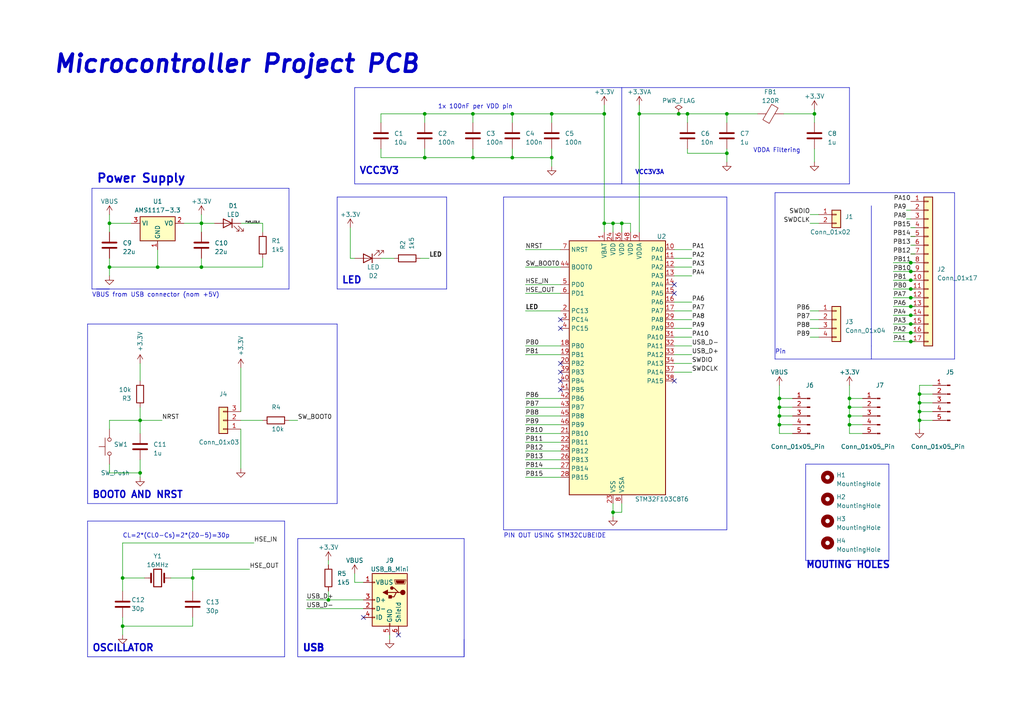
<source format=kicad_sch>
(kicad_sch (version 20230121) (generator eeschema)

  (uuid dd7fd9f6-db03-4cb1-b5cb-63726abd3f26)

  (paper "A4")

  (title_block
    (title "Microcontroller Project")
    (date "2023-05-26")
    (rev "0.3")
    (company "University of Science")
  )

  (lib_symbols
    (symbol "Connector:Conn_01x05_Pin" (pin_names (offset 1.016) hide) (in_bom yes) (on_board yes)
      (property "Reference" "J" (at 0 7.62 0)
        (effects (font (size 1.27 1.27)))
      )
      (property "Value" "Conn_01x05_Pin" (at 0 -7.62 0)
        (effects (font (size 1.27 1.27)))
      )
      (property "Footprint" "" (at 0 0 0)
        (effects (font (size 1.27 1.27)) hide)
      )
      (property "Datasheet" "~" (at 0 0 0)
        (effects (font (size 1.27 1.27)) hide)
      )
      (property "ki_locked" "" (at 0 0 0)
        (effects (font (size 1.27 1.27)))
      )
      (property "ki_keywords" "connector" (at 0 0 0)
        (effects (font (size 1.27 1.27)) hide)
      )
      (property "ki_description" "Generic connector, single row, 01x05, script generated" (at 0 0 0)
        (effects (font (size 1.27 1.27)) hide)
      )
      (property "ki_fp_filters" "Connector*:*_1x??_*" (at 0 0 0)
        (effects (font (size 1.27 1.27)) hide)
      )
      (symbol "Conn_01x05_Pin_1_1"
        (polyline
          (pts
            (xy 1.27 -5.08)
            (xy 0.8636 -5.08)
          )
          (stroke (width 0.1524) (type default))
          (fill (type none))
        )
        (polyline
          (pts
            (xy 1.27 -2.54)
            (xy 0.8636 -2.54)
          )
          (stroke (width 0.1524) (type default))
          (fill (type none))
        )
        (polyline
          (pts
            (xy 1.27 0)
            (xy 0.8636 0)
          )
          (stroke (width 0.1524) (type default))
          (fill (type none))
        )
        (polyline
          (pts
            (xy 1.27 2.54)
            (xy 0.8636 2.54)
          )
          (stroke (width 0.1524) (type default))
          (fill (type none))
        )
        (polyline
          (pts
            (xy 1.27 5.08)
            (xy 0.8636 5.08)
          )
          (stroke (width 0.1524) (type default))
          (fill (type none))
        )
        (rectangle (start 0.8636 -4.953) (end 0 -5.207)
          (stroke (width 0.1524) (type default))
          (fill (type outline))
        )
        (rectangle (start 0.8636 -2.413) (end 0 -2.667)
          (stroke (width 0.1524) (type default))
          (fill (type outline))
        )
        (rectangle (start 0.8636 0.127) (end 0 -0.127)
          (stroke (width 0.1524) (type default))
          (fill (type outline))
        )
        (rectangle (start 0.8636 2.667) (end 0 2.413)
          (stroke (width 0.1524) (type default))
          (fill (type outline))
        )
        (rectangle (start 0.8636 5.207) (end 0 4.953)
          (stroke (width 0.1524) (type default))
          (fill (type outline))
        )
        (pin passive line (at 5.08 5.08 180) (length 3.81)
          (name "Pin_1" (effects (font (size 1.27 1.27))))
          (number "1" (effects (font (size 1.27 1.27))))
        )
        (pin passive line (at 5.08 2.54 180) (length 3.81)
          (name "Pin_2" (effects (font (size 1.27 1.27))))
          (number "2" (effects (font (size 1.27 1.27))))
        )
        (pin passive line (at 5.08 0 180) (length 3.81)
          (name "Pin_3" (effects (font (size 1.27 1.27))))
          (number "3" (effects (font (size 1.27 1.27))))
        )
        (pin passive line (at 5.08 -2.54 180) (length 3.81)
          (name "Pin_4" (effects (font (size 1.27 1.27))))
          (number "4" (effects (font (size 1.27 1.27))))
        )
        (pin passive line (at 5.08 -5.08 180) (length 3.81)
          (name "Pin_5" (effects (font (size 1.27 1.27))))
          (number "5" (effects (font (size 1.27 1.27))))
        )
      )
    )
    (symbol "Connector:USB_B_Mini" (pin_names (offset 1.016)) (in_bom yes) (on_board yes)
      (property "Reference" "J" (at -5.08 11.43 0)
        (effects (font (size 1.27 1.27)) (justify left))
      )
      (property "Value" "USB_B_Mini" (at -5.08 8.89 0)
        (effects (font (size 1.27 1.27)) (justify left))
      )
      (property "Footprint" "" (at 3.81 -1.27 0)
        (effects (font (size 1.27 1.27)) hide)
      )
      (property "Datasheet" "~" (at 3.81 -1.27 0)
        (effects (font (size 1.27 1.27)) hide)
      )
      (property "ki_keywords" "connector USB mini" (at 0 0 0)
        (effects (font (size 1.27 1.27)) hide)
      )
      (property "ki_description" "USB Mini Type B connector" (at 0 0 0)
        (effects (font (size 1.27 1.27)) hide)
      )
      (property "ki_fp_filters" "USB*" (at 0 0 0)
        (effects (font (size 1.27 1.27)) hide)
      )
      (symbol "USB_B_Mini_0_1"
        (rectangle (start -5.08 -7.62) (end 5.08 7.62)
          (stroke (width 0.254) (type default))
          (fill (type background))
        )
        (circle (center -3.81 2.159) (radius 0.635)
          (stroke (width 0.254) (type default))
          (fill (type outline))
        )
        (circle (center -0.635 3.429) (radius 0.381)
          (stroke (width 0.254) (type default))
          (fill (type outline))
        )
        (rectangle (start -0.127 -7.62) (end 0.127 -6.858)
          (stroke (width 0) (type default))
          (fill (type none))
        )
        (polyline
          (pts
            (xy -1.905 2.159)
            (xy 0.635 2.159)
          )
          (stroke (width 0.254) (type default))
          (fill (type none))
        )
        (polyline
          (pts
            (xy -3.175 2.159)
            (xy -2.54 2.159)
            (xy -1.27 3.429)
            (xy -0.635 3.429)
          )
          (stroke (width 0.254) (type default))
          (fill (type none))
        )
        (polyline
          (pts
            (xy -2.54 2.159)
            (xy -1.905 2.159)
            (xy -1.27 0.889)
            (xy 0 0.889)
          )
          (stroke (width 0.254) (type default))
          (fill (type none))
        )
        (polyline
          (pts
            (xy 0.635 2.794)
            (xy 0.635 1.524)
            (xy 1.905 2.159)
            (xy 0.635 2.794)
          )
          (stroke (width 0.254) (type default))
          (fill (type outline))
        )
        (polyline
          (pts
            (xy -4.318 5.588)
            (xy -1.778 5.588)
            (xy -2.032 4.826)
            (xy -4.064 4.826)
            (xy -4.318 5.588)
          )
          (stroke (width 0) (type default))
          (fill (type outline))
        )
        (polyline
          (pts
            (xy -4.699 5.842)
            (xy -4.699 5.588)
            (xy -4.445 4.826)
            (xy -4.445 4.572)
            (xy -1.651 4.572)
            (xy -1.651 4.826)
            (xy -1.397 5.588)
            (xy -1.397 5.842)
            (xy -4.699 5.842)
          )
          (stroke (width 0) (type default))
          (fill (type none))
        )
        (rectangle (start 0.254 1.27) (end -0.508 0.508)
          (stroke (width 0.254) (type default))
          (fill (type outline))
        )
        (rectangle (start 5.08 -5.207) (end 4.318 -4.953)
          (stroke (width 0) (type default))
          (fill (type none))
        )
        (rectangle (start 5.08 -2.667) (end 4.318 -2.413)
          (stroke (width 0) (type default))
          (fill (type none))
        )
        (rectangle (start 5.08 -0.127) (end 4.318 0.127)
          (stroke (width 0) (type default))
          (fill (type none))
        )
        (rectangle (start 5.08 4.953) (end 4.318 5.207)
          (stroke (width 0) (type default))
          (fill (type none))
        )
      )
      (symbol "USB_B_Mini_1_1"
        (pin power_out line (at 7.62 5.08 180) (length 2.54)
          (name "VBUS" (effects (font (size 1.27 1.27))))
          (number "1" (effects (font (size 1.27 1.27))))
        )
        (pin bidirectional line (at 7.62 -2.54 180) (length 2.54)
          (name "D-" (effects (font (size 1.27 1.27))))
          (number "2" (effects (font (size 1.27 1.27))))
        )
        (pin bidirectional line (at 7.62 0 180) (length 2.54)
          (name "D+" (effects (font (size 1.27 1.27))))
          (number "3" (effects (font (size 1.27 1.27))))
        )
        (pin passive line (at 7.62 -5.08 180) (length 2.54)
          (name "ID" (effects (font (size 1.27 1.27))))
          (number "4" (effects (font (size 1.27 1.27))))
        )
        (pin power_out line (at 0 -10.16 90) (length 2.54)
          (name "GND" (effects (font (size 1.27 1.27))))
          (number "5" (effects (font (size 1.27 1.27))))
        )
        (pin passive line (at -2.54 -10.16 90) (length 2.54)
          (name "Shield" (effects (font (size 1.27 1.27))))
          (number "6" (effects (font (size 1.27 1.27))))
        )
      )
    )
    (symbol "Connector_Generic:Conn_01x02" (pin_names (offset 1.016) hide) (in_bom yes) (on_board yes)
      (property "Reference" "J" (at 0 2.54 0)
        (effects (font (size 1.27 1.27)))
      )
      (property "Value" "Conn_01x02" (at 0 -5.08 0)
        (effects (font (size 1.27 1.27)))
      )
      (property "Footprint" "" (at 0 0 0)
        (effects (font (size 1.27 1.27)) hide)
      )
      (property "Datasheet" "~" (at 0 0 0)
        (effects (font (size 1.27 1.27)) hide)
      )
      (property "ki_keywords" "connector" (at 0 0 0)
        (effects (font (size 1.27 1.27)) hide)
      )
      (property "ki_description" "Generic connector, single row, 01x02, script generated (kicad-library-utils/schlib/autogen/connector/)" (at 0 0 0)
        (effects (font (size 1.27 1.27)) hide)
      )
      (property "ki_fp_filters" "Connector*:*_1x??_*" (at 0 0 0)
        (effects (font (size 1.27 1.27)) hide)
      )
      (symbol "Conn_01x02_1_1"
        (rectangle (start -1.27 -2.413) (end 0 -2.667)
          (stroke (width 0.1524) (type default))
          (fill (type none))
        )
        (rectangle (start -1.27 0.127) (end 0 -0.127)
          (stroke (width 0.1524) (type default))
          (fill (type none))
        )
        (rectangle (start -1.27 1.27) (end 1.27 -3.81)
          (stroke (width 0.254) (type default))
          (fill (type background))
        )
        (pin passive line (at -5.08 0 0) (length 3.81)
          (name "Pin_1" (effects (font (size 1.27 1.27))))
          (number "1" (effects (font (size 1.27 1.27))))
        )
        (pin passive line (at -5.08 -2.54 0) (length 3.81)
          (name "Pin_2" (effects (font (size 1.27 1.27))))
          (number "2" (effects (font (size 1.27 1.27))))
        )
      )
    )
    (symbol "Connector_Generic:Conn_01x03" (pin_names (offset 1.016) hide) (in_bom yes) (on_board yes)
      (property "Reference" "J" (at 0 5.08 0)
        (effects (font (size 1.27 1.27)))
      )
      (property "Value" "Conn_01x03" (at 0 -5.08 0)
        (effects (font (size 1.27 1.27)))
      )
      (property "Footprint" "" (at 0 0 0)
        (effects (font (size 1.27 1.27)) hide)
      )
      (property "Datasheet" "~" (at 0 0 0)
        (effects (font (size 1.27 1.27)) hide)
      )
      (property "ki_keywords" "connector" (at 0 0 0)
        (effects (font (size 1.27 1.27)) hide)
      )
      (property "ki_description" "Generic connector, single row, 01x03, script generated (kicad-library-utils/schlib/autogen/connector/)" (at 0 0 0)
        (effects (font (size 1.27 1.27)) hide)
      )
      (property "ki_fp_filters" "Connector*:*_1x??_*" (at 0 0 0)
        (effects (font (size 1.27 1.27)) hide)
      )
      (symbol "Conn_01x03_1_1"
        (rectangle (start -1.27 -2.413) (end 0 -2.667)
          (stroke (width 0.1524) (type default))
          (fill (type none))
        )
        (rectangle (start -1.27 0.127) (end 0 -0.127)
          (stroke (width 0.1524) (type default))
          (fill (type none))
        )
        (rectangle (start -1.27 2.667) (end 0 2.413)
          (stroke (width 0.1524) (type default))
          (fill (type none))
        )
        (rectangle (start -1.27 3.81) (end 1.27 -3.81)
          (stroke (width 0.254) (type default))
          (fill (type background))
        )
        (pin passive line (at -5.08 2.54 0) (length 3.81)
          (name "Pin_1" (effects (font (size 1.27 1.27))))
          (number "1" (effects (font (size 1.27 1.27))))
        )
        (pin passive line (at -5.08 0 0) (length 3.81)
          (name "Pin_2" (effects (font (size 1.27 1.27))))
          (number "2" (effects (font (size 1.27 1.27))))
        )
        (pin passive line (at -5.08 -2.54 0) (length 3.81)
          (name "Pin_3" (effects (font (size 1.27 1.27))))
          (number "3" (effects (font (size 1.27 1.27))))
        )
      )
    )
    (symbol "Connector_Generic:Conn_01x04" (pin_names (offset 1.016) hide) (in_bom yes) (on_board yes)
      (property "Reference" "J" (at 0 5.08 0)
        (effects (font (size 1.27 1.27)))
      )
      (property "Value" "Conn_01x04" (at 0 -7.62 0)
        (effects (font (size 1.27 1.27)))
      )
      (property "Footprint" "" (at 0 0 0)
        (effects (font (size 1.27 1.27)) hide)
      )
      (property "Datasheet" "~" (at 0 0 0)
        (effects (font (size 1.27 1.27)) hide)
      )
      (property "ki_keywords" "connector" (at 0 0 0)
        (effects (font (size 1.27 1.27)) hide)
      )
      (property "ki_description" "Generic connector, single row, 01x04, script generated (kicad-library-utils/schlib/autogen/connector/)" (at 0 0 0)
        (effects (font (size 1.27 1.27)) hide)
      )
      (property "ki_fp_filters" "Connector*:*_1x??_*" (at 0 0 0)
        (effects (font (size 1.27 1.27)) hide)
      )
      (symbol "Conn_01x04_1_1"
        (rectangle (start -1.27 -4.953) (end 0 -5.207)
          (stroke (width 0.1524) (type default))
          (fill (type none))
        )
        (rectangle (start -1.27 -2.413) (end 0 -2.667)
          (stroke (width 0.1524) (type default))
          (fill (type none))
        )
        (rectangle (start -1.27 0.127) (end 0 -0.127)
          (stroke (width 0.1524) (type default))
          (fill (type none))
        )
        (rectangle (start -1.27 2.667) (end 0 2.413)
          (stroke (width 0.1524) (type default))
          (fill (type none))
        )
        (rectangle (start -1.27 3.81) (end 1.27 -6.35)
          (stroke (width 0.254) (type default))
          (fill (type background))
        )
        (pin passive line (at -5.08 2.54 0) (length 3.81)
          (name "Pin_1" (effects (font (size 1.27 1.27))))
          (number "1" (effects (font (size 1.27 1.27))))
        )
        (pin passive line (at -5.08 0 0) (length 3.81)
          (name "Pin_2" (effects (font (size 1.27 1.27))))
          (number "2" (effects (font (size 1.27 1.27))))
        )
        (pin passive line (at -5.08 -2.54 0) (length 3.81)
          (name "Pin_3" (effects (font (size 1.27 1.27))))
          (number "3" (effects (font (size 1.27 1.27))))
        )
        (pin passive line (at -5.08 -5.08 0) (length 3.81)
          (name "Pin_4" (effects (font (size 1.27 1.27))))
          (number "4" (effects (font (size 1.27 1.27))))
        )
      )
    )
    (symbol "Connector_Generic:Conn_01x17" (pin_names (offset 1.016) hide) (in_bom yes) (on_board yes)
      (property "Reference" "J" (at 0 22.86 0)
        (effects (font (size 1.27 1.27)))
      )
      (property "Value" "Conn_01x17" (at 0 -22.86 0)
        (effects (font (size 1.27 1.27)))
      )
      (property "Footprint" "" (at 0 0 0)
        (effects (font (size 1.27 1.27)) hide)
      )
      (property "Datasheet" "~" (at 0 0 0)
        (effects (font (size 1.27 1.27)) hide)
      )
      (property "ki_keywords" "connector" (at 0 0 0)
        (effects (font (size 1.27 1.27)) hide)
      )
      (property "ki_description" "Generic connector, single row, 01x17, script generated (kicad-library-utils/schlib/autogen/connector/)" (at 0 0 0)
        (effects (font (size 1.27 1.27)) hide)
      )
      (property "ki_fp_filters" "Connector*:*_1x??_*" (at 0 0 0)
        (effects (font (size 1.27 1.27)) hide)
      )
      (symbol "Conn_01x17_1_1"
        (rectangle (start -1.27 -20.193) (end 0 -20.447)
          (stroke (width 0.1524) (type default))
          (fill (type none))
        )
        (rectangle (start -1.27 -17.653) (end 0 -17.907)
          (stroke (width 0.1524) (type default))
          (fill (type none))
        )
        (rectangle (start -1.27 -15.113) (end 0 -15.367)
          (stroke (width 0.1524) (type default))
          (fill (type none))
        )
        (rectangle (start -1.27 -12.573) (end 0 -12.827)
          (stroke (width 0.1524) (type default))
          (fill (type none))
        )
        (rectangle (start -1.27 -10.033) (end 0 -10.287)
          (stroke (width 0.1524) (type default))
          (fill (type none))
        )
        (rectangle (start -1.27 -7.493) (end 0 -7.747)
          (stroke (width 0.1524) (type default))
          (fill (type none))
        )
        (rectangle (start -1.27 -4.953) (end 0 -5.207)
          (stroke (width 0.1524) (type default))
          (fill (type none))
        )
        (rectangle (start -1.27 -2.413) (end 0 -2.667)
          (stroke (width 0.1524) (type default))
          (fill (type none))
        )
        (rectangle (start -1.27 0.127) (end 0 -0.127)
          (stroke (width 0.1524) (type default))
          (fill (type none))
        )
        (rectangle (start -1.27 2.667) (end 0 2.413)
          (stroke (width 0.1524) (type default))
          (fill (type none))
        )
        (rectangle (start -1.27 5.207) (end 0 4.953)
          (stroke (width 0.1524) (type default))
          (fill (type none))
        )
        (rectangle (start -1.27 7.747) (end 0 7.493)
          (stroke (width 0.1524) (type default))
          (fill (type none))
        )
        (rectangle (start -1.27 10.287) (end 0 10.033)
          (stroke (width 0.1524) (type default))
          (fill (type none))
        )
        (rectangle (start -1.27 12.827) (end 0 12.573)
          (stroke (width 0.1524) (type default))
          (fill (type none))
        )
        (rectangle (start -1.27 15.367) (end 0 15.113)
          (stroke (width 0.1524) (type default))
          (fill (type none))
        )
        (rectangle (start -1.27 17.907) (end 0 17.653)
          (stroke (width 0.1524) (type default))
          (fill (type none))
        )
        (rectangle (start -1.27 20.447) (end 0 20.193)
          (stroke (width 0.1524) (type default))
          (fill (type none))
        )
        (rectangle (start -1.27 21.59) (end 1.27 -21.59)
          (stroke (width 0.254) (type default))
          (fill (type background))
        )
        (pin passive line (at -5.08 20.32 0) (length 3.81)
          (name "Pin_1" (effects (font (size 1.27 1.27))))
          (number "1" (effects (font (size 1.27 1.27))))
        )
        (pin passive line (at -5.08 -2.54 0) (length 3.81)
          (name "Pin_10" (effects (font (size 1.27 1.27))))
          (number "10" (effects (font (size 1.27 1.27))))
        )
        (pin passive line (at -5.08 -5.08 0) (length 3.81)
          (name "Pin_11" (effects (font (size 1.27 1.27))))
          (number "11" (effects (font (size 1.27 1.27))))
        )
        (pin passive line (at -5.08 -7.62 0) (length 3.81)
          (name "Pin_12" (effects (font (size 1.27 1.27))))
          (number "12" (effects (font (size 1.27 1.27))))
        )
        (pin passive line (at -5.08 -10.16 0) (length 3.81)
          (name "Pin_13" (effects (font (size 1.27 1.27))))
          (number "13" (effects (font (size 1.27 1.27))))
        )
        (pin passive line (at -5.08 -12.7 0) (length 3.81)
          (name "Pin_14" (effects (font (size 1.27 1.27))))
          (number "14" (effects (font (size 1.27 1.27))))
        )
        (pin passive line (at -5.08 -15.24 0) (length 3.81)
          (name "Pin_15" (effects (font (size 1.27 1.27))))
          (number "15" (effects (font (size 1.27 1.27))))
        )
        (pin passive line (at -5.08 -17.78 0) (length 3.81)
          (name "Pin_16" (effects (font (size 1.27 1.27))))
          (number "16" (effects (font (size 1.27 1.27))))
        )
        (pin passive line (at -5.08 -20.32 0) (length 3.81)
          (name "Pin_17" (effects (font (size 1.27 1.27))))
          (number "17" (effects (font (size 1.27 1.27))))
        )
        (pin passive line (at -5.08 17.78 0) (length 3.81)
          (name "Pin_2" (effects (font (size 1.27 1.27))))
          (number "2" (effects (font (size 1.27 1.27))))
        )
        (pin passive line (at -5.08 15.24 0) (length 3.81)
          (name "Pin_3" (effects (font (size 1.27 1.27))))
          (number "3" (effects (font (size 1.27 1.27))))
        )
        (pin passive line (at -5.08 12.7 0) (length 3.81)
          (name "Pin_4" (effects (font (size 1.27 1.27))))
          (number "4" (effects (font (size 1.27 1.27))))
        )
        (pin passive line (at -5.08 10.16 0) (length 3.81)
          (name "Pin_5" (effects (font (size 1.27 1.27))))
          (number "5" (effects (font (size 1.27 1.27))))
        )
        (pin passive line (at -5.08 7.62 0) (length 3.81)
          (name "Pin_6" (effects (font (size 1.27 1.27))))
          (number "6" (effects (font (size 1.27 1.27))))
        )
        (pin passive line (at -5.08 5.08 0) (length 3.81)
          (name "Pin_7" (effects (font (size 1.27 1.27))))
          (number "7" (effects (font (size 1.27 1.27))))
        )
        (pin passive line (at -5.08 2.54 0) (length 3.81)
          (name "Pin_8" (effects (font (size 1.27 1.27))))
          (number "8" (effects (font (size 1.27 1.27))))
        )
        (pin passive line (at -5.08 0 0) (length 3.81)
          (name "Pin_9" (effects (font (size 1.27 1.27))))
          (number "9" (effects (font (size 1.27 1.27))))
        )
      )
    )
    (symbol "Device:C" (pin_numbers hide) (pin_names (offset 0.254)) (in_bom yes) (on_board yes)
      (property "Reference" "C" (at 0.635 2.54 0)
        (effects (font (size 1.27 1.27)) (justify left))
      )
      (property "Value" "C" (at 0.635 -2.54 0)
        (effects (font (size 1.27 1.27)) (justify left))
      )
      (property "Footprint" "" (at 0.9652 -3.81 0)
        (effects (font (size 1.27 1.27)) hide)
      )
      (property "Datasheet" "~" (at 0 0 0)
        (effects (font (size 1.27 1.27)) hide)
      )
      (property "ki_keywords" "cap capacitor" (at 0 0 0)
        (effects (font (size 1.27 1.27)) hide)
      )
      (property "ki_description" "Unpolarized capacitor" (at 0 0 0)
        (effects (font (size 1.27 1.27)) hide)
      )
      (property "ki_fp_filters" "C_*" (at 0 0 0)
        (effects (font (size 1.27 1.27)) hide)
      )
      (symbol "C_0_1"
        (polyline
          (pts
            (xy -2.032 -0.762)
            (xy 2.032 -0.762)
          )
          (stroke (width 0.508) (type default))
          (fill (type none))
        )
        (polyline
          (pts
            (xy -2.032 0.762)
            (xy 2.032 0.762)
          )
          (stroke (width 0.508) (type default))
          (fill (type none))
        )
      )
      (symbol "C_1_1"
        (pin passive line (at 0 3.81 270) (length 2.794)
          (name "~" (effects (font (size 1.27 1.27))))
          (number "1" (effects (font (size 1.27 1.27))))
        )
        (pin passive line (at 0 -3.81 90) (length 2.794)
          (name "~" (effects (font (size 1.27 1.27))))
          (number "2" (effects (font (size 1.27 1.27))))
        )
      )
    )
    (symbol "Device:Crystal" (pin_numbers hide) (pin_names (offset 1.016) hide) (in_bom yes) (on_board yes)
      (property "Reference" "Y" (at 0 3.81 0)
        (effects (font (size 1.27 1.27)))
      )
      (property "Value" "Crystal" (at 0 -3.81 0)
        (effects (font (size 1.27 1.27)))
      )
      (property "Footprint" "" (at 0 0 0)
        (effects (font (size 1.27 1.27)) hide)
      )
      (property "Datasheet" "~" (at 0 0 0)
        (effects (font (size 1.27 1.27)) hide)
      )
      (property "ki_keywords" "quartz ceramic resonator oscillator" (at 0 0 0)
        (effects (font (size 1.27 1.27)) hide)
      )
      (property "ki_description" "Two pin crystal" (at 0 0 0)
        (effects (font (size 1.27 1.27)) hide)
      )
      (property "ki_fp_filters" "Crystal*" (at 0 0 0)
        (effects (font (size 1.27 1.27)) hide)
      )
      (symbol "Crystal_0_1"
        (rectangle (start -1.143 2.54) (end 1.143 -2.54)
          (stroke (width 0.3048) (type default))
          (fill (type none))
        )
        (polyline
          (pts
            (xy -2.54 0)
            (xy -1.905 0)
          )
          (stroke (width 0) (type default))
          (fill (type none))
        )
        (polyline
          (pts
            (xy -1.905 -1.27)
            (xy -1.905 1.27)
          )
          (stroke (width 0.508) (type default))
          (fill (type none))
        )
        (polyline
          (pts
            (xy 1.905 -1.27)
            (xy 1.905 1.27)
          )
          (stroke (width 0.508) (type default))
          (fill (type none))
        )
        (polyline
          (pts
            (xy 2.54 0)
            (xy 1.905 0)
          )
          (stroke (width 0) (type default))
          (fill (type none))
        )
      )
      (symbol "Crystal_1_1"
        (pin passive line (at -3.81 0 0) (length 1.27)
          (name "1" (effects (font (size 1.27 1.27))))
          (number "1" (effects (font (size 1.27 1.27))))
        )
        (pin passive line (at 3.81 0 180) (length 1.27)
          (name "2" (effects (font (size 1.27 1.27))))
          (number "2" (effects (font (size 1.27 1.27))))
        )
      )
    )
    (symbol "Device:FerriteBead" (pin_numbers hide) (pin_names (offset 0)) (in_bom yes) (on_board yes)
      (property "Reference" "FB" (at -3.81 0.635 90)
        (effects (font (size 1.27 1.27)))
      )
      (property "Value" "FerriteBead" (at 3.81 0 90)
        (effects (font (size 1.27 1.27)))
      )
      (property "Footprint" "" (at -1.778 0 90)
        (effects (font (size 1.27 1.27)) hide)
      )
      (property "Datasheet" "~" (at 0 0 0)
        (effects (font (size 1.27 1.27)) hide)
      )
      (property "ki_keywords" "L ferrite bead inductor filter" (at 0 0 0)
        (effects (font (size 1.27 1.27)) hide)
      )
      (property "ki_description" "Ferrite bead" (at 0 0 0)
        (effects (font (size 1.27 1.27)) hide)
      )
      (property "ki_fp_filters" "Inductor_* L_* *Ferrite*" (at 0 0 0)
        (effects (font (size 1.27 1.27)) hide)
      )
      (symbol "FerriteBead_0_1"
        (polyline
          (pts
            (xy 0 -1.27)
            (xy 0 -1.2192)
          )
          (stroke (width 0) (type default))
          (fill (type none))
        )
        (polyline
          (pts
            (xy 0 1.27)
            (xy 0 1.2954)
          )
          (stroke (width 0) (type default))
          (fill (type none))
        )
        (polyline
          (pts
            (xy -2.7686 0.4064)
            (xy -1.7018 2.2606)
            (xy 2.7686 -0.3048)
            (xy 1.6764 -2.159)
            (xy -2.7686 0.4064)
          )
          (stroke (width 0) (type default))
          (fill (type none))
        )
      )
      (symbol "FerriteBead_1_1"
        (pin passive line (at 0 3.81 270) (length 2.54)
          (name "~" (effects (font (size 1.27 1.27))))
          (number "1" (effects (font (size 1.27 1.27))))
        )
        (pin passive line (at 0 -3.81 90) (length 2.54)
          (name "~" (effects (font (size 1.27 1.27))))
          (number "2" (effects (font (size 1.27 1.27))))
        )
      )
    )
    (symbol "Device:LED" (pin_numbers hide) (pin_names (offset 1.016) hide) (in_bom yes) (on_board yes)
      (property "Reference" "D" (at 0 2.54 0)
        (effects (font (size 1.27 1.27)))
      )
      (property "Value" "LED" (at 0 -2.54 0)
        (effects (font (size 1.27 1.27)))
      )
      (property "Footprint" "" (at 0 0 0)
        (effects (font (size 1.27 1.27)) hide)
      )
      (property "Datasheet" "~" (at 0 0 0)
        (effects (font (size 1.27 1.27)) hide)
      )
      (property "ki_keywords" "LED diode" (at 0 0 0)
        (effects (font (size 1.27 1.27)) hide)
      )
      (property "ki_description" "Light emitting diode" (at 0 0 0)
        (effects (font (size 1.27 1.27)) hide)
      )
      (property "ki_fp_filters" "LED* LED_SMD:* LED_THT:*" (at 0 0 0)
        (effects (font (size 1.27 1.27)) hide)
      )
      (symbol "LED_0_1"
        (polyline
          (pts
            (xy -1.27 -1.27)
            (xy -1.27 1.27)
          )
          (stroke (width 0.254) (type default))
          (fill (type none))
        )
        (polyline
          (pts
            (xy -1.27 0)
            (xy 1.27 0)
          )
          (stroke (width 0) (type default))
          (fill (type none))
        )
        (polyline
          (pts
            (xy 1.27 -1.27)
            (xy 1.27 1.27)
            (xy -1.27 0)
            (xy 1.27 -1.27)
          )
          (stroke (width 0.254) (type default))
          (fill (type none))
        )
        (polyline
          (pts
            (xy -3.048 -0.762)
            (xy -4.572 -2.286)
            (xy -3.81 -2.286)
            (xy -4.572 -2.286)
            (xy -4.572 -1.524)
          )
          (stroke (width 0) (type default))
          (fill (type none))
        )
        (polyline
          (pts
            (xy -1.778 -0.762)
            (xy -3.302 -2.286)
            (xy -2.54 -2.286)
            (xy -3.302 -2.286)
            (xy -3.302 -1.524)
          )
          (stroke (width 0) (type default))
          (fill (type none))
        )
      )
      (symbol "LED_1_1"
        (pin passive line (at -3.81 0 0) (length 2.54)
          (name "K" (effects (font (size 1.27 1.27))))
          (number "1" (effects (font (size 1.27 1.27))))
        )
        (pin passive line (at 3.81 0 180) (length 2.54)
          (name "A" (effects (font (size 1.27 1.27))))
          (number "2" (effects (font (size 1.27 1.27))))
        )
      )
    )
    (symbol "Device:R" (pin_numbers hide) (pin_names (offset 0)) (in_bom yes) (on_board yes)
      (property "Reference" "R" (at 2.032 0 90)
        (effects (font (size 1.27 1.27)))
      )
      (property "Value" "R" (at 0 0 90)
        (effects (font (size 1.27 1.27)))
      )
      (property "Footprint" "" (at -1.778 0 90)
        (effects (font (size 1.27 1.27)) hide)
      )
      (property "Datasheet" "~" (at 0 0 0)
        (effects (font (size 1.27 1.27)) hide)
      )
      (property "ki_keywords" "R res resistor" (at 0 0 0)
        (effects (font (size 1.27 1.27)) hide)
      )
      (property "ki_description" "Resistor" (at 0 0 0)
        (effects (font (size 1.27 1.27)) hide)
      )
      (property "ki_fp_filters" "R_*" (at 0 0 0)
        (effects (font (size 1.27 1.27)) hide)
      )
      (symbol "R_0_1"
        (rectangle (start -1.016 -2.54) (end 1.016 2.54)
          (stroke (width 0.254) (type default))
          (fill (type none))
        )
      )
      (symbol "R_1_1"
        (pin passive line (at 0 3.81 270) (length 1.27)
          (name "~" (effects (font (size 1.27 1.27))))
          (number "1" (effects (font (size 1.27 1.27))))
        )
        (pin passive line (at 0 -3.81 90) (length 1.27)
          (name "~" (effects (font (size 1.27 1.27))))
          (number "2" (effects (font (size 1.27 1.27))))
        )
      )
    )
    (symbol "MCU_ST_STM32F1:STM32F103C8Tx" (in_bom yes) (on_board yes)
      (property "Reference" "U" (at -12.7 39.37 0)
        (effects (font (size 1.27 1.27)) (justify left))
      )
      (property "Value" "STM32F103C8Tx" (at 10.16 39.37 0)
        (effects (font (size 1.27 1.27)) (justify left))
      )
      (property "Footprint" "Package_QFP:LQFP-48_7x7mm_P0.5mm" (at -12.7 -35.56 0)
        (effects (font (size 1.27 1.27)) (justify right) hide)
      )
      (property "Datasheet" "https://www.st.com/resource/en/datasheet/stm32f103c8.pdf" (at 0 0 0)
        (effects (font (size 1.27 1.27)) hide)
      )
      (property "ki_locked" "" (at 0 0 0)
        (effects (font (size 1.27 1.27)))
      )
      (property "ki_keywords" "Arm Cortex-M3 STM32F1 STM32F103" (at 0 0 0)
        (effects (font (size 1.27 1.27)) hide)
      )
      (property "ki_description" "STMicroelectronics Arm Cortex-M3 MCU, 64KB flash, 20KB RAM, 72 MHz, 2.0-3.6V, 37 GPIO, LQFP48" (at 0 0 0)
        (effects (font (size 1.27 1.27)) hide)
      )
      (property "ki_fp_filters" "LQFP*7x7mm*P0.5mm*" (at 0 0 0)
        (effects (font (size 1.27 1.27)) hide)
      )
      (symbol "STM32F103C8Tx_0_1"
        (rectangle (start -12.7 -35.56) (end 15.24 38.1)
          (stroke (width 0.254) (type default))
          (fill (type background))
        )
      )
      (symbol "STM32F103C8Tx_1_1"
        (pin power_in line (at -2.54 40.64 270) (length 2.54)
          (name "VBAT" (effects (font (size 1.27 1.27))))
          (number "1" (effects (font (size 1.27 1.27))))
        )
        (pin bidirectional line (at 17.78 35.56 180) (length 2.54)
          (name "PA0" (effects (font (size 1.27 1.27))))
          (number "10" (effects (font (size 1.27 1.27))))
          (alternate "ADC1_IN0" bidirectional line)
          (alternate "ADC2_IN0" bidirectional line)
          (alternate "SYS_WKUP" bidirectional line)
          (alternate "TIM2_CH1" bidirectional line)
          (alternate "TIM2_ETR" bidirectional line)
          (alternate "USART2_CTS" bidirectional line)
        )
        (pin bidirectional line (at 17.78 33.02 180) (length 2.54)
          (name "PA1" (effects (font (size 1.27 1.27))))
          (number "11" (effects (font (size 1.27 1.27))))
          (alternate "ADC1_IN1" bidirectional line)
          (alternate "ADC2_IN1" bidirectional line)
          (alternate "TIM2_CH2" bidirectional line)
          (alternate "USART2_RTS" bidirectional line)
        )
        (pin bidirectional line (at 17.78 30.48 180) (length 2.54)
          (name "PA2" (effects (font (size 1.27 1.27))))
          (number "12" (effects (font (size 1.27 1.27))))
          (alternate "ADC1_IN2" bidirectional line)
          (alternate "ADC2_IN2" bidirectional line)
          (alternate "TIM2_CH3" bidirectional line)
          (alternate "USART2_TX" bidirectional line)
        )
        (pin bidirectional line (at 17.78 27.94 180) (length 2.54)
          (name "PA3" (effects (font (size 1.27 1.27))))
          (number "13" (effects (font (size 1.27 1.27))))
          (alternate "ADC1_IN3" bidirectional line)
          (alternate "ADC2_IN3" bidirectional line)
          (alternate "TIM2_CH4" bidirectional line)
          (alternate "USART2_RX" bidirectional line)
        )
        (pin bidirectional line (at 17.78 25.4 180) (length 2.54)
          (name "PA4" (effects (font (size 1.27 1.27))))
          (number "14" (effects (font (size 1.27 1.27))))
          (alternate "ADC1_IN4" bidirectional line)
          (alternate "ADC2_IN4" bidirectional line)
          (alternate "SPI1_NSS" bidirectional line)
          (alternate "USART2_CK" bidirectional line)
        )
        (pin bidirectional line (at 17.78 22.86 180) (length 2.54)
          (name "PA5" (effects (font (size 1.27 1.27))))
          (number "15" (effects (font (size 1.27 1.27))))
          (alternate "ADC1_IN5" bidirectional line)
          (alternate "ADC2_IN5" bidirectional line)
          (alternate "SPI1_SCK" bidirectional line)
        )
        (pin bidirectional line (at 17.78 20.32 180) (length 2.54)
          (name "PA6" (effects (font (size 1.27 1.27))))
          (number "16" (effects (font (size 1.27 1.27))))
          (alternate "ADC1_IN6" bidirectional line)
          (alternate "ADC2_IN6" bidirectional line)
          (alternate "SPI1_MISO" bidirectional line)
          (alternate "TIM1_BKIN" bidirectional line)
          (alternate "TIM3_CH1" bidirectional line)
        )
        (pin bidirectional line (at 17.78 17.78 180) (length 2.54)
          (name "PA7" (effects (font (size 1.27 1.27))))
          (number "17" (effects (font (size 1.27 1.27))))
          (alternate "ADC1_IN7" bidirectional line)
          (alternate "ADC2_IN7" bidirectional line)
          (alternate "SPI1_MOSI" bidirectional line)
          (alternate "TIM1_CH1N" bidirectional line)
          (alternate "TIM3_CH2" bidirectional line)
        )
        (pin bidirectional line (at -15.24 7.62 0) (length 2.54)
          (name "PB0" (effects (font (size 1.27 1.27))))
          (number "18" (effects (font (size 1.27 1.27))))
          (alternate "ADC1_IN8" bidirectional line)
          (alternate "ADC2_IN8" bidirectional line)
          (alternate "TIM1_CH2N" bidirectional line)
          (alternate "TIM3_CH3" bidirectional line)
        )
        (pin bidirectional line (at -15.24 5.08 0) (length 2.54)
          (name "PB1" (effects (font (size 1.27 1.27))))
          (number "19" (effects (font (size 1.27 1.27))))
          (alternate "ADC1_IN9" bidirectional line)
          (alternate "ADC2_IN9" bidirectional line)
          (alternate "TIM1_CH3N" bidirectional line)
          (alternate "TIM3_CH4" bidirectional line)
        )
        (pin bidirectional line (at -15.24 17.78 0) (length 2.54)
          (name "PC13" (effects (font (size 1.27 1.27))))
          (number "2" (effects (font (size 1.27 1.27))))
          (alternate "RTC_OUT" bidirectional line)
          (alternate "RTC_TAMPER" bidirectional line)
        )
        (pin bidirectional line (at -15.24 2.54 0) (length 2.54)
          (name "PB2" (effects (font (size 1.27 1.27))))
          (number "20" (effects (font (size 1.27 1.27))))
        )
        (pin bidirectional line (at -15.24 -17.78 0) (length 2.54)
          (name "PB10" (effects (font (size 1.27 1.27))))
          (number "21" (effects (font (size 1.27 1.27))))
          (alternate "I2C2_SCL" bidirectional line)
          (alternate "TIM2_CH3" bidirectional line)
          (alternate "USART3_TX" bidirectional line)
        )
        (pin bidirectional line (at -15.24 -20.32 0) (length 2.54)
          (name "PB11" (effects (font (size 1.27 1.27))))
          (number "22" (effects (font (size 1.27 1.27))))
          (alternate "ADC1_EXTI11" bidirectional line)
          (alternate "ADC2_EXTI11" bidirectional line)
          (alternate "I2C2_SDA" bidirectional line)
          (alternate "TIM2_CH4" bidirectional line)
          (alternate "USART3_RX" bidirectional line)
        )
        (pin power_in line (at 0 -38.1 90) (length 2.54)
          (name "VSS" (effects (font (size 1.27 1.27))))
          (number "23" (effects (font (size 1.27 1.27))))
        )
        (pin power_in line (at 0 40.64 270) (length 2.54)
          (name "VDD" (effects (font (size 1.27 1.27))))
          (number "24" (effects (font (size 1.27 1.27))))
        )
        (pin bidirectional line (at -15.24 -22.86 0) (length 2.54)
          (name "PB12" (effects (font (size 1.27 1.27))))
          (number "25" (effects (font (size 1.27 1.27))))
          (alternate "I2C2_SMBA" bidirectional line)
          (alternate "SPI2_NSS" bidirectional line)
          (alternate "TIM1_BKIN" bidirectional line)
          (alternate "USART3_CK" bidirectional line)
        )
        (pin bidirectional line (at -15.24 -25.4 0) (length 2.54)
          (name "PB13" (effects (font (size 1.27 1.27))))
          (number "26" (effects (font (size 1.27 1.27))))
          (alternate "SPI2_SCK" bidirectional line)
          (alternate "TIM1_CH1N" bidirectional line)
          (alternate "USART3_CTS" bidirectional line)
        )
        (pin bidirectional line (at -15.24 -27.94 0) (length 2.54)
          (name "PB14" (effects (font (size 1.27 1.27))))
          (number "27" (effects (font (size 1.27 1.27))))
          (alternate "SPI2_MISO" bidirectional line)
          (alternate "TIM1_CH2N" bidirectional line)
          (alternate "USART3_RTS" bidirectional line)
        )
        (pin bidirectional line (at -15.24 -30.48 0) (length 2.54)
          (name "PB15" (effects (font (size 1.27 1.27))))
          (number "28" (effects (font (size 1.27 1.27))))
          (alternate "ADC1_EXTI15" bidirectional line)
          (alternate "ADC2_EXTI15" bidirectional line)
          (alternate "SPI2_MOSI" bidirectional line)
          (alternate "TIM1_CH3N" bidirectional line)
        )
        (pin bidirectional line (at 17.78 15.24 180) (length 2.54)
          (name "PA8" (effects (font (size 1.27 1.27))))
          (number "29" (effects (font (size 1.27 1.27))))
          (alternate "RCC_MCO" bidirectional line)
          (alternate "TIM1_CH1" bidirectional line)
          (alternate "USART1_CK" bidirectional line)
        )
        (pin bidirectional line (at -15.24 15.24 0) (length 2.54)
          (name "PC14" (effects (font (size 1.27 1.27))))
          (number "3" (effects (font (size 1.27 1.27))))
          (alternate "RCC_OSC32_IN" bidirectional line)
        )
        (pin bidirectional line (at 17.78 12.7 180) (length 2.54)
          (name "PA9" (effects (font (size 1.27 1.27))))
          (number "30" (effects (font (size 1.27 1.27))))
          (alternate "TIM1_CH2" bidirectional line)
          (alternate "USART1_TX" bidirectional line)
        )
        (pin bidirectional line (at 17.78 10.16 180) (length 2.54)
          (name "PA10" (effects (font (size 1.27 1.27))))
          (number "31" (effects (font (size 1.27 1.27))))
          (alternate "TIM1_CH3" bidirectional line)
          (alternate "USART1_RX" bidirectional line)
        )
        (pin bidirectional line (at 17.78 7.62 180) (length 2.54)
          (name "PA11" (effects (font (size 1.27 1.27))))
          (number "32" (effects (font (size 1.27 1.27))))
          (alternate "ADC1_EXTI11" bidirectional line)
          (alternate "ADC2_EXTI11" bidirectional line)
          (alternate "CAN_RX" bidirectional line)
          (alternate "TIM1_CH4" bidirectional line)
          (alternate "USART1_CTS" bidirectional line)
          (alternate "USB_DM" bidirectional line)
        )
        (pin bidirectional line (at 17.78 5.08 180) (length 2.54)
          (name "PA12" (effects (font (size 1.27 1.27))))
          (number "33" (effects (font (size 1.27 1.27))))
          (alternate "CAN_TX" bidirectional line)
          (alternate "TIM1_ETR" bidirectional line)
          (alternate "USART1_RTS" bidirectional line)
          (alternate "USB_DP" bidirectional line)
        )
        (pin bidirectional line (at 17.78 2.54 180) (length 2.54)
          (name "PA13" (effects (font (size 1.27 1.27))))
          (number "34" (effects (font (size 1.27 1.27))))
          (alternate "SYS_JTMS-SWDIO" bidirectional line)
        )
        (pin passive line (at 0 -38.1 90) (length 2.54) hide
          (name "VSS" (effects (font (size 1.27 1.27))))
          (number "35" (effects (font (size 1.27 1.27))))
        )
        (pin power_in line (at 2.54 40.64 270) (length 2.54)
          (name "VDD" (effects (font (size 1.27 1.27))))
          (number "36" (effects (font (size 1.27 1.27))))
        )
        (pin bidirectional line (at 17.78 0 180) (length 2.54)
          (name "PA14" (effects (font (size 1.27 1.27))))
          (number "37" (effects (font (size 1.27 1.27))))
          (alternate "SYS_JTCK-SWCLK" bidirectional line)
        )
        (pin bidirectional line (at 17.78 -2.54 180) (length 2.54)
          (name "PA15" (effects (font (size 1.27 1.27))))
          (number "38" (effects (font (size 1.27 1.27))))
          (alternate "ADC1_EXTI15" bidirectional line)
          (alternate "ADC2_EXTI15" bidirectional line)
          (alternate "SPI1_NSS" bidirectional line)
          (alternate "SYS_JTDI" bidirectional line)
          (alternate "TIM2_CH1" bidirectional line)
          (alternate "TIM2_ETR" bidirectional line)
        )
        (pin bidirectional line (at -15.24 0 0) (length 2.54)
          (name "PB3" (effects (font (size 1.27 1.27))))
          (number "39" (effects (font (size 1.27 1.27))))
          (alternate "SPI1_SCK" bidirectional line)
          (alternate "SYS_JTDO-TRACESWO" bidirectional line)
          (alternate "TIM2_CH2" bidirectional line)
        )
        (pin bidirectional line (at -15.24 12.7 0) (length 2.54)
          (name "PC15" (effects (font (size 1.27 1.27))))
          (number "4" (effects (font (size 1.27 1.27))))
          (alternate "ADC1_EXTI15" bidirectional line)
          (alternate "ADC2_EXTI15" bidirectional line)
          (alternate "RCC_OSC32_OUT" bidirectional line)
        )
        (pin bidirectional line (at -15.24 -2.54 0) (length 2.54)
          (name "PB4" (effects (font (size 1.27 1.27))))
          (number "40" (effects (font (size 1.27 1.27))))
          (alternate "SPI1_MISO" bidirectional line)
          (alternate "SYS_NJTRST" bidirectional line)
          (alternate "TIM3_CH1" bidirectional line)
        )
        (pin bidirectional line (at -15.24 -5.08 0) (length 2.54)
          (name "PB5" (effects (font (size 1.27 1.27))))
          (number "41" (effects (font (size 1.27 1.27))))
          (alternate "I2C1_SMBA" bidirectional line)
          (alternate "SPI1_MOSI" bidirectional line)
          (alternate "TIM3_CH2" bidirectional line)
        )
        (pin bidirectional line (at -15.24 -7.62 0) (length 2.54)
          (name "PB6" (effects (font (size 1.27 1.27))))
          (number "42" (effects (font (size 1.27 1.27))))
          (alternate "I2C1_SCL" bidirectional line)
          (alternate "TIM4_CH1" bidirectional line)
          (alternate "USART1_TX" bidirectional line)
        )
        (pin bidirectional line (at -15.24 -10.16 0) (length 2.54)
          (name "PB7" (effects (font (size 1.27 1.27))))
          (number "43" (effects (font (size 1.27 1.27))))
          (alternate "I2C1_SDA" bidirectional line)
          (alternate "TIM4_CH2" bidirectional line)
          (alternate "USART1_RX" bidirectional line)
        )
        (pin input line (at -15.24 30.48 0) (length 2.54)
          (name "BOOT0" (effects (font (size 1.27 1.27))))
          (number "44" (effects (font (size 1.27 1.27))))
        )
        (pin bidirectional line (at -15.24 -12.7 0) (length 2.54)
          (name "PB8" (effects (font (size 1.27 1.27))))
          (number "45" (effects (font (size 1.27 1.27))))
          (alternate "CAN_RX" bidirectional line)
          (alternate "I2C1_SCL" bidirectional line)
          (alternate "TIM4_CH3" bidirectional line)
        )
        (pin bidirectional line (at -15.24 -15.24 0) (length 2.54)
          (name "PB9" (effects (font (size 1.27 1.27))))
          (number "46" (effects (font (size 1.27 1.27))))
          (alternate "CAN_TX" bidirectional line)
          (alternate "I2C1_SDA" bidirectional line)
          (alternate "TIM4_CH4" bidirectional line)
        )
        (pin passive line (at 0 -38.1 90) (length 2.54) hide
          (name "VSS" (effects (font (size 1.27 1.27))))
          (number "47" (effects (font (size 1.27 1.27))))
        )
        (pin power_in line (at 5.08 40.64 270) (length 2.54)
          (name "VDD" (effects (font (size 1.27 1.27))))
          (number "48" (effects (font (size 1.27 1.27))))
        )
        (pin bidirectional line (at -15.24 25.4 0) (length 2.54)
          (name "PD0" (effects (font (size 1.27 1.27))))
          (number "5" (effects (font (size 1.27 1.27))))
          (alternate "RCC_OSC_IN" bidirectional line)
        )
        (pin bidirectional line (at -15.24 22.86 0) (length 2.54)
          (name "PD1" (effects (font (size 1.27 1.27))))
          (number "6" (effects (font (size 1.27 1.27))))
          (alternate "RCC_OSC_OUT" bidirectional line)
        )
        (pin input line (at -15.24 35.56 0) (length 2.54)
          (name "NRST" (effects (font (size 1.27 1.27))))
          (number "7" (effects (font (size 1.27 1.27))))
        )
        (pin power_in line (at 2.54 -38.1 90) (length 2.54)
          (name "VSSA" (effects (font (size 1.27 1.27))))
          (number "8" (effects (font (size 1.27 1.27))))
        )
        (pin power_in line (at 7.62 40.64 270) (length 2.54)
          (name "VDDA" (effects (font (size 1.27 1.27))))
          (number "9" (effects (font (size 1.27 1.27))))
        )
      )
    )
    (symbol "Mechanical:MountingHole" (pin_names (offset 1.016)) (in_bom yes) (on_board yes)
      (property "Reference" "H" (at 0 5.08 0)
        (effects (font (size 1.27 1.27)))
      )
      (property "Value" "MountingHole" (at 0 3.175 0)
        (effects (font (size 1.27 1.27)))
      )
      (property "Footprint" "" (at 0 0 0)
        (effects (font (size 1.27 1.27)) hide)
      )
      (property "Datasheet" "~" (at 0 0 0)
        (effects (font (size 1.27 1.27)) hide)
      )
      (property "ki_keywords" "mounting hole" (at 0 0 0)
        (effects (font (size 1.27 1.27)) hide)
      )
      (property "ki_description" "Mounting Hole without connection" (at 0 0 0)
        (effects (font (size 1.27 1.27)) hide)
      )
      (property "ki_fp_filters" "MountingHole*" (at 0 0 0)
        (effects (font (size 1.27 1.27)) hide)
      )
      (symbol "MountingHole_0_1"
        (circle (center 0 0) (radius 1.27)
          (stroke (width 1.27) (type default))
          (fill (type none))
        )
      )
    )
    (symbol "Regulator_Linear:AMS1117-3.3" (in_bom yes) (on_board yes)
      (property "Reference" "U" (at -3.81 3.175 0)
        (effects (font (size 1.27 1.27)))
      )
      (property "Value" "AMS1117-3.3" (at 0 3.175 0)
        (effects (font (size 1.27 1.27)) (justify left))
      )
      (property "Footprint" "Package_TO_SOT_SMD:SOT-223-3_TabPin2" (at 0 5.08 0)
        (effects (font (size 1.27 1.27)) hide)
      )
      (property "Datasheet" "http://www.advanced-monolithic.com/pdf/ds1117.pdf" (at 2.54 -6.35 0)
        (effects (font (size 1.27 1.27)) hide)
      )
      (property "ki_keywords" "linear regulator ldo fixed positive" (at 0 0 0)
        (effects (font (size 1.27 1.27)) hide)
      )
      (property "ki_description" "1A Low Dropout regulator, positive, 3.3V fixed output, SOT-223" (at 0 0 0)
        (effects (font (size 1.27 1.27)) hide)
      )
      (property "ki_fp_filters" "SOT?223*TabPin2*" (at 0 0 0)
        (effects (font (size 1.27 1.27)) hide)
      )
      (symbol "AMS1117-3.3_0_1"
        (rectangle (start -5.08 -5.08) (end 5.08 1.905)
          (stroke (width 0.254) (type default))
          (fill (type background))
        )
      )
      (symbol "AMS1117-3.3_1_1"
        (pin power_in line (at 0 -7.62 90) (length 2.54)
          (name "GND" (effects (font (size 1.27 1.27))))
          (number "1" (effects (font (size 1.27 1.27))))
        )
        (pin power_out line (at 7.62 0 180) (length 2.54)
          (name "VO" (effects (font (size 1.27 1.27))))
          (number "2" (effects (font (size 1.27 1.27))))
        )
        (pin power_in line (at -7.62 0 0) (length 2.54)
          (name "VI" (effects (font (size 1.27 1.27))))
          (number "3" (effects (font (size 1.27 1.27))))
        )
      )
    )
    (symbol "Switch:SW_Push" (pin_numbers hide) (pin_names (offset 1.016) hide) (in_bom yes) (on_board yes)
      (property "Reference" "SW" (at 1.27 2.54 0)
        (effects (font (size 1.27 1.27)) (justify left))
      )
      (property "Value" "SW_Push" (at 0 -1.524 0)
        (effects (font (size 1.27 1.27)))
      )
      (property "Footprint" "" (at 0 5.08 0)
        (effects (font (size 1.27 1.27)) hide)
      )
      (property "Datasheet" "~" (at 0 5.08 0)
        (effects (font (size 1.27 1.27)) hide)
      )
      (property "ki_keywords" "switch normally-open pushbutton push-button" (at 0 0 0)
        (effects (font (size 1.27 1.27)) hide)
      )
      (property "ki_description" "Push button switch, generic, two pins" (at 0 0 0)
        (effects (font (size 1.27 1.27)) hide)
      )
      (symbol "SW_Push_0_1"
        (circle (center -2.032 0) (radius 0.508)
          (stroke (width 0) (type default))
          (fill (type none))
        )
        (polyline
          (pts
            (xy 0 1.27)
            (xy 0 3.048)
          )
          (stroke (width 0) (type default))
          (fill (type none))
        )
        (polyline
          (pts
            (xy 2.54 1.27)
            (xy -2.54 1.27)
          )
          (stroke (width 0) (type default))
          (fill (type none))
        )
        (circle (center 2.032 0) (radius 0.508)
          (stroke (width 0) (type default))
          (fill (type none))
        )
        (pin passive line (at -5.08 0 0) (length 2.54)
          (name "1" (effects (font (size 1.27 1.27))))
          (number "1" (effects (font (size 1.27 1.27))))
        )
        (pin passive line (at 5.08 0 180) (length 2.54)
          (name "2" (effects (font (size 1.27 1.27))))
          (number "2" (effects (font (size 1.27 1.27))))
        )
      )
    )
    (symbol "power:+3.3V" (power) (pin_names (offset 0)) (in_bom yes) (on_board yes)
      (property "Reference" "#PWR" (at 0 -3.81 0)
        (effects (font (size 1.27 1.27)) hide)
      )
      (property "Value" "+3.3V" (at 0 3.556 0)
        (effects (font (size 1.27 1.27)))
      )
      (property "Footprint" "" (at 0 0 0)
        (effects (font (size 1.27 1.27)) hide)
      )
      (property "Datasheet" "" (at 0 0 0)
        (effects (font (size 1.27 1.27)) hide)
      )
      (property "ki_keywords" "global power" (at 0 0 0)
        (effects (font (size 1.27 1.27)) hide)
      )
      (property "ki_description" "Power symbol creates a global label with name \"+3.3V\"" (at 0 0 0)
        (effects (font (size 1.27 1.27)) hide)
      )
      (symbol "+3.3V_0_1"
        (polyline
          (pts
            (xy -0.762 1.27)
            (xy 0 2.54)
          )
          (stroke (width 0) (type default))
          (fill (type none))
        )
        (polyline
          (pts
            (xy 0 0)
            (xy 0 2.54)
          )
          (stroke (width 0) (type default))
          (fill (type none))
        )
        (polyline
          (pts
            (xy 0 2.54)
            (xy 0.762 1.27)
          )
          (stroke (width 0) (type default))
          (fill (type none))
        )
      )
      (symbol "+3.3V_1_1"
        (pin power_in line (at 0 0 90) (length 0) hide
          (name "+3.3V" (effects (font (size 1.27 1.27))))
          (number "1" (effects (font (size 1.27 1.27))))
        )
      )
    )
    (symbol "power:+3.3VA" (power) (pin_names (offset 0)) (in_bom yes) (on_board yes)
      (property "Reference" "#PWR" (at 0 -3.81 0)
        (effects (font (size 1.27 1.27)) hide)
      )
      (property "Value" "+3.3VA" (at 0 3.556 0)
        (effects (font (size 1.27 1.27)))
      )
      (property "Footprint" "" (at 0 0 0)
        (effects (font (size 1.27 1.27)) hide)
      )
      (property "Datasheet" "" (at 0 0 0)
        (effects (font (size 1.27 1.27)) hide)
      )
      (property "ki_keywords" "global power" (at 0 0 0)
        (effects (font (size 1.27 1.27)) hide)
      )
      (property "ki_description" "Power symbol creates a global label with name \"+3.3VA\"" (at 0 0 0)
        (effects (font (size 1.27 1.27)) hide)
      )
      (symbol "+3.3VA_0_1"
        (polyline
          (pts
            (xy -0.762 1.27)
            (xy 0 2.54)
          )
          (stroke (width 0) (type default))
          (fill (type none))
        )
        (polyline
          (pts
            (xy 0 0)
            (xy 0 2.54)
          )
          (stroke (width 0) (type default))
          (fill (type none))
        )
        (polyline
          (pts
            (xy 0 2.54)
            (xy 0.762 1.27)
          )
          (stroke (width 0) (type default))
          (fill (type none))
        )
      )
      (symbol "+3.3VA_1_1"
        (pin power_in line (at 0 0 90) (length 0) hide
          (name "+3.3VA" (effects (font (size 1.27 1.27))))
          (number "1" (effects (font (size 1.27 1.27))))
        )
      )
    )
    (symbol "power:GND" (power) (pin_names (offset 0)) (in_bom yes) (on_board yes)
      (property "Reference" "#PWR" (at 0 -6.35 0)
        (effects (font (size 1.27 1.27)) hide)
      )
      (property "Value" "GND" (at 0 -3.81 0)
        (effects (font (size 1.27 1.27)))
      )
      (property "Footprint" "" (at 0 0 0)
        (effects (font (size 1.27 1.27)) hide)
      )
      (property "Datasheet" "" (at 0 0 0)
        (effects (font (size 1.27 1.27)) hide)
      )
      (property "ki_keywords" "global power" (at 0 0 0)
        (effects (font (size 1.27 1.27)) hide)
      )
      (property "ki_description" "Power symbol creates a global label with name \"GND\" , ground" (at 0 0 0)
        (effects (font (size 1.27 1.27)) hide)
      )
      (symbol "GND_0_1"
        (polyline
          (pts
            (xy 0 0)
            (xy 0 -1.27)
            (xy 1.27 -1.27)
            (xy 0 -2.54)
            (xy -1.27 -1.27)
            (xy 0 -1.27)
          )
          (stroke (width 0) (type default))
          (fill (type none))
        )
      )
      (symbol "GND_1_1"
        (pin power_in line (at 0 0 270) (length 0) hide
          (name "GND" (effects (font (size 1.27 1.27))))
          (number "1" (effects (font (size 1.27 1.27))))
        )
      )
    )
    (symbol "power:PWR_FLAG" (power) (pin_numbers hide) (pin_names (offset 0) hide) (in_bom yes) (on_board yes)
      (property "Reference" "#FLG" (at 0 1.905 0)
        (effects (font (size 1.27 1.27)) hide)
      )
      (property "Value" "PWR_FLAG" (at 0 3.81 0)
        (effects (font (size 1.27 1.27)))
      )
      (property "Footprint" "" (at 0 0 0)
        (effects (font (size 1.27 1.27)) hide)
      )
      (property "Datasheet" "~" (at 0 0 0)
        (effects (font (size 1.27 1.27)) hide)
      )
      (property "ki_keywords" "flag power" (at 0 0 0)
        (effects (font (size 1.27 1.27)) hide)
      )
      (property "ki_description" "Special symbol for telling ERC where power comes from" (at 0 0 0)
        (effects (font (size 1.27 1.27)) hide)
      )
      (symbol "PWR_FLAG_0_0"
        (pin power_out line (at 0 0 90) (length 0)
          (name "pwr" (effects (font (size 1.27 1.27))))
          (number "1" (effects (font (size 1.27 1.27))))
        )
      )
      (symbol "PWR_FLAG_0_1"
        (polyline
          (pts
            (xy 0 0)
            (xy 0 1.27)
            (xy -1.016 1.905)
            (xy 0 2.54)
            (xy 1.016 1.905)
            (xy 0 1.27)
          )
          (stroke (width 0) (type default))
          (fill (type none))
        )
      )
    )
    (symbol "power:VBUS" (power) (pin_names (offset 0)) (in_bom yes) (on_board yes)
      (property "Reference" "#PWR" (at 0 -3.81 0)
        (effects (font (size 1.27 1.27)) hide)
      )
      (property "Value" "VBUS" (at 0 3.81 0)
        (effects (font (size 1.27 1.27)))
      )
      (property "Footprint" "" (at 0 0 0)
        (effects (font (size 1.27 1.27)) hide)
      )
      (property "Datasheet" "" (at 0 0 0)
        (effects (font (size 1.27 1.27)) hide)
      )
      (property "ki_keywords" "global power" (at 0 0 0)
        (effects (font (size 1.27 1.27)) hide)
      )
      (property "ki_description" "Power symbol creates a global label with name \"VBUS\"" (at 0 0 0)
        (effects (font (size 1.27 1.27)) hide)
      )
      (symbol "VBUS_0_1"
        (polyline
          (pts
            (xy -0.762 1.27)
            (xy 0 2.54)
          )
          (stroke (width 0) (type default))
          (fill (type none))
        )
        (polyline
          (pts
            (xy 0 0)
            (xy 0 2.54)
          )
          (stroke (width 0) (type default))
          (fill (type none))
        )
        (polyline
          (pts
            (xy 0 2.54)
            (xy 0.762 1.27)
          )
          (stroke (width 0) (type default))
          (fill (type none))
        )
      )
      (symbol "VBUS_1_1"
        (pin power_in line (at 0 0 90) (length 0) hide
          (name "VBUS" (effects (font (size 1.27 1.27))))
          (number "1" (effects (font (size 1.27 1.27))))
        )
      )
    )
  )

  (junction (at 175.26 33.02) (diameter 0) (color 0 0 0 0)
    (uuid 03103b8a-b0aa-4710-a068-0363ee5132f6)
  )
  (junction (at 35.56 167.64) (diameter 0) (color 0 0 0 0)
    (uuid 12e86ee9-6e8e-48b4-ab7b-644767979e16)
  )
  (junction (at 95.25 173.99) (diameter 0) (color 0 0 0 0)
    (uuid 14c0c5ca-4ca1-4953-8e39-3ea9bc6ebcca)
  )
  (junction (at 264.16 96.52) (diameter 0) (color 0 0 0 0)
    (uuid 14e5ddc0-e445-45c5-bc46-51cb5d5ae027)
  )
  (junction (at 226.06 115.57) (diameter 0) (color 0 0 0 0)
    (uuid 155572da-d278-420c-a599-5157c7d43121)
  )
  (junction (at 264.16 86.36) (diameter 0) (color 0 0 0 0)
    (uuid 1b4bf5b1-1aae-46e4-9680-70565c274b09)
  )
  (junction (at 177.8 148.59) (diameter 0) (color 0 0 0 0)
    (uuid 1c4dd2af-8292-47ec-9a22-be36febc4902)
  )
  (junction (at 266.7 114.3) (diameter 0) (color 0 0 0 0)
    (uuid 1c5dc288-b339-404a-85ea-e6b96d32b9b2)
  )
  (junction (at 55.88 167.64) (diameter 0) (color 0 0 0 0)
    (uuid 1ee51b03-af48-44b4-a55c-c5ef7dfb7bf2)
  )
  (junction (at 58.42 77.47) (diameter 0) (color 0 0 0 0)
    (uuid 1f85d91e-9c0c-4f7b-a7e7-1c6f06dbda12)
  )
  (junction (at 246.38 118.11) (diameter 0) (color 0 0 0 0)
    (uuid 2368796b-af27-4eda-a5b1-237abab55657)
  )
  (junction (at 123.19 45.72) (diameter 0) (color 0 0 0 0)
    (uuid 2610239e-8551-4cdf-ab30-5e13c2a91645)
  )
  (junction (at 264.16 93.98) (diameter 0) (color 0 0 0 0)
    (uuid 26ca1f0a-0847-49ad-abd8-9dcfa65c5746)
  )
  (junction (at 210.82 33.02) (diameter 0) (color 0 0 0 0)
    (uuid 26f65ec1-43c7-49eb-ba12-7fae245caef0)
  )
  (junction (at 266.7 121.92) (diameter 0) (color 0 0 0 0)
    (uuid 286a0d55-0094-4ec4-ba26-f594d1c618fb)
  )
  (junction (at 137.16 33.02) (diameter 0) (color 0 0 0 0)
    (uuid 2e802a20-4d07-4248-b4fd-bb7b76f3b053)
  )
  (junction (at 264.16 76.2) (diameter 0) (color 0 0 0 0)
    (uuid 41406741-2eef-4e32-9950-f84a88c63b06)
  )
  (junction (at 31.75 64.77) (diameter 0) (color 0 0 0 0)
    (uuid 421eba39-e3ea-417b-99ec-466647dcc564)
  )
  (junction (at 246.38 115.57) (diameter 0) (color 0 0 0 0)
    (uuid 423160e5-0b01-4182-8a07-1e9812f9ccb8)
  )
  (junction (at 40.64 137.16) (diameter 0) (color 0 0 0 0)
    (uuid 42b80dc8-62a5-403b-a2e9-757b33fa03d5)
  )
  (junction (at 266.7 116.84) (diameter 0) (color 0 0 0 0)
    (uuid 4820f878-143b-4036-b94d-56688b58f78f)
  )
  (junction (at 148.59 33.02) (diameter 0) (color 0 0 0 0)
    (uuid 5539b82f-36ff-4ca6-b0ae-d9624171262d)
  )
  (junction (at 160.02 33.02) (diameter 0) (color 0 0 0 0)
    (uuid 59a61ae0-fa34-4fdd-aef2-9839774820c9)
  )
  (junction (at 123.19 33.02) (diameter 0) (color 0 0 0 0)
    (uuid 6560c169-c2de-434c-ae2d-530f3d13f582)
  )
  (junction (at 40.64 121.92) (diameter 0) (color 0 0 0 0)
    (uuid 6905e540-120d-4e96-b3dc-f4367acf5146)
  )
  (junction (at 226.06 123.19) (diameter 0) (color 0 0 0 0)
    (uuid 840b6198-230e-4278-a913-87142147660c)
  )
  (junction (at 246.38 123.19) (diameter 0) (color 0 0 0 0)
    (uuid 89f4d4da-4426-4cd0-8cf2-94e09ba011b2)
  )
  (junction (at 148.59 45.72) (diameter 0) (color 0 0 0 0)
    (uuid 8b21df87-8b5c-4709-b6f3-ec37726833d2)
  )
  (junction (at 137.16 45.72) (diameter 0) (color 0 0 0 0)
    (uuid 8c431ed1-7995-40c1-a16a-99bdad729a6b)
  )
  (junction (at 210.82 44.45) (diameter 0) (color 0 0 0 0)
    (uuid 939aa324-905f-4988-b0ee-390c9158eb76)
  )
  (junction (at 266.7 119.38) (diameter 0) (color 0 0 0 0)
    (uuid 9c6dd5bf-fa13-4037-884b-b306da675bc6)
  )
  (junction (at 35.56 181.61) (diameter 0) (color 0 0 0 0)
    (uuid 9f2476df-39c0-4dac-8ab9-88e6d5f0e978)
  )
  (junction (at 180.34 64.77) (diameter 0) (color 0 0 0 0)
    (uuid 9fca313f-73ba-4191-bfd4-ee9c4b004bde)
  )
  (junction (at 264.16 83.82) (diameter 0) (color 0 0 0 0)
    (uuid a10085d4-d759-4f2d-ab2b-2b3085b42c3e)
  )
  (junction (at 226.06 118.11) (diameter 0) (color 0 0 0 0)
    (uuid a1a043d2-91ee-4308-b33a-e842b61280d1)
  )
  (junction (at 58.42 64.77) (diameter 0) (color 0 0 0 0)
    (uuid a7d7cb9b-691b-4878-9807-812188ad9b54)
  )
  (junction (at 264.16 78.74) (diameter 0) (color 0 0 0 0)
    (uuid a7ec7a10-51b2-43e9-8d0a-4b847d2d2a1a)
  )
  (junction (at 45.72 77.47) (diameter 0) (color 0 0 0 0)
    (uuid a955187b-1c57-48d9-aba8-a3f531af7cf9)
  )
  (junction (at 31.75 77.47) (diameter 0) (color 0 0 0 0)
    (uuid b49df1ea-fc5e-4e1f-86d3-4107996d55d0)
  )
  (junction (at 264.16 91.44) (diameter 0) (color 0 0 0 0)
    (uuid b5644cdc-bac6-4d51-8e0d-8e403c4f55c5)
  )
  (junction (at 196.85 33.02) (diameter 0) (color 0 0 0 0)
    (uuid b842b959-ff2b-449c-8f54-8cc1867ac706)
  )
  (junction (at 185.42 33.02) (diameter 0) (color 0 0 0 0)
    (uuid c1e5727c-ab4d-4212-b067-792a9f69a4f0)
  )
  (junction (at 177.8 64.77) (diameter 0) (color 0 0 0 0)
    (uuid c4fdc61f-2685-4cea-8468-2f2d9f4012bc)
  )
  (junction (at 246.38 120.65) (diameter 0) (color 0 0 0 0)
    (uuid cc00d55c-67c8-4e5e-b91e-96d828d007cc)
  )
  (junction (at 264.16 81.28) (diameter 0) (color 0 0 0 0)
    (uuid e36f9ea7-0b7d-41de-9825-b26f93986705)
  )
  (junction (at 175.26 64.77) (diameter 0) (color 0 0 0 0)
    (uuid e4bd7f64-9bd0-4b90-a0ba-cf6d9ab1572b)
  )
  (junction (at 199.39 33.02) (diameter 0) (color 0 0 0 0)
    (uuid e4fbb10d-2041-4b2c-b339-7f9015ea8e41)
  )
  (junction (at 264.16 99.06) (diameter 0) (color 0 0 0 0)
    (uuid e8fd8963-e51a-45fb-91c0-13c816ed3f6c)
  )
  (junction (at 160.02 45.72) (diameter 0) (color 0 0 0 0)
    (uuid eb59e8a9-3cbc-4376-87b7-f84a38b410c8)
  )
  (junction (at 226.06 120.65) (diameter 0) (color 0 0 0 0)
    (uuid ecaa291c-4be1-4fc3-bebd-8fecbaca98b1)
  )
  (junction (at 236.22 33.02) (diameter 0) (color 0 0 0 0)
    (uuid f86b7a71-6ac5-40c6-a93c-0b0930390ce9)
  )
  (junction (at 264.16 88.9) (diameter 0) (color 0 0 0 0)
    (uuid fe700391-0d0b-4bdf-a960-cb53403c808c)
  )

  (no_connect (at 162.56 105.41) (uuid 23e09749-1270-4c55-9e2f-3c9b1b72744c))
  (no_connect (at 162.56 107.95) (uuid 2ef6e2f5-2f4d-48b8-8a93-56ff1548e9be))
  (no_connect (at 105.41 179.07) (uuid 3c2f098c-5940-4a8f-8175-b045fad6d23d))
  (no_connect (at 195.58 82.55) (uuid 766693fa-3c13-4e99-8e10-6f0e66998d87))
  (no_connect (at 162.56 95.25) (uuid 89af6dc8-c5e3-4148-a5c9-b44df5a85136))
  (no_connect (at 162.56 113.03) (uuid 8ad3255e-bdd7-4cba-a81d-e4de708712f2))
  (no_connect (at 162.56 110.49) (uuid 9097059e-adaa-4caf-b9c7-e99c6ea49324))
  (no_connect (at 115.57 184.15) (uuid a5775085-4111-42f0-8dcb-843f815d3a82))
  (no_connect (at 195.58 110.49) (uuid c44a1de6-796c-4d54-9f08-5499a884cbdf))
  (no_connect (at 162.56 92.71) (uuid c7559a54-c108-42e0-8da9-ab68cf59cdfe))
  (no_connect (at 195.58 85.09) (uuid fe7c2b7c-d868-411c-89be-e5ee4f7cd295))

  (wire (pts (xy 102.87 166.37) (xy 102.87 168.91))
    (stroke (width 0) (type default))
    (uuid 002d910d-4173-4e24-8480-4b83d691bc98)
  )
  (wire (pts (xy 58.42 64.77) (xy 58.42 67.31))
    (stroke (width 0) (type default))
    (uuid 02bac5cf-bfa1-471d-bd6d-6e1d109cfd53)
  )
  (wire (pts (xy 210.82 33.02) (xy 210.82 35.56))
    (stroke (width 0) (type default))
    (uuid 03d6bbd4-e5a2-4d46-9e2e-6d6ce07c2fc7)
  )
  (polyline (pts (xy 224.79 55.88) (xy 224.79 104.14))
    (stroke (width 0) (type default))
    (uuid 045fc93f-6663-46f0-bed5-bd9dfb9eebf0)
  )

  (wire (pts (xy 210.82 33.02) (xy 219.71 33.02))
    (stroke (width 0) (type default))
    (uuid 04c40cb4-e162-4654-9aad-5b1b899a2c7a)
  )
  (polyline (pts (xy 97.79 57.15) (xy 129.54 57.15))
    (stroke (width 0) (type default))
    (uuid 05de75d5-a75d-405d-b2ea-62f2a30f0539)
  )

  (wire (pts (xy 40.64 105.41) (xy 40.64 110.49))
    (stroke (width 0) (type default))
    (uuid 06010e7e-e3cc-4145-9611-c871428e3302)
  )
  (wire (pts (xy 148.59 33.02) (xy 148.59 35.56))
    (stroke (width 0) (type default))
    (uuid 072720bf-1aab-47a4-b7aa-902a28063ed3)
  )
  (wire (pts (xy 31.75 77.47) (xy 31.75 80.01))
    (stroke (width 0) (type default))
    (uuid 0a63698e-5caa-4bb9-b190-ca3616cd5eef)
  )
  (wire (pts (xy 102.87 168.91) (xy 105.41 168.91))
    (stroke (width 0) (type default))
    (uuid 0b165685-6ce6-4439-a5f4-d7022234a1fb)
  )
  (wire (pts (xy 246.38 118.11) (xy 246.38 120.65))
    (stroke (width 0) (type default))
    (uuid 0d7b905f-9efb-48f3-ad43-bb7db08aab12)
  )
  (wire (pts (xy 152.4 72.39) (xy 162.56 72.39))
    (stroke (width 0) (type default))
    (uuid 0e4eb91d-030f-43e1-8b98-cc2474c59fe6)
  )
  (wire (pts (xy 236.22 31.75) (xy 236.22 33.02))
    (stroke (width 0) (type default))
    (uuid 11c7907a-4755-45c8-988c-bf44d40483c8)
  )
  (wire (pts (xy 95.25 173.99) (xy 105.41 173.99))
    (stroke (width 0) (type default))
    (uuid 12b3541b-be1d-4e96-b971-22126234d5bc)
  )
  (wire (pts (xy 58.42 64.77) (xy 62.23 64.77))
    (stroke (width 0) (type default))
    (uuid 13d34846-8713-4016-9407-7cf18e283f45)
  )
  (wire (pts (xy 58.42 62.23) (xy 58.42 64.77))
    (stroke (width 0) (type default))
    (uuid 13d70f42-b082-49e1-beed-b018aa7c7c0a)
  )
  (polyline (pts (xy 210.82 153.67) (xy 210.82 57.15))
    (stroke (width 0) (type default))
    (uuid 16824d8b-5b2a-4d80-b6c2-ed312a3eb6fb)
  )

  (wire (pts (xy 227.33 33.02) (xy 236.22 33.02))
    (stroke (width 0) (type default))
    (uuid 16c13cba-6a6c-45b8-a42a-fcb5e85ce625)
  )
  (wire (pts (xy 195.58 105.41) (xy 200.66 105.41))
    (stroke (width 0) (type default))
    (uuid 17776ec4-38f7-48ff-b5ea-87669494d7de)
  )
  (wire (pts (xy 234.95 64.77) (xy 237.49 64.77))
    (stroke (width 0) (type default))
    (uuid 17aae91f-1119-412b-b7b2-dd5ce901cc2f)
  )
  (wire (pts (xy 264.16 93.98) (xy 265.43 93.98))
    (stroke (width 0) (type default))
    (uuid 17fdd4ad-eb1b-4bf9-89ed-81da3d6a3c48)
  )
  (wire (pts (xy 69.85 106.68) (xy 69.85 119.38))
    (stroke (width 0) (type default))
    (uuid 187a31bc-bf49-461b-b019-e68b56b968e9)
  )
  (wire (pts (xy 83.82 121.92) (xy 86.36 121.92))
    (stroke (width 0) (type default))
    (uuid 1901e9bd-47df-44f9-b019-f1dadfceeee1)
  )
  (wire (pts (xy 177.8 148.59) (xy 180.34 148.59))
    (stroke (width 0) (type default))
    (uuid 1b7d3594-7a1c-489c-be47-671cb6bd2d95)
  )
  (wire (pts (xy 266.7 121.92) (xy 270.51 121.92))
    (stroke (width 0) (type default))
    (uuid 1bc4978d-0a71-4da3-8903-306965247ae8)
  )
  (wire (pts (xy 177.8 64.77) (xy 175.26 64.77))
    (stroke (width 0) (type default))
    (uuid 1c2e30a1-9266-4eca-8cd4-88ff1578d58e)
  )
  (polyline (pts (xy 26.67 83.82) (xy 31.75 83.82))
    (stroke (width 0) (type default))
    (uuid 1f00a71e-e902-42bd-8892-65070fab0bbf)
  )

  (wire (pts (xy 266.7 114.3) (xy 270.51 114.3))
    (stroke (width 0) (type default))
    (uuid 1f40e034-1799-4f16-aec7-0151432175f3)
  )
  (wire (pts (xy 236.22 33.02) (xy 236.22 35.56))
    (stroke (width 0) (type default))
    (uuid 1f74fc11-8d42-4639-9d00-055dec14bcd0)
  )
  (wire (pts (xy 262.89 63.5) (xy 264.16 63.5))
    (stroke (width 0) (type default))
    (uuid 1f88053d-da64-4019-8b22-c222ce40bf59)
  )
  (polyline (pts (xy 102.87 53.34) (xy 246.38 53.34))
    (stroke (width 0) (type default))
    (uuid 21a50c34-6364-4c57-ac5b-fc2c118797c2)
  )

  (wire (pts (xy 266.7 111.76) (xy 270.51 111.76))
    (stroke (width 0) (type default))
    (uuid 225119da-345f-44d5-a33c-780b6e8d7f90)
  )
  (wire (pts (xy 226.06 125.73) (xy 229.87 125.73))
    (stroke (width 0) (type default))
    (uuid 2277d30b-90b4-4d0e-b542-67ee97ccad77)
  )
  (wire (pts (xy 259.08 91.44) (xy 264.16 91.44))
    (stroke (width 0) (type default))
    (uuid 23c796d9-f3c7-4a1b-90be-cae5afb1bf60)
  )
  (wire (pts (xy 160.02 33.02) (xy 160.02 35.56))
    (stroke (width 0) (type default))
    (uuid 2419e466-3512-4f5d-b4a2-245ce2cdb81b)
  )
  (wire (pts (xy 185.42 33.02) (xy 185.42 67.31))
    (stroke (width 0) (type default))
    (uuid 263f027d-90bd-4192-91c2-1bc53041e280)
  )
  (wire (pts (xy 137.16 45.72) (xy 148.59 45.72))
    (stroke (width 0) (type default))
    (uuid 269df8f1-29ea-4729-8cc1-4d9ea21e607e)
  )
  (polyline (pts (xy 25.4 151.13) (xy 25.4 190.5))
    (stroke (width 0) (type default))
    (uuid 27ffbfad-5437-4d6b-8b23-ee71ca296e79)
  )

  (wire (pts (xy 226.06 118.11) (xy 229.87 118.11))
    (stroke (width 0) (type default))
    (uuid 2c07f14c-86fe-49b0-89c1-17f8dfc62a44)
  )
  (wire (pts (xy 246.38 111.76) (xy 246.38 115.57))
    (stroke (width 0) (type default))
    (uuid 2c530511-9470-4fb6-b316-0526eb8aa7bb)
  )
  (polyline (pts (xy 180.34 25.4) (xy 180.34 53.34))
    (stroke (width 0) (type default))
    (uuid 2d6c4774-feba-434c-8f99-04f64f88695f)
  )

  (wire (pts (xy 236.22 43.18) (xy 236.22 46.99))
    (stroke (width 0) (type default))
    (uuid 2e530c45-490c-49bf-8bb9-b5f0934d40c7)
  )
  (wire (pts (xy 152.4 90.17) (xy 162.56 90.17))
    (stroke (width 0) (type default))
    (uuid 2e9d5e9a-4983-4a19-b428-6536cc3da756)
  )
  (wire (pts (xy 259.08 99.06) (xy 264.16 99.06))
    (stroke (width 0) (type default))
    (uuid 2f40337b-7da4-4d73-b5e8-1c20eb206717)
  )
  (polyline (pts (xy 134.62 185.42) (xy 134.62 190.5))
    (stroke (width 0) (type default))
    (uuid 2f55f7ad-cff8-4820-90db-88f190c96b74)
  )

  (wire (pts (xy 55.88 179.07) (xy 55.88 181.61))
    (stroke (width 0) (type default))
    (uuid 2f76dbe8-cca1-414f-ac7d-8da352df2cc2)
  )
  (polyline (pts (xy 25.4 93.98) (xy 97.79 93.98))
    (stroke (width 0) (type default))
    (uuid 2ff7966b-bc59-45d7-ad11-564fdf54b514)
  )

  (wire (pts (xy 45.72 77.47) (xy 58.42 77.47))
    (stroke (width 0) (type default))
    (uuid 30c35caf-1fe2-45cb-956f-d5f27c13e14d)
  )
  (wire (pts (xy 31.75 74.93) (xy 31.75 77.47))
    (stroke (width 0) (type default))
    (uuid 30c90819-cb98-40e5-85bd-6a3a22d7292b)
  )
  (wire (pts (xy 266.7 116.84) (xy 266.7 119.38))
    (stroke (width 0) (type default))
    (uuid 30c98b32-dbf2-46fa-9115-209d5f288d3c)
  )
  (wire (pts (xy 259.08 76.2) (xy 264.16 76.2))
    (stroke (width 0) (type default))
    (uuid 323efd7f-3b8b-423a-865f-a9d00741db9f)
  )
  (wire (pts (xy 69.85 124.46) (xy 69.85 135.89))
    (stroke (width 0) (type default))
    (uuid 3377157c-c35d-48dd-afaf-7741cb2a95ec)
  )
  (wire (pts (xy 95.25 162.56) (xy 95.25 163.83))
    (stroke (width 0) (type default))
    (uuid 33d4553c-4c88-4d8d-8962-7349e170745e)
  )
  (wire (pts (xy 123.19 33.02) (xy 137.16 33.02))
    (stroke (width 0) (type default))
    (uuid 38b861c8-c4be-4200-bdfd-f024b722aa49)
  )
  (polyline (pts (xy 224.79 104.14) (xy 276.86 104.14))
    (stroke (width 0) (type default))
    (uuid 3c3b330f-4fd8-480b-a019-26f8359f760c)
  )

  (wire (pts (xy 226.06 120.65) (xy 226.06 123.19))
    (stroke (width 0) (type default))
    (uuid 3c443b46-6c14-4cdb-bb76-6a81b677b7cc)
  )
  (wire (pts (xy 148.59 45.72) (xy 160.02 45.72))
    (stroke (width 0) (type default))
    (uuid 3cac3b83-f5e5-486f-a6cc-de7ba31259a9)
  )
  (wire (pts (xy 40.64 121.92) (xy 46.99 121.92))
    (stroke (width 0) (type default))
    (uuid 3da04123-5890-4402-bdb8-425800d5dea5)
  )
  (wire (pts (xy 152.4 133.35) (xy 162.56 133.35))
    (stroke (width 0) (type default))
    (uuid 3e9708ca-8033-4656-8222-08f11c00e8af)
  )
  (wire (pts (xy 226.06 118.11) (xy 226.06 120.65))
    (stroke (width 0) (type default))
    (uuid 402334cf-9395-4da8-ad10-7a787f9acda6)
  )
  (wire (pts (xy 177.8 148.59) (xy 177.8 149.86))
    (stroke (width 0) (type default))
    (uuid 42b3f891-dd1a-4686-b5d9-89f1580aaf93)
  )
  (wire (pts (xy 76.2 77.47) (xy 58.42 77.47))
    (stroke (width 0) (type default))
    (uuid 4344fb24-c8b1-4b5e-9e4f-14466bea0fe7)
  )
  (polyline (pts (xy 102.87 25.4) (xy 246.38 25.4))
    (stroke (width 0) (type default))
    (uuid 451c4de7-8f03-413a-9acc-c7d55d893916)
  )

  (wire (pts (xy 110.49 35.56) (xy 110.49 33.02))
    (stroke (width 0) (type default))
    (uuid 46ca94b3-b915-4ce4-a065-5557fa545b68)
  )
  (wire (pts (xy 35.56 179.07) (xy 35.56 181.61))
    (stroke (width 0) (type default))
    (uuid 4862cd8a-e34c-4175-baf1-809005bd5951)
  )
  (wire (pts (xy 259.08 88.9) (xy 264.16 88.9))
    (stroke (width 0) (type default))
    (uuid 48e3f9d5-e3f8-4f34-9e7f-62d26d1bcc02)
  )
  (wire (pts (xy 175.26 64.77) (xy 175.26 67.31))
    (stroke (width 0) (type default))
    (uuid 4dbdb443-43f1-440c-8ddc-acc43c21e54a)
  )
  (polyline (pts (xy 146.05 57.15) (xy 146.05 153.67))
    (stroke (width 0) (type default))
    (uuid 4e1d3ced-e395-414d-9627-70bfddb906b8)
  )

  (wire (pts (xy 152.4 77.47) (xy 162.56 77.47))
    (stroke (width 0) (type default))
    (uuid 4e72c68d-f9f6-49b8-8f46-1a9e56e5eade)
  )
  (wire (pts (xy 76.2 74.93) (xy 76.2 77.47))
    (stroke (width 0) (type default))
    (uuid 4f4ab8df-adbc-4541-ad6d-3e96b415cd66)
  )
  (wire (pts (xy 226.06 115.57) (xy 229.87 115.57))
    (stroke (width 0) (type default))
    (uuid 4f83d090-704b-4816-bfeb-0cfeacead76e)
  )
  (wire (pts (xy 182.88 64.77) (xy 180.34 64.77))
    (stroke (width 0) (type default))
    (uuid 50762795-2c7d-4e71-be26-b35ec5cf007e)
  )
  (wire (pts (xy 246.38 123.19) (xy 246.38 125.73))
    (stroke (width 0) (type default))
    (uuid 5096ae7d-f2ed-448c-8421-d59fd0032a29)
  )
  (polyline (pts (xy 25.4 190.5) (xy 82.55 190.5))
    (stroke (width 0) (type default))
    (uuid 52e31203-c3de-48c0-a039-d4ac07fcdab4)
  )
  (polyline (pts (xy 224.79 55.88) (xy 276.86 55.88))
    (stroke (width 0) (type default))
    (uuid 558367a3-7c47-4171-b173-3281f7ecf732)
  )

  (wire (pts (xy 110.49 45.72) (xy 123.19 45.72))
    (stroke (width 0) (type default))
    (uuid 564525fa-d0d4-4d34-b114-debaa69cc684)
  )
  (wire (pts (xy 210.82 44.45) (xy 210.82 46.99))
    (stroke (width 0) (type default))
    (uuid 566e5fc1-4f39-45bb-8289-889f0d025a95)
  )
  (wire (pts (xy 264.16 76.2) (xy 265.43 76.2))
    (stroke (width 0) (type default))
    (uuid 58513aae-583c-4d61-9589-64974e983b50)
  )
  (wire (pts (xy 31.75 62.23) (xy 31.75 64.77))
    (stroke (width 0) (type default))
    (uuid 58db56db-827f-481c-b9a3-449e2a15f621)
  )
  (wire (pts (xy 195.58 92.71) (xy 200.66 92.71))
    (stroke (width 0) (type default))
    (uuid 595587e4-a0bb-470d-a398-282dde9d18f8)
  )
  (wire (pts (xy 31.75 77.47) (xy 45.72 77.47))
    (stroke (width 0) (type default))
    (uuid 598dd605-9df7-4bea-a6d2-1b88048d42cc)
  )
  (wire (pts (xy 148.59 33.02) (xy 160.02 33.02))
    (stroke (width 0) (type default))
    (uuid 5c2e9e1f-9461-4d2a-9784-7dc820eb7598)
  )
  (polyline (pts (xy 97.79 57.15) (xy 97.79 83.82))
    (stroke (width 0) (type default))
    (uuid 5cca8b67-4e43-4b9e-858a-8311afece3df)
  )

  (wire (pts (xy 182.88 67.31) (xy 182.88 64.77))
    (stroke (width 0) (type default))
    (uuid 5d632a60-bdeb-4120-a40a-14e4da977082)
  )
  (wire (pts (xy 180.34 67.31) (xy 180.34 64.77))
    (stroke (width 0) (type default))
    (uuid 60fa2201-fe8c-4531-adb0-4a75d252b719)
  )
  (wire (pts (xy 152.4 82.55) (xy 162.56 82.55))
    (stroke (width 0) (type default))
    (uuid 6131f541-6d8d-4903-b85f-7033b791fce2)
  )
  (polyline (pts (xy 26.67 54.61) (xy 26.67 83.82))
    (stroke (width 0) (type default))
    (uuid 63797a31-9a77-46e8-a906-95e4d5bedf47)
  )

  (wire (pts (xy 199.39 44.45) (xy 210.82 44.45))
    (stroke (width 0) (type default))
    (uuid 65808bc9-4bc4-476e-bc76-4e336a5ef758)
  )
  (wire (pts (xy 185.42 30.48) (xy 185.42 33.02))
    (stroke (width 0) (type default))
    (uuid 65c0f7bb-28d1-4188-bde6-f3060fb9d8c3)
  )
  (wire (pts (xy 246.38 118.11) (xy 250.19 118.11))
    (stroke (width 0) (type default))
    (uuid 6604cc24-a40f-4599-aa4d-4d4107fb144c)
  )
  (wire (pts (xy 264.16 96.52) (xy 265.43 96.52))
    (stroke (width 0) (type default))
    (uuid 665f4a31-72c9-4691-9824-c1229a0aebe1)
  )
  (wire (pts (xy 246.38 123.19) (xy 250.19 123.19))
    (stroke (width 0) (type default))
    (uuid 666af5f7-1a98-4c12-be62-51bc0249868d)
  )
  (polyline (pts (xy 134.62 190.5) (xy 86.36 190.5))
    (stroke (width 0) (type default))
    (uuid 68f392a9-2eab-4294-8d44-cc46d94a1505)
  )

  (wire (pts (xy 226.06 123.19) (xy 226.06 125.73))
    (stroke (width 0) (type default))
    (uuid 6cf6585d-6c13-42eb-ae17-eee6cfc44db3)
  )
  (wire (pts (xy 31.75 64.77) (xy 31.75 67.31))
    (stroke (width 0) (type default))
    (uuid 6d15b801-52d7-4f5a-906e-6c279defdbb2)
  )
  (wire (pts (xy 264.16 66.04) (xy 265.43 66.04))
    (stroke (width 0) (type default))
    (uuid 6d39e2ad-5578-4585-892a-a94bd683a8d7)
  )
  (wire (pts (xy 31.75 124.46) (xy 31.75 121.92))
    (stroke (width 0) (type default))
    (uuid 6dd10159-849b-487d-ba0c-0d4943175f69)
  )
  (wire (pts (xy 35.56 181.61) (xy 35.56 184.15))
    (stroke (width 0) (type default))
    (uuid 6e16a53f-cab6-416a-8813-8b12c780fdf3)
  )
  (wire (pts (xy 110.49 43.18) (xy 110.49 45.72))
    (stroke (width 0) (type default))
    (uuid 6ed6e918-208e-4bf3-aefb-101608a10209)
  )
  (wire (pts (xy 177.8 146.05) (xy 177.8 148.59))
    (stroke (width 0) (type default))
    (uuid 6ffc6b9d-9d03-4478-b2c4-483c3f4e85f2)
  )
  (wire (pts (xy 55.88 167.64) (xy 55.88 171.45))
    (stroke (width 0) (type default))
    (uuid 701a1449-8849-4943-b1dd-16acb74e3fff)
  )
  (wire (pts (xy 160.02 33.02) (xy 175.26 33.02))
    (stroke (width 0) (type default))
    (uuid 7092fe4b-1465-4f21-aa01-b0a98fd42f46)
  )
  (wire (pts (xy 210.82 43.18) (xy 210.82 44.45))
    (stroke (width 0) (type default))
    (uuid 710bb0c5-5a2a-4032-bd7d-a99c0fc0337f)
  )
  (wire (pts (xy 195.58 95.25) (xy 200.66 95.25))
    (stroke (width 0) (type default))
    (uuid 712941bb-e824-4d85-978f-1ef6df76d75d)
  )
  (wire (pts (xy 180.34 64.77) (xy 177.8 64.77))
    (stroke (width 0) (type default))
    (uuid 72ce7f36-7d64-4e18-acf1-5b32009f2ca5)
  )
  (wire (pts (xy 110.49 74.93) (xy 114.3 74.93))
    (stroke (width 0) (type default))
    (uuid 744500d2-ea89-400b-8737-3d9ae730cf9f)
  )
  (wire (pts (xy 40.64 118.11) (xy 40.64 121.92))
    (stroke (width 0) (type default))
    (uuid 7451b78a-539f-4d04-bb58-339b3e155a46)
  )
  (wire (pts (xy 152.4 125.73) (xy 162.56 125.73))
    (stroke (width 0) (type default))
    (uuid 74c42874-a220-47eb-be27-12ca299b3275)
  )
  (wire (pts (xy 76.2 64.77) (xy 76.2 67.31))
    (stroke (width 0) (type default))
    (uuid 758f7696-2c66-4514-baea-7b78a2b54741)
  )
  (polyline (pts (xy 86.36 190.5) (xy 86.36 156.21))
    (stroke (width 0) (type default))
    (uuid 75d57003-1834-4cca-be0c-a6c9c0f97f9d)
  )

  (wire (pts (xy 264.16 86.36) (xy 265.43 86.36))
    (stroke (width 0) (type default))
    (uuid 76429644-8e91-4388-a6c6-960410db052e)
  )
  (wire (pts (xy 38.1 64.77) (xy 31.75 64.77))
    (stroke (width 0) (type default))
    (uuid 789930a7-9fae-4b1d-aabb-07cdb07c69d3)
  )
  (wire (pts (xy 101.6 66.04) (xy 101.6 74.93))
    (stroke (width 0) (type default))
    (uuid 78cf5c9a-77b8-4d93-9504-36f1145ca2c6)
  )
  (wire (pts (xy 199.39 33.02) (xy 199.39 35.56))
    (stroke (width 0) (type default))
    (uuid 79215ee0-dfce-4f11-84cd-61b1ec29fa42)
  )
  (wire (pts (xy 148.59 43.18) (xy 148.59 45.72))
    (stroke (width 0) (type default))
    (uuid 7949f1a7-a707-48d0-815c-0541ec9a86e0)
  )
  (wire (pts (xy 237.49 90.17) (xy 234.95 90.17))
    (stroke (width 0) (type default))
    (uuid 7a0f09b7-51b9-4560-8767-944b3a0206d2)
  )
  (wire (pts (xy 199.39 43.18) (xy 199.39 44.45))
    (stroke (width 0) (type default))
    (uuid 7b58cce7-ab7b-4a75-b1ff-e4590f88f14e)
  )
  (wire (pts (xy 195.58 87.63) (xy 200.66 87.63))
    (stroke (width 0) (type default))
    (uuid 7b84463e-de1c-42e2-ac53-9eda78dc73be)
  )
  (polyline (pts (xy 146.05 153.67) (xy 210.82 153.67))
    (stroke (width 0) (type default))
    (uuid 7bb82498-b83b-496e-8145-5fb06a4b31be)
  )

  (wire (pts (xy 113.03 184.15) (xy 113.03 185.42))
    (stroke (width 0) (type default))
    (uuid 7bd8d436-ba24-4415-b3da-266acf5c82d1)
  )
  (wire (pts (xy 237.49 95.25) (xy 234.95 95.25))
    (stroke (width 0) (type default))
    (uuid 7c822fa1-f4e0-46a2-b0f4-05e6b85147db)
  )
  (wire (pts (xy 259.08 96.52) (xy 264.16 96.52))
    (stroke (width 0) (type default))
    (uuid 7d8e4c91-e129-4375-889f-8e9c982ad92f)
  )
  (polyline (pts (xy 25.4 146.05) (xy 25.4 93.98))
    (stroke (width 0) (type default))
    (uuid 7e26bbaa-5333-4cb1-8ca6-c4d6a77e10a0)
  )

  (wire (pts (xy 35.56 167.64) (xy 35.56 171.45))
    (stroke (width 0) (type default))
    (uuid 7e40ea4b-c91a-4df1-be85-c4e9aa7a3f12)
  )
  (wire (pts (xy 264.16 91.44) (xy 265.43 91.44))
    (stroke (width 0) (type default))
    (uuid 7fe7537d-9b73-421e-9afd-e5aafad30ed6)
  )
  (wire (pts (xy 246.38 120.65) (xy 250.19 120.65))
    (stroke (width 0) (type default))
    (uuid 824a0fb5-955c-43dc-bab8-185318aca17f)
  )
  (polyline (pts (xy 276.86 104.14) (xy 276.86 55.88))
    (stroke (width 0) (type default))
    (uuid 8640125f-840e-403f-904c-b105b4e70354)
  )

  (wire (pts (xy 234.95 62.23) (xy 237.49 62.23))
    (stroke (width 0) (type default))
    (uuid 876c5602-6603-45ab-9672-f74964a1357d)
  )
  (wire (pts (xy 195.58 80.01) (xy 200.66 80.01))
    (stroke (width 0) (type default))
    (uuid 87c9fbc5-b532-4c86-b287-79b97cbf5aca)
  )
  (wire (pts (xy 101.6 74.93) (xy 102.87 74.93))
    (stroke (width 0) (type default))
    (uuid 89ee379b-3846-4aa4-a95d-f157809b650a)
  )
  (polyline (pts (xy 97.79 83.82) (xy 129.54 83.82))
    (stroke (width 0) (type default))
    (uuid 8a929c06-7616-481b-9b19-8dad3b408d1c)
  )
  (polyline (pts (xy 252.73 100.33) (xy 252.73 104.14))
    (stroke (width 0) (type default))
    (uuid 8aa1519a-0d61-4a67-b600-df53ee939897)
  )
  (polyline (pts (xy 27.94 83.82) (xy 83.82 83.82))
    (stroke (width 0) (type default))
    (uuid 8c4c1482-2b3d-469d-93b7-9b9940587c3f)
  )

  (wire (pts (xy 266.7 121.92) (xy 266.7 124.46))
    (stroke (width 0) (type default))
    (uuid 8c594c31-e82b-4257-bf0a-0c8c140b48ea)
  )
  (wire (pts (xy 262.89 60.96) (xy 264.16 60.96))
    (stroke (width 0) (type default))
    (uuid 8cd4b3d7-ea09-42b6-907c-f091ba317642)
  )
  (wire (pts (xy 237.49 97.79) (xy 234.95 97.79))
    (stroke (width 0) (type default))
    (uuid 8d0f0bef-9d2e-40dd-9a4a-cd1fc7024a66)
  )
  (wire (pts (xy 123.19 43.18) (xy 123.19 45.72))
    (stroke (width 0) (type default))
    (uuid 8f84ba75-2f23-4043-ba94-22b27d247b26)
  )
  (wire (pts (xy 195.58 100.33) (xy 200.66 100.33))
    (stroke (width 0) (type default))
    (uuid 8fca9f2e-d947-494b-981d-4e8b7490921e)
  )
  (wire (pts (xy 264.16 78.74) (xy 265.43 78.74))
    (stroke (width 0) (type default))
    (uuid 90dc021f-7279-4c64-96bf-f8a1e485c830)
  )
  (wire (pts (xy 35.56 157.48) (xy 35.56 167.64))
    (stroke (width 0) (type default))
    (uuid 9209253c-2952-471b-a3e4-45cae1eee785)
  )
  (wire (pts (xy 88.9 173.99) (xy 95.25 173.99))
    (stroke (width 0) (type default))
    (uuid 936eae29-7d12-476c-80e2-c0fc6c971535)
  )
  (wire (pts (xy 152.4 130.81) (xy 162.56 130.81))
    (stroke (width 0) (type default))
    (uuid 93ce1693-c83e-4d51-8672-b0aa565c9ffa)
  )
  (wire (pts (xy 175.26 30.48) (xy 175.26 33.02))
    (stroke (width 0) (type default))
    (uuid 94b2ac26-680a-46cf-91ea-1b761d84e4c0)
  )
  (wire (pts (xy 31.75 134.62) (xy 31.75 137.16))
    (stroke (width 0) (type default))
    (uuid 9639b6e2-e751-48fc-93e5-c68275ffb0bb)
  )
  (polyline (pts (xy 233.68 134.62) (xy 233.68 162.56))
    (stroke (width 0) (type default))
    (uuid 967802ff-2194-4535-9535-88eb088266d9)
  )
  (polyline (pts (xy 233.68 134.62) (xy 257.81 134.62))
    (stroke (width 0) (type default))
    (uuid 98506ab4-5525-4fb4-829a-57d90835983a)
  )

  (wire (pts (xy 226.06 120.65) (xy 229.87 120.65))
    (stroke (width 0) (type default))
    (uuid 9a9c9413-24ac-4e80-87d2-e2790a9fe597)
  )
  (wire (pts (xy 246.38 115.57) (xy 246.38 118.11))
    (stroke (width 0) (type default))
    (uuid 9af40216-b24a-45ca-bb44-c83cbf88e0fb)
  )
  (wire (pts (xy 73.66 157.48) (xy 35.56 157.48))
    (stroke (width 0) (type default))
    (uuid 9b01022b-848d-40a7-a322-6fbc9f01d23f)
  )
  (wire (pts (xy 40.64 133.35) (xy 40.64 137.16))
    (stroke (width 0) (type default))
    (uuid 9b653285-0c0a-4892-ac83-32c768d67546)
  )
  (wire (pts (xy 195.58 72.39) (xy 200.66 72.39))
    (stroke (width 0) (type default))
    (uuid 9c48fcfe-a4e0-4a1f-8192-3060f31d0325)
  )
  (wire (pts (xy 226.06 123.19) (xy 229.87 123.19))
    (stroke (width 0) (type default))
    (uuid 9d93be5f-257c-485c-8238-9a96439ab2eb)
  )
  (wire (pts (xy 152.4 115.57) (xy 162.56 115.57))
    (stroke (width 0) (type default))
    (uuid 9da3583e-7647-48f1-9494-537972fba84b)
  )
  (wire (pts (xy 55.88 165.1) (xy 72.39 165.1))
    (stroke (width 0) (type default))
    (uuid a0bb12fe-effb-4a85-bc52-319a46c42879)
  )
  (wire (pts (xy 259.08 83.82) (xy 264.16 83.82))
    (stroke (width 0) (type default))
    (uuid a0fdcd8a-4974-49f3-86cb-6f66910d28f8)
  )
  (wire (pts (xy 152.4 138.43) (xy 162.56 138.43))
    (stroke (width 0) (type default))
    (uuid a1efd0ad-dabe-4dcc-8b6e-471b02e35e0c)
  )
  (wire (pts (xy 266.7 111.76) (xy 266.7 114.3))
    (stroke (width 0) (type default))
    (uuid a29ad66b-b601-4bcc-b795-28e7657dbe7c)
  )
  (wire (pts (xy 259.08 86.36) (xy 264.16 86.36))
    (stroke (width 0) (type default))
    (uuid a4b77cba-5725-4a56-bb4e-6d6bf7b508b9)
  )
  (polyline (pts (xy 83.82 83.82) (xy 83.82 54.61))
    (stroke (width 0) (type default))
    (uuid a7618a40-adf9-428d-8d35-e26f0bfead1f)
  )

  (wire (pts (xy 55.88 165.1) (xy 55.88 167.64))
    (stroke (width 0) (type default))
    (uuid a76ecef0-9a11-4c6c-ad3e-ea19d4bc3ed4)
  )
  (wire (pts (xy 180.34 146.05) (xy 180.34 148.59))
    (stroke (width 0) (type default))
    (uuid a89fd1d7-b94b-4086-b4b5-ea4bcd7ce6bf)
  )
  (wire (pts (xy 152.4 120.65) (xy 162.56 120.65))
    (stroke (width 0) (type default))
    (uuid aa0b8036-ed9f-4eea-97c9-144255f12d70)
  )
  (polyline (pts (xy 134.62 156.21) (xy 134.62 190.5))
    (stroke (width 0) (type default))
    (uuid aa3c1154-fa7a-443b-b51d-0232da44b555)
  )

  (wire (pts (xy 110.49 33.02) (xy 123.19 33.02))
    (stroke (width 0) (type default))
    (uuid aafd3ec0-b2a7-4243-b094-0023b77ed6e2)
  )
  (wire (pts (xy 266.7 116.84) (xy 270.51 116.84))
    (stroke (width 0) (type default))
    (uuid aba3cefc-883c-4d16-b9eb-2b56c9105ffd)
  )
  (wire (pts (xy 259.08 81.28) (xy 264.16 81.28))
    (stroke (width 0) (type default))
    (uuid ae34b4d6-061c-4a0d-a7d2-faf3674d538e)
  )
  (wire (pts (xy 246.38 120.65) (xy 246.38 123.19))
    (stroke (width 0) (type default))
    (uuid af86df9b-5b03-4126-aaa0-c946cbb686de)
  )
  (wire (pts (xy 35.56 167.64) (xy 41.91 167.64))
    (stroke (width 0) (type default))
    (uuid afc83698-30f4-476f-a232-ee68319c34d8)
  )
  (wire (pts (xy 40.64 125.73) (xy 40.64 121.92))
    (stroke (width 0) (type default))
    (uuid b1995f88-1c73-4e24-8452-89e871665a90)
  )
  (wire (pts (xy 152.4 118.11) (xy 162.56 118.11))
    (stroke (width 0) (type default))
    (uuid b257a1ae-c720-4b3c-9072-0bdb28b5e9dd)
  )
  (wire (pts (xy 31.75 121.92) (xy 40.64 121.92))
    (stroke (width 0) (type default))
    (uuid b2fff46b-5325-40fc-bd85-79f7ee9cf3fc)
  )
  (wire (pts (xy 31.75 137.16) (xy 40.64 137.16))
    (stroke (width 0) (type default))
    (uuid b40e9842-9779-4ebf-878b-0d017a0c6624)
  )
  (wire (pts (xy 195.58 90.17) (xy 200.66 90.17))
    (stroke (width 0) (type default))
    (uuid b5594449-b2b5-4a0f-b216-dc27396f75c7)
  )
  (polyline (pts (xy 246.38 53.34) (xy 246.38 25.4))
    (stroke (width 0) (type default))
    (uuid bc182d0b-a24f-47f3-9299-a1ea6bce387f)
  )

  (wire (pts (xy 88.9 176.53) (xy 105.41 176.53))
    (stroke (width 0) (type default))
    (uuid bc8dc107-b229-498e-bf11-5b49280b9288)
  )
  (wire (pts (xy 95.25 171.45) (xy 95.25 173.99))
    (stroke (width 0) (type default))
    (uuid bd8e649f-bdc6-4417-8722-9377e90864ac)
  )
  (wire (pts (xy 237.49 92.71) (xy 234.95 92.71))
    (stroke (width 0) (type default))
    (uuid be70924e-83c1-4b5b-9fb2-0bf2c22deacb)
  )
  (wire (pts (xy 264.16 99.06) (xy 265.43 99.06))
    (stroke (width 0) (type default))
    (uuid be825e30-5b24-4e0e-84ce-bd40654b8e71)
  )
  (polyline (pts (xy 252.73 59.69) (xy 252.73 100.33))
    (stroke (width 0) (type default))
    (uuid be864ef8-a5b3-4210-ab48-f05b1bd764db)
  )

  (wire (pts (xy 195.58 74.93) (xy 200.66 74.93))
    (stroke (width 0) (type default))
    (uuid bfbb4888-136e-4336-822e-8840ff0ad43f)
  )
  (wire (pts (xy 266.7 114.3) (xy 266.7 116.84))
    (stroke (width 0) (type default))
    (uuid c300842e-631e-4f82-a23f-836ea071d235)
  )
  (wire (pts (xy 35.56 181.61) (xy 55.88 181.61))
    (stroke (width 0) (type default))
    (uuid c35a10be-c2a8-4392-9815-d918d8143b5d)
  )
  (wire (pts (xy 246.38 125.73) (xy 250.19 125.73))
    (stroke (width 0) (type default))
    (uuid c3ff1a8f-6189-4de5-92ab-840a1706341f)
  )
  (wire (pts (xy 152.4 102.87) (xy 162.56 102.87))
    (stroke (width 0) (type default))
    (uuid c48621df-da8c-4960-8f01-ee9a10f960e5)
  )
  (wire (pts (xy 137.16 43.18) (xy 137.16 45.72))
    (stroke (width 0) (type default))
    (uuid c60ed799-70b4-4a6f-84be-09ab2c76d4c6)
  )
  (polyline (pts (xy 257.81 162.56) (xy 257.81 134.62))
    (stroke (width 0) (type default))
    (uuid c697fa8e-915b-4464-a9fb-94ff9cf8543f)
  )

  (wire (pts (xy 49.53 167.64) (xy 55.88 167.64))
    (stroke (width 0) (type default))
    (uuid c7c0e00a-41f5-456e-8c33-cfee98d619e5)
  )
  (wire (pts (xy 58.42 74.93) (xy 58.42 77.47))
    (stroke (width 0) (type default))
    (uuid c7cc3298-776f-4f49-8fad-bc7de38ca3a4)
  )
  (wire (pts (xy 196.85 33.02) (xy 199.39 33.02))
    (stroke (width 0) (type default))
    (uuid c7f8b82d-f172-4dd0-84b2-c514f583a0d8)
  )
  (wire (pts (xy 195.58 107.95) (xy 200.66 107.95))
    (stroke (width 0) (type default))
    (uuid c9737844-4759-4f79-82b7-8856183b7fb2)
  )
  (wire (pts (xy 266.7 119.38) (xy 270.51 119.38))
    (stroke (width 0) (type default))
    (uuid c9c8c302-bf6b-4f49-bd71-19b355d16274)
  )
  (polyline (pts (xy 102.87 25.4) (xy 102.87 53.34))
    (stroke (width 0) (type default))
    (uuid ca320622-0603-4113-91cd-8cf09612e578)
  )

  (wire (pts (xy 160.02 45.72) (xy 160.02 48.26))
    (stroke (width 0) (type default))
    (uuid cc71543b-dd8b-4684-b078-fc2dd70a391c)
  )
  (wire (pts (xy 45.72 72.39) (xy 45.72 77.47))
    (stroke (width 0) (type default))
    (uuid ce085a39-121d-41e3-ad2d-f3974f19cc75)
  )
  (wire (pts (xy 264.16 71.12) (xy 265.43 71.12))
    (stroke (width 0) (type default))
    (uuid cfd2f52e-5c4c-4cf4-b920-954d8077a663)
  )
  (wire (pts (xy 199.39 33.02) (xy 210.82 33.02))
    (stroke (width 0) (type default))
    (uuid cfd77c25-3a92-447e-b305-6469c61de6c7)
  )
  (wire (pts (xy 264.16 81.28) (xy 265.43 81.28))
    (stroke (width 0) (type default))
    (uuid cfdddc95-6632-42d3-b6d1-f58adbda66d2)
  )
  (polyline (pts (xy 233.68 162.56) (xy 257.81 162.56))
    (stroke (width 0) (type default))
    (uuid cfece986-8758-4de1-a8ed-0055f41cbfbb)
  )
  (polyline (pts (xy 83.82 54.61) (xy 26.67 54.61))
    (stroke (width 0) (type default))
    (uuid d028b1b4-bfb7-491c-8c62-1e6f032073be)
  )

  (wire (pts (xy 259.08 93.98) (xy 264.16 93.98))
    (stroke (width 0) (type default))
    (uuid d21fed42-0d00-4d13-9f2f-41c9d829c020)
  )
  (wire (pts (xy 266.7 119.38) (xy 266.7 121.92))
    (stroke (width 0) (type default))
    (uuid d235dda5-5a68-4a57-8d94-9165442fe2b2)
  )
  (wire (pts (xy 264.16 73.66) (xy 265.43 73.66))
    (stroke (width 0) (type default))
    (uuid d4300321-82b2-4b46-964d-4e106a82799d)
  )
  (wire (pts (xy 152.4 135.89) (xy 162.56 135.89))
    (stroke (width 0) (type default))
    (uuid d447f980-3d18-4cde-8440-e9a08e1038bf)
  )
  (wire (pts (xy 123.19 33.02) (xy 123.19 35.56))
    (stroke (width 0) (type default))
    (uuid d57e00a9-1aa8-491c-9c1e-df1c7e3b1f54)
  )
  (polyline (pts (xy 25.4 151.13) (xy 82.55 151.13))
    (stroke (width 0) (type default))
    (uuid d65cd1bd-d1f3-4954-a6d6-9eea7c669691)
  )

  (wire (pts (xy 152.4 100.33) (xy 162.56 100.33))
    (stroke (width 0) (type default))
    (uuid d7353ebb-ff33-403c-b309-a24ff190c21a)
  )
  (polyline (pts (xy 86.36 156.21) (xy 134.62 156.21))
    (stroke (width 0) (type default))
    (uuid d9a4993c-b51d-4088-ade7-a2f2929d585b)
  )

  (wire (pts (xy 152.4 123.19) (xy 162.56 123.19))
    (stroke (width 0) (type default))
    (uuid dbab5160-4a74-4e9e-b830-3b0c8bed3be7)
  )
  (wire (pts (xy 264.16 88.9) (xy 265.43 88.9))
    (stroke (width 0) (type default))
    (uuid de7e2dce-7420-4ee4-9837-45f1fb38a881)
  )
  (wire (pts (xy 185.42 33.02) (xy 196.85 33.02))
    (stroke (width 0) (type default))
    (uuid df267418-0046-4f9b-b447-e72548a444d5)
  )
  (polyline (pts (xy 129.54 83.82) (xy 129.54 57.15))
    (stroke (width 0) (type default))
    (uuid df9543bb-cf08-49f8-9d51-3836c25e827a)
  )

  (wire (pts (xy 226.06 115.57) (xy 226.06 118.11))
    (stroke (width 0) (type default))
    (uuid e0041c5c-2b7c-4f0c-9242-876c5dec30c0)
  )
  (wire (pts (xy 195.58 97.79) (xy 200.66 97.79))
    (stroke (width 0) (type default))
    (uuid e280bc72-c7f3-450f-834f-7747a56988f4)
  )
  (wire (pts (xy 259.08 78.74) (xy 264.16 78.74))
    (stroke (width 0) (type default))
    (uuid e2cd407f-8eb5-49fc-950f-e9a6d57ae454)
  )
  (wire (pts (xy 160.02 43.18) (xy 160.02 45.72))
    (stroke (width 0) (type default))
    (uuid e2cf2330-2333-48f7-9469-dfe0bdaaade2)
  )
  (wire (pts (xy 121.92 74.93) (xy 124.46 74.93))
    (stroke (width 0) (type default))
    (uuid e47c0ca9-21a4-48b0-9dab-1275ade12e7d)
  )
  (wire (pts (xy 264.16 68.58) (xy 265.43 68.58))
    (stroke (width 0) (type default))
    (uuid e4f15301-6b9f-4eb3-b8c2-fd3aec3cafbc)
  )
  (wire (pts (xy 152.4 128.27) (xy 162.56 128.27))
    (stroke (width 0) (type default))
    (uuid e57b80a5-dc94-4ea3-b522-8f898e67635c)
  )
  (wire (pts (xy 177.8 67.31) (xy 177.8 64.77))
    (stroke (width 0) (type default))
    (uuid e730425f-1764-4e73-a948-f9549e706a87)
  )
  (wire (pts (xy 195.58 77.47) (xy 200.66 77.47))
    (stroke (width 0) (type default))
    (uuid eabb0f3d-e47a-4ace-ba4b-c8f84f52ad25)
  )
  (polyline (pts (xy 97.79 146.05) (xy 25.4 146.05))
    (stroke (width 0) (type default))
    (uuid eb15d0a3-1db1-4183-9aae-1e06a75cc30f)
  )

  (wire (pts (xy 123.19 45.72) (xy 137.16 45.72))
    (stroke (width 0) (type default))
    (uuid eb199b16-f67f-4ec4-abbe-86abd639be18)
  )
  (wire (pts (xy 69.85 121.92) (xy 76.2 121.92))
    (stroke (width 0) (type default))
    (uuid eb8dfb15-dd19-4054-9eb8-f2bbd517f525)
  )
  (wire (pts (xy 69.85 64.77) (xy 76.2 64.77))
    (stroke (width 0) (type default))
    (uuid ec38c284-efa4-451a-9a23-6b707e0e3ee3)
  )
  (polyline (pts (xy 82.55 190.5) (xy 82.55 151.13))
    (stroke (width 0) (type default))
    (uuid edf676b0-baf5-4e92-a2a4-91a2aa0df0ec)
  )

  (wire (pts (xy 53.34 64.77) (xy 58.42 64.77))
    (stroke (width 0) (type default))
    (uuid ee1bb379-28ce-405b-ac18-4284f61f66b4)
  )
  (wire (pts (xy 152.4 85.09) (xy 162.56 85.09))
    (stroke (width 0) (type default))
    (uuid ee74f23b-ce5a-4be7-aa0c-a0ec02337441)
  )
  (wire (pts (xy 175.26 33.02) (xy 175.26 64.77))
    (stroke (width 0) (type default))
    (uuid efa85031-d4fe-4c07-9a9b-32b8b6f1f8f1)
  )
  (polyline (pts (xy 97.79 93.98) (xy 97.79 146.05))
    (stroke (width 0) (type default))
    (uuid efe4918f-36e3-4679-92d9-a261fe9399d8)
  )

  (wire (pts (xy 195.58 102.87) (xy 200.66 102.87))
    (stroke (width 0) (type default))
    (uuid f37b2137-2953-47e5-b07c-f844d1c3137f)
  )
  (wire (pts (xy 264.16 83.82) (xy 265.43 83.82))
    (stroke (width 0) (type default))
    (uuid f6b6249d-3894-4749-b8c7-be8594c747d5)
  )
  (wire (pts (xy 40.64 137.16) (xy 40.64 138.43))
    (stroke (width 0) (type default))
    (uuid f767e2d8-dc28-4a9e-8f63-d588d5efd454)
  )
  (wire (pts (xy 137.16 33.02) (xy 137.16 35.56))
    (stroke (width 0) (type default))
    (uuid f78135aa-e7d7-47d9-acd7-4ffa99537c4c)
  )
  (wire (pts (xy 226.06 111.76) (xy 226.06 115.57))
    (stroke (width 0) (type default))
    (uuid f9393698-cada-4353-8d20-1f67dc5f551e)
  )
  (wire (pts (xy 246.38 115.57) (xy 250.19 115.57))
    (stroke (width 0) (type default))
    (uuid f9fb4241-09e6-475a-8cc7-8e3701aee350)
  )
  (wire (pts (xy 137.16 33.02) (xy 148.59 33.02))
    (stroke (width 0) (type default))
    (uuid fc441240-0744-4241-81e7-9cd6bdc1627c)
  )
  (polyline (pts (xy 146.05 57.15) (xy 210.82 57.15))
    (stroke (width 0) (type default))
    (uuid fd200791-341e-4b89-b1d0-5f7a095d6455)
  )

  (text "1x 100nF per VDD pin" (at 127 31.75 0)
    (effects (font (size 1.27 1.27)) (justify left bottom))
    (uuid 1bf4afc2-74be-4597-8270-c8e40cdd514a)
  )
  (text "VCC3V3" (at 104.14 50.8 0)
    (effects (font (size 2 2) bold) (justify left bottom))
    (uuid 20b03b2e-a614-472d-b462-82488a3b68d8)
  )
  (text "MOUTING HOLES" (at 233.68 165.1 0)
    (effects (font (size 2 2) (thickness 0.4) bold) (justify left bottom))
    (uuid 2ca38746-4249-497d-bcc8-52e41a1dfb7a)
  )
  (text "LED" (at 99.06 82.55 0)
    (effects (font (size 2 2) bold) (justify left bottom))
    (uuid 315c2837-0786-4b70-90ad-a4fdb81f9a99)
  )
  (text "VCC3V3A" (at 184.15 50.8 0)
    (effects (font (size 1.27 1.27) bold) (justify left bottom))
    (uuid 3428295c-a5e1-4fd0-aeb2-9b022874c310)
  )
  (text "PIN OUT USING STM32CUBEIDE" (at 146.05 156.21 0)
    (effects (font (size 1.27 1.27)) (justify left bottom))
    (uuid 567bcf97-5bd1-4838-b9c6-56c0748fc218)
  )
  (text "Pin" (at 224.79 102.87 0)
    (effects (font (size 1.27 1.27)) (justify left bottom))
    (uuid 5ae794ff-1b10-45f3-bca2-2593df20497e)
  )
  (text "Power Supply\n" (at 27.94 53.34 0)
    (effects (font (size 2.5 2.5) (thickness 0.5) bold) (justify left bottom))
    (uuid 6d2968e5-1827-43a3-a150-23d99b35e474)
  )
  (text "VBUS from USB connector (nom +5V) " (at 26.67 86.36 0)
    (effects (font (size 1.27 1.27)) (justify left bottom))
    (uuid a5325b92-695d-4caa-a77c-0645b3015964)
  )
  (text "OSCILLATOR" (at 26.67 189.23 0)
    (effects (font (size 2 2) bold) (justify left bottom))
    (uuid b69dfb7a-581a-49d9-ae1b-3995cb5721d7)
  )
  (text "VDDA Filtering" (at 218.44 44.45 0)
    (effects (font (size 1.27 1.27)) (justify left bottom))
    (uuid c0a75fb7-d9a7-452c-a6a2-363bc9ce0d6f)
  )
  (text "CL=2*(CL0-Cs)=2*(20-5)=30p" (at 35.56 156.21 0)
    (effects (font (size 1.27 1.27)) (justify left bottom))
    (uuid c36b0a96-fc9a-4aa6-b7b9-308d0b86b9ea)
  )
  (text "Microcontroller Project PCB\n" (at 15.24 21.59 0)
    (effects (font (size 5 5) (thickness 1) bold italic) (justify left bottom))
    (uuid d557aa6a-79f3-4f36-afee-b379e5c8dbdf)
  )
  (text "BOOT0 AND NRST\n" (at 26.67 144.78 0)
    (effects (font (size 2 2) bold) (justify left bottom))
    (uuid d6759c54-587b-4d85-ae27-f6e38d7f24e3)
  )
  (text "USB" (at 87.63 189.23 0)
    (effects (font (size 2 2) (thickness 0.8) bold) (justify left bottom))
    (uuid dd7c5ee8-b132-417d-bfc8-1f4a27907df7)
  )

  (label "PB14" (at 264.16 68.58 180) (fields_autoplaced)
    (effects (font (size 1.27 1.27)) (justify right bottom))
    (uuid 0515d15d-413f-4895-9786-ad82ac121c04)
  )
  (label "PB11" (at 152.4 128.27 0) (fields_autoplaced)
    (effects (font (size 1.27 1.27)) (justify left bottom))
    (uuid 0afd8a93-1950-4cb7-a1ca-42d7c711f3d3)
  )
  (label "PA10" (at 264.16 58.42 180) (fields_autoplaced)
    (effects (font (size 1.27 1.27)) (justify right bottom))
    (uuid 0dc5c06c-7e82-426b-846f-298d3c4e0c58)
  )
  (label "PA1" (at 259.08 99.06 0) (fields_autoplaced)
    (effects (font (size 1.27 1.27)) (justify left bottom))
    (uuid 1c593a0a-2c09-406f-9e73-4b74f72a9b95)
  )
  (label "PB8" (at 234.95 95.25 180) (fields_autoplaced)
    (effects (font (size 1.27 1.27)) (justify right bottom))
    (uuid 1fec0da3-8836-4f26-be06-f009fddda662)
  )
  (label "PB11" (at 259.08 76.2 0) (fields_autoplaced)
    (effects (font (size 1.27 1.27)) (justify left bottom))
    (uuid 2081f749-2db1-4cdc-9964-165f6bbe4bda)
  )
  (label "PB0" (at 152.4 100.33 0) (fields_autoplaced)
    (effects (font (size 1.27 1.27)) (justify left bottom))
    (uuid 27c67e6a-c0f7-427c-82e7-8f9cb6b865d7)
  )
  (label "PB10" (at 152.4 125.73 0) (fields_autoplaced)
    (effects (font (size 1.27 1.27)) (justify left bottom))
    (uuid 29c9eec2-569a-4dc4-9762-bfb0bc754e37)
  )
  (label "PB9" (at 152.4 123.19 0) (fields_autoplaced)
    (effects (font (size 1.27 1.27)) (justify left bottom))
    (uuid 2b15f781-92d1-4423-a07b-dee77d48e8a1)
  )
  (label "USB_D+" (at 200.66 102.87 0) (fields_autoplaced)
    (effects (font (size 1.27 1.27)) (justify left bottom))
    (uuid 2e2eea02-cc42-4805-809e-5456506b1cf4)
  )
  (label "SW_BOOT0" (at 86.36 121.92 0) (fields_autoplaced)
    (effects (font (size 1.27 1.27)) (justify left bottom))
    (uuid 305006bd-de87-4671-b410-86536dbe4187)
  )
  (label "PA8" (at 262.89 63.5 180) (fields_autoplaced)
    (effects (font (size 1.27 1.27)) (justify right bottom))
    (uuid 30a25c23-3bd4-460f-9570-9b3ed73f26bf)
  )
  (label "PB15" (at 264.16 66.04 180) (fields_autoplaced)
    (effects (font (size 1.27 1.27)) (justify right bottom))
    (uuid 32f55047-1deb-46e6-8f30-75019f160025)
  )
  (label "PWR_LED_K" (at 71.12 64.77 0) (fields_autoplaced)
    (effects (font (size 0.5 0.5)) (justify left bottom))
    (uuid 338d9ba6-6a3e-4905-a9a6-d687b9552f8d)
  )
  (label "PA2" (at 259.08 96.52 0) (fields_autoplaced)
    (effects (font (size 1.27 1.27)) (justify left bottom))
    (uuid 4125c6c2-5d6e-4b6d-aac2-410f3f7f3d47)
  )
  (label "PB15" (at 152.4 138.43 0) (fields_autoplaced)
    (effects (font (size 1.27 1.27)) (justify left bottom))
    (uuid 4e8c52d8-33c1-43e7-be32-6147860809c8)
  )
  (label "PB8" (at 152.4 120.65 0) (fields_autoplaced)
    (effects (font (size 1.27 1.27)) (justify left bottom))
    (uuid 50b49646-779c-4c58-b92c-f708f253155a)
  )
  (label "LED" (at 152.4 90.17 0) (fields_autoplaced)
    (effects (font (size 1.27 1.27) bold) (justify left bottom))
    (uuid 50dc1e8f-0aec-4563-a1cb-9c91c827501c)
  )
  (label "HSE_IN" (at 152.4 82.55 0) (fields_autoplaced)
    (effects (font (size 1.27 1.27)) (justify left bottom))
    (uuid 52ec1be0-f20c-4aae-ac67-10887430378e)
  )
  (label "PA1" (at 200.66 72.39 0) (fields_autoplaced)
    (effects (font (size 1.27 1.27)) (justify left bottom))
    (uuid 5f2d4d3d-dee2-464a-b788-52647794662c)
  )
  (label "PB13" (at 152.4 133.35 0) (fields_autoplaced)
    (effects (font (size 1.27 1.27)) (justify left bottom))
    (uuid 670907db-795e-4fef-8057-331b093288dd)
  )
  (label "USB_D-" (at 88.9 176.53 0) (fields_autoplaced)
    (effects (font (size 1.27 1.27)) (justify left bottom))
    (uuid 6a593947-729e-47b0-9ce8-dc838aa9ca57)
  )
  (label "PA4" (at 259.08 91.44 0) (fields_autoplaced)
    (effects (font (size 1.27 1.27)) (justify left bottom))
    (uuid 6ca25051-79a1-4af0-8710-473b9dc7cadb)
  )
  (label "SWDIO" (at 200.66 105.41 0) (fields_autoplaced)
    (effects (font (size 1.27 1.27)) (justify left bottom))
    (uuid 6de0a79c-e027-4327-ba3e-8d999f793520)
  )
  (label "PB0" (at 259.08 83.82 0) (fields_autoplaced)
    (effects (font (size 1.27 1.27)) (justify left bottom))
    (uuid 6fb87b69-3f93-4418-9dc9-87ac9aad4d8e)
  )
  (label "PA6" (at 259.08 88.9 0) (fields_autoplaced)
    (effects (font (size 1.27 1.27)) (justify left bottom))
    (uuid 70bba6d6-dc9f-4b4e-9b1a-47c37eb22622)
  )
  (label "PA7" (at 200.66 90.17 0) (fields_autoplaced)
    (effects (font (size 1.27 1.27)) (justify left bottom))
    (uuid 7437df5a-b028-432a-8b4e-d25fc12ce6c9)
  )
  (label "PA9" (at 200.66 95.25 0) (fields_autoplaced)
    (effects (font (size 1.27 1.27)) (justify left bottom))
    (uuid 74acdb7b-ef4a-44ec-a353-d7ecb6fe5995)
  )
  (label "HSE_OUT" (at 72.39 165.1 0) (fields_autoplaced)
    (effects (font (size 1.27 1.27)) (justify left bottom))
    (uuid 7a801cd8-6e16-4b31-81e7-c1fd9e64d531)
  )
  (label "PB1" (at 259.08 81.28 0) (fields_autoplaced)
    (effects (font (size 1.27 1.27)) (justify left bottom))
    (uuid 81ea798d-82ab-455c-9d6f-38561d980468)
  )
  (label "PB6" (at 234.95 90.17 180) (fields_autoplaced)
    (effects (font (size 1.27 1.27)) (justify right bottom))
    (uuid 8708e8b4-58e1-4484-ac77-82cf63be1f02)
  )
  (label "PA3" (at 200.66 77.47 0) (fields_autoplaced)
    (effects (font (size 1.27 1.27)) (justify left bottom))
    (uuid 88947ee4-e1ef-441c-8475-b2f10f0ff8d9)
  )
  (label "SWDCLK" (at 234.95 64.77 180) (fields_autoplaced)
    (effects (font (size 1.27 1.27)) (justify right bottom))
    (uuid 8bbd700c-ac18-49cc-9780-d6bc2a8b2820)
  )
  (label "NRST" (at 152.4 72.39 0) (fields_autoplaced)
    (effects (font (size 1.27 1.27)) (justify left bottom))
    (uuid 8f15f7f4-5dfd-4f9a-948f-c1bb7ce64a5f)
  )
  (label "PA3" (at 259.08 93.98 0) (fields_autoplaced)
    (effects (font (size 1.27 1.27)) (justify left bottom))
    (uuid 901db5ce-6965-4551-b7bb-03b7f8fe1d9e)
  )
  (label "PA4" (at 200.66 80.01 0) (fields_autoplaced)
    (effects (font (size 1.27 1.27)) (justify left bottom))
    (uuid 942f2972-556d-4fd9-b731-5d59a8c2945c)
  )
  (label "SWDIO" (at 234.95 62.23 180) (fields_autoplaced)
    (effects (font (size 1.27 1.27)) (justify right bottom))
    (uuid 94e922b7-29b7-4072-98eb-21e6c4d72024)
  )
  (label "PB7" (at 152.4 118.11 0) (fields_autoplaced)
    (effects (font (size 1.27 1.27)) (justify left bottom))
    (uuid a0598885-8f2e-4719-80d4-d871b27d9eb4)
  )
  (label "PB6" (at 152.4 115.57 0) (fields_autoplaced)
    (effects (font (size 1.27 1.27)) (justify left bottom))
    (uuid a2259cb2-671d-4958-a98a-e3f59a2414f5)
  )
  (label "SWDCLK" (at 200.66 107.95 0) (fields_autoplaced)
    (effects (font (size 1.27 1.27)) (justify left bottom))
    (uuid a8e1b8df-3527-40af-a063-8519d6044e69)
  )
  (label "PA6" (at 200.66 87.63 0) (fields_autoplaced)
    (effects (font (size 1.27 1.27)) (justify left bottom))
    (uuid aad4e0b7-58b7-461d-a7ce-a0d9959892fb)
  )
  (label "PA10" (at 200.66 97.79 0) (fields_autoplaced)
    (effects (font (size 1.27 1.27)) (justify left bottom))
    (uuid b6b36cda-815b-407c-93f9-946a529181d4)
  )
  (label "PB12" (at 264.16 73.66 180) (fields_autoplaced)
    (effects (font (size 1.27 1.27)) (justify right bottom))
    (uuid b7d241ba-8f3d-43c0-9dcd-6ac09cb3fe27)
  )
  (label "PA2" (at 200.66 74.93 0) (fields_autoplaced)
    (effects (font (size 1.27 1.27)) (justify left bottom))
    (uuid bb6b5758-39d0-42fd-87f8-6b035b6b7ad9)
  )
  (label "PB1" (at 152.4 102.87 0) (fields_autoplaced)
    (effects (font (size 1.27 1.27)) (justify left bottom))
    (uuid bc5fcdb7-c89a-4aa3-a930-d36a0551217a)
  )
  (label "HSE_OUT" (at 152.4 85.09 0) (fields_autoplaced)
    (effects (font (size 1.27 1.27)) (justify left bottom))
    (uuid be6df791-86b7-46cc-a1bf-3e8ce553b7b9)
  )
  (label "USB_D+" (at 88.9 173.99 0) (fields_autoplaced)
    (effects (font (size 1.27 1.27)) (justify left bottom))
    (uuid bfedf181-d46c-41b8-a032-97ac7fe147b4)
  )
  (label "PB12" (at 152.4 130.81 0) (fields_autoplaced)
    (effects (font (size 1.27 1.27)) (justify left bottom))
    (uuid c6a1f00b-749f-4ffd-a848-ace412fe2184)
  )
  (label "HSE_IN" (at 73.66 157.48 0) (fields_autoplaced)
    (effects (font (size 1.27 1.27)) (justify left bottom))
    (uuid ce9b0a5b-3fea-4990-8b5d-9c0c0d62e039)
  )
  (label "SW_BOOT0" (at 152.4 77.47 0) (fields_autoplaced)
    (effects (font (size 1.27 1.27)) (justify left bottom))
    (uuid d38a426e-6b42-48cd-9682-f4b30ab929b0)
  )
  (label "PB7" (at 234.95 92.71 180) (fields_autoplaced)
    (effects (font (size 1.27 1.27)) (justify right bottom))
    (uuid d84fe3c4-5368-42d0-8b03-931940443ecf)
  )
  (label "PA9" (at 262.89 60.96 180) (fields_autoplaced)
    (effects (font (size 1.27 1.27)) (justify right bottom))
    (uuid da079a38-853f-4300-ba80-0c5cb64cbfcd)
  )
  (label "LED" (at 124.46 74.93 0) (fields_autoplaced)
    (effects (font (size 1.27 1.27) bold) (justify left bottom))
    (uuid de3415ce-8a0d-4d89-943e-de902fb40bd3)
  )
  (label "PB9" (at 234.95 97.79 180) (fields_autoplaced)
    (effects (font (size 1.27 1.27)) (justify right bottom))
    (uuid e4526eb5-bf5c-4952-99a8-02de0f35c851)
  )
  (label "NRST" (at 46.99 121.92 0) (fields_autoplaced)
    (effects (font (size 1.27 1.27)) (justify left bottom))
    (uuid e9ce5990-f509-4d3b-b5de-6d2b84b4c1d1)
  )
  (label "USB_D-" (at 200.66 100.33 0) (fields_autoplaced)
    (effects (font (size 1.27 1.27)) (justify left bottom))
    (uuid f18e3509-7315-4575-aa63-5b68719afb5f)
  )
  (label "PA8" (at 200.66 92.71 0) (fields_autoplaced)
    (effects (font (size 1.27 1.27)) (justify left bottom))
    (uuid f2c2476a-267d-40d5-8537-84b8ab7d958e)
  )
  (label "PB13" (at 264.16 71.12 180) (fields_autoplaced)
    (effects (font (size 1.27 1.27)) (justify right bottom))
    (uuid f3bd9300-6d88-4088-9e73-fe8076426ca3)
  )
  (label "PB14" (at 152.4 135.89 0) (fields_autoplaced)
    (effects (font (size 1.27 1.27)) (justify left bottom))
    (uuid faabefa2-edce-46e3-85f9-1de92f785d05)
  )
  (label "PB10" (at 259.08 78.74 0) (fields_autoplaced)
    (effects (font (size 1.27 1.27)) (justify left bottom))
    (uuid fab515fb-b7a2-45a9-a0e5-392e23303f79)
  )
  (label "PA7" (at 259.08 86.36 0) (fields_autoplaced)
    (effects (font (size 1.27 1.27)) (justify left bottom))
    (uuid ff0e66d8-5c76-46e0-9f0c-8eed1a542b5e)
  )

  (symbol (lib_id "Mechanical:MountingHole") (at 240.03 157.48 0) (unit 1)
    (in_bom yes) (on_board yes) (dnp no) (fields_autoplaced)
    (uuid 0719fd6f-e549-45f6-a930-1d7417d9cf39)
    (property "Reference" "H4" (at 242.57 156.845 0)
      (effects (font (size 1.27 1.27)) (justify left))
    )
    (property "Value" "MountingHole" (at 242.57 159.385 0)
      (effects (font (size 1.27 1.27)) (justify left))
    )
    (property "Footprint" "MountingHole:MountingHole_2.2mm_M2" (at 240.03 157.48 0)
      (effects (font (size 1.27 1.27)) hide)
    )
    (property "Datasheet" "~" (at 240.03 157.48 0)
      (effects (font (size 1.27 1.27)) hide)
    )
    (instances
      (project "STM32"
        (path "/dd7fd9f6-db03-4cb1-b5cb-63726abd3f26"
          (reference "H4") (unit 1)
        )
      )
    )
  )

  (symbol (lib_id "power:+3.3V") (at 175.26 30.48 0) (unit 1)
    (in_bom yes) (on_board yes) (dnp no) (fields_autoplaced)
    (uuid 0df05b98-591f-4a1a-998e-081b9c3d19c5)
    (property "Reference" "#PWR01" (at 175.26 34.29 0)
      (effects (font (size 1.27 1.27)) hide)
    )
    (property "Value" "+3.3V" (at 175.26 26.67 0)
      (effects (font (size 1.27 1.27)))
    )
    (property "Footprint" "" (at 175.26 30.48 0)
      (effects (font (size 1.27 1.27)) hide)
    )
    (property "Datasheet" "" (at 175.26 30.48 0)
      (effects (font (size 1.27 1.27)) hide)
    )
    (pin "1" (uuid 44a0052e-1af8-449b-b051-f1126ae4feae))
    (instances
      (project "STM32"
        (path "/dd7fd9f6-db03-4cb1-b5cb-63726abd3f26"
          (reference "#PWR01") (unit 1)
        )
      )
    )
  )

  (symbol (lib_id "Device:C") (at 31.75 71.12 0) (unit 1)
    (in_bom yes) (on_board yes) (dnp no) (fields_autoplaced)
    (uuid 0e079523-c2ae-48ec-a98c-97d82e500b26)
    (property "Reference" "C9" (at 35.56 70.485 0)
      (effects (font (size 1.27 1.27)) (justify left))
    )
    (property "Value" "22u" (at 35.56 73.025 0)
      (effects (font (size 1.27 1.27)) (justify left))
    )
    (property "Footprint" "Capacitor_SMD:C_0805_2012Metric" (at 32.7152 74.93 0)
      (effects (font (size 1.27 1.27)) hide)
    )
    (property "Datasheet" "~" (at 31.75 71.12 0)
      (effects (font (size 1.27 1.27)) hide)
    )
    (pin "1" (uuid be9aba80-68a3-4bad-8b33-04e376bc3fa4))
    (pin "2" (uuid c07b7c60-ff39-49f4-a4df-847532f5466f))
    (instances
      (project "STM32"
        (path "/dd7fd9f6-db03-4cb1-b5cb-63726abd3f26"
          (reference "C9") (unit 1)
        )
      )
    )
  )

  (symbol (lib_id "Device:C") (at 137.16 39.37 0) (unit 1)
    (in_bom yes) (on_board yes) (dnp no) (fields_autoplaced)
    (uuid 10d95350-7b69-43a0-a97d-6a0d98dd68e0)
    (property "Reference" "C3" (at 140.97 38.735 0)
      (effects (font (size 1.27 1.27)) (justify left))
    )
    (property "Value" "100n" (at 140.97 41.275 0)
      (effects (font (size 1.27 1.27)) (justify left))
    )
    (property "Footprint" "Capacitor_SMD:C_0805_2012Metric" (at 138.1252 43.18 0)
      (effects (font (size 1.27 1.27)) hide)
    )
    (property "Datasheet" "~" (at 137.16 39.37 0)
      (effects (font (size 1.27 1.27)) hide)
    )
    (pin "1" (uuid 04500708-c9c6-4b2c-bafe-dcf760669085))
    (pin "2" (uuid 0c796cb0-413a-42b9-be0c-577b486dff24))
    (instances
      (project "STM32"
        (path "/dd7fd9f6-db03-4cb1-b5cb-63726abd3f26"
          (reference "C3") (unit 1)
        )
      )
    )
  )

  (symbol (lib_id "power:+3.3V") (at 236.22 31.75 0) (unit 1)
    (in_bom yes) (on_board yes) (dnp no) (fields_autoplaced)
    (uuid 13abfa09-759e-48a4-a2b0-a31f78f5da46)
    (property "Reference" "#PWR03" (at 236.22 35.56 0)
      (effects (font (size 1.27 1.27)) hide)
    )
    (property "Value" "+3.3V" (at 236.22 27.94 0)
      (effects (font (size 1.27 1.27)))
    )
    (property "Footprint" "" (at 236.22 31.75 0)
      (effects (font (size 1.27 1.27)) hide)
    )
    (property "Datasheet" "" (at 236.22 31.75 0)
      (effects (font (size 1.27 1.27)) hide)
    )
    (pin "1" (uuid c26ed6f5-cd64-4a74-a545-408240dbe163))
    (instances
      (project "STM32"
        (path "/dd7fd9f6-db03-4cb1-b5cb-63726abd3f26"
          (reference "#PWR03") (unit 1)
        )
      )
    )
  )

  (symbol (lib_id "Mechanical:MountingHole") (at 240.03 144.78 0) (unit 1)
    (in_bom yes) (on_board yes) (dnp no) (fields_autoplaced)
    (uuid 215ff270-95be-498e-8f1e-d773f13cd7d6)
    (property "Reference" "H2" (at 242.57 144.145 0)
      (effects (font (size 1.27 1.27)) (justify left))
    )
    (property "Value" "MountingHole" (at 242.57 146.685 0)
      (effects (font (size 1.27 1.27)) (justify left))
    )
    (property "Footprint" "MountingHole:MountingHole_2.2mm_M2" (at 240.03 144.78 0)
      (effects (font (size 1.27 1.27)) hide)
    )
    (property "Datasheet" "~" (at 240.03 144.78 0)
      (effects (font (size 1.27 1.27)) hide)
    )
    (instances
      (project "STM32"
        (path "/dd7fd9f6-db03-4cb1-b5cb-63726abd3f26"
          (reference "H2") (unit 1)
        )
      )
    )
  )

  (symbol (lib_id "Device:C") (at 148.59 39.37 0) (unit 1)
    (in_bom yes) (on_board yes) (dnp no) (fields_autoplaced)
    (uuid 24374729-59c8-4541-b98f-be00b34e3f93)
    (property "Reference" "C4" (at 152.4 38.735 0)
      (effects (font (size 1.27 1.27)) (justify left))
    )
    (property "Value" "100n" (at 152.4 41.275 0)
      (effects (font (size 1.27 1.27)) (justify left))
    )
    (property "Footprint" "Capacitor_SMD:C_0805_2012Metric" (at 149.5552 43.18 0)
      (effects (font (size 1.27 1.27)) hide)
    )
    (property "Datasheet" "~" (at 148.59 39.37 0)
      (effects (font (size 1.27 1.27)) hide)
    )
    (pin "1" (uuid bd8d398e-16c4-42fa-8a90-dea560728c49))
    (pin "2" (uuid 35c810f8-0029-40a7-8321-3d3a89f7bd88))
    (instances
      (project "STM32"
        (path "/dd7fd9f6-db03-4cb1-b5cb-63726abd3f26"
          (reference "C4") (unit 1)
        )
      )
    )
  )

  (symbol (lib_id "Switch:SW_Push") (at 31.75 129.54 90) (unit 1)
    (in_bom yes) (on_board yes) (dnp no)
    (uuid 2d0dda48-cfcf-4397-8ff7-c09e70fc6dbd)
    (property "Reference" "SW1" (at 33.02 128.905 90)
      (effects (font (size 1.27 1.27)) (justify right))
    )
    (property "Value" "SW_Push" (at 29.21 137.16 90)
      (effects (font (size 1.27 1.27)) (justify right))
    )
    (property "Footprint" "Button_Switch_SMD:SW_Push_1P1T_NO_6x6mm_H9.5mm" (at 26.67 129.54 0)
      (effects (font (size 1.27 1.27)) hide)
    )
    (property "Datasheet" "~" (at 26.67 129.54 0)
      (effects (font (size 1.27 1.27)) hide)
    )
    (pin "1" (uuid 510f0735-11c2-412f-8001-816e58e51189))
    (pin "2" (uuid df9abbd9-668e-4797-bc96-b83c7d9b1cfc))
    (instances
      (project "STM32"
        (path "/dd7fd9f6-db03-4cb1-b5cb-63726abd3f26"
          (reference "SW1") (unit 1)
        )
      )
    )
  )

  (symbol (lib_id "power:GND") (at 31.75 80.01 0) (unit 1)
    (in_bom yes) (on_board yes) (dnp no) (fields_autoplaced)
    (uuid 2ea3bd10-4539-4863-8022-e9aa2280368b)
    (property "Reference" "#PWR010" (at 31.75 86.36 0)
      (effects (font (size 1.27 1.27)) hide)
    )
    (property "Value" "GND" (at 31.75 85.09 0)
      (effects (font (size 1.27 1.27)) hide)
    )
    (property "Footprint" "" (at 31.75 80.01 0)
      (effects (font (size 1.27 1.27)) hide)
    )
    (property "Datasheet" "" (at 31.75 80.01 0)
      (effects (font (size 1.27 1.27)) hide)
    )
    (pin "1" (uuid 4b48ac33-5612-448f-8cab-23fc6d9b90c8))
    (instances
      (project "STM32"
        (path "/dd7fd9f6-db03-4cb1-b5cb-63726abd3f26"
          (reference "#PWR010") (unit 1)
        )
      )
    )
  )

  (symbol (lib_id "Connector:USB_B_Mini") (at 113.03 173.99 0) (mirror y) (unit 1)
    (in_bom yes) (on_board yes) (dnp no)
    (uuid 2eee1fa6-93cb-4642-a15d-c26fd48cf483)
    (property "Reference" "J9" (at 113.03 162.56 0)
      (effects (font (size 1.27 1.27)))
    )
    (property "Value" "USB_B_Mini" (at 113.03 165.1 0)
      (effects (font (size 1.27 1.27)))
    )
    (property "Footprint" "Connector_USB:USB_Mini-B_Lumberg_2486_01_Horizontal" (at 109.22 175.26 0)
      (effects (font (size 1.27 1.27)) hide)
    )
    (property "Datasheet" "~" (at 109.22 175.26 0)
      (effects (font (size 1.27 1.27)) hide)
    )
    (pin "1" (uuid 2dee035c-960d-4b6f-863f-caf5319798a1))
    (pin "2" (uuid 0b7fdff2-8220-4b3c-aeca-3e00596c32ec))
    (pin "3" (uuid 3408c72c-0666-419e-ba63-96bab015efc5))
    (pin "4" (uuid b9380008-2bd2-4143-82a2-ff24dc99bb26))
    (pin "5" (uuid f1f0001a-f85c-4b9c-8d0d-12ab3cdc38bb))
    (pin "6" (uuid f6c966a6-7a1a-45c0-a3ea-13f051adaf74))
    (instances
      (project "STM32"
        (path "/dd7fd9f6-db03-4cb1-b5cb-63726abd3f26"
          (reference "J9") (unit 1)
        )
      )
    )
  )

  (symbol (lib_id "power:+3.3V") (at 246.38 111.76 0) (unit 1)
    (in_bom yes) (on_board yes) (dnp no) (fields_autoplaced)
    (uuid 36291ed5-a82f-42eb-a193-6c752b52a893)
    (property "Reference" "#PWR014" (at 246.38 115.57 0)
      (effects (font (size 1.27 1.27)) hide)
    )
    (property "Value" "+3.3V" (at 246.38 107.95 0)
      (effects (font (size 1.27 1.27)))
    )
    (property "Footprint" "" (at 246.38 111.76 0)
      (effects (font (size 1.27 1.27)) hide)
    )
    (property "Datasheet" "" (at 246.38 111.76 0)
      (effects (font (size 1.27 1.27)) hide)
    )
    (pin "1" (uuid 684d84d2-9e50-44a8-9a71-d687d8668aae))
    (instances
      (project "STM32"
        (path "/dd7fd9f6-db03-4cb1-b5cb-63726abd3f26"
          (reference "#PWR014") (unit 1)
        )
      )
    )
  )

  (symbol (lib_id "power:+3.3V") (at 101.6 66.04 0) (unit 1)
    (in_bom yes) (on_board yes) (dnp no) (fields_autoplaced)
    (uuid 36d42831-38ba-43b8-ad0c-d9c301e38373)
    (property "Reference" "#PWR09" (at 101.6 69.85 0)
      (effects (font (size 1.27 1.27)) hide)
    )
    (property "Value" "+3.3V" (at 101.6 62.23 0)
      (effects (font (size 1.27 1.27)))
    )
    (property "Footprint" "" (at 101.6 66.04 0)
      (effects (font (size 1.27 1.27)) hide)
    )
    (property "Datasheet" "" (at 101.6 66.04 0)
      (effects (font (size 1.27 1.27)) hide)
    )
    (pin "1" (uuid 8fc91b24-535c-4e79-8a7d-39c4dd1faf9f))
    (instances
      (project "STM32"
        (path "/dd7fd9f6-db03-4cb1-b5cb-63726abd3f26"
          (reference "#PWR09") (unit 1)
        )
      )
    )
  )

  (symbol (lib_id "Device:LED") (at 66.04 64.77 0) (mirror y) (unit 1)
    (in_bom yes) (on_board yes) (dnp no) (fields_autoplaced)
    (uuid 395ce5af-89ea-4778-9493-64fff1d66562)
    (property "Reference" "D1" (at 67.6275 59.69 0)
      (effects (font (size 1.27 1.27)))
    )
    (property "Value" "LED" (at 67.6275 62.23 0)
      (effects (font (size 1.27 1.27)))
    )
    (property "Footprint" "LED_SMD:LED_0603_1608Metric" (at 66.04 64.77 0)
      (effects (font (size 1.27 1.27)) hide)
    )
    (property "Datasheet" "~" (at 66.04 64.77 0)
      (effects (font (size 1.27 1.27)) hide)
    )
    (pin "1" (uuid aea88dc9-f7b7-40f4-ab9e-499b6f2dba57))
    (pin "2" (uuid f24b6c52-ffd6-47a8-b93d-465daa507311))
    (instances
      (project "STM32"
        (path "/dd7fd9f6-db03-4cb1-b5cb-63726abd3f26"
          (reference "D1") (unit 1)
        )
      )
    )
  )

  (symbol (lib_id "Device:C") (at 123.19 39.37 0) (unit 1)
    (in_bom yes) (on_board yes) (dnp no) (fields_autoplaced)
    (uuid 3c2801eb-a647-4fad-b8eb-2cff2a159209)
    (property "Reference" "C2" (at 127 38.735 0)
      (effects (font (size 1.27 1.27)) (justify left))
    )
    (property "Value" "100n" (at 127 41.275 0)
      (effects (font (size 1.27 1.27)) (justify left))
    )
    (property "Footprint" "Capacitor_SMD:C_0805_2012Metric" (at 124.1552 43.18 0)
      (effects (font (size 1.27 1.27)) hide)
    )
    (property "Datasheet" "~" (at 123.19 39.37 0)
      (effects (font (size 1.27 1.27)) hide)
    )
    (pin "1" (uuid 6e8700b4-13e4-4a6b-8918-1e0ee962fe21))
    (pin "2" (uuid 052c2f09-d48a-4150-93cf-4853163e1938))
    (instances
      (project "STM32"
        (path "/dd7fd9f6-db03-4cb1-b5cb-63726abd3f26"
          (reference "C2") (unit 1)
        )
      )
    )
  )

  (symbol (lib_id "Mechanical:MountingHole") (at 240.03 138.43 0) (unit 1)
    (in_bom yes) (on_board yes) (dnp no) (fields_autoplaced)
    (uuid 3f2bfbcb-22a1-4e62-be40-d34be41782b5)
    (property "Reference" "H1" (at 242.57 137.795 0)
      (effects (font (size 1.27 1.27)) (justify left))
    )
    (property "Value" "MountingHole" (at 242.57 140.335 0)
      (effects (font (size 1.27 1.27)) (justify left))
    )
    (property "Footprint" "MountingHole:MountingHole_2.2mm_M2" (at 240.03 138.43 0)
      (effects (font (size 1.27 1.27)) hide)
    )
    (property "Datasheet" "~" (at 240.03 138.43 0)
      (effects (font (size 1.27 1.27)) hide)
    )
    (instances
      (project "STM32"
        (path "/dd7fd9f6-db03-4cb1-b5cb-63726abd3f26"
          (reference "H1") (unit 1)
        )
      )
    )
  )

  (symbol (lib_id "Device:R") (at 76.2 71.12 0) (unit 1)
    (in_bom yes) (on_board yes) (dnp no)
    (uuid 41555ee9-910c-4049-b66a-604b921aa54c)
    (property "Reference" "R1" (at 78.74 69.85 0)
      (effects (font (size 1.27 1.27)) (justify left))
    )
    (property "Value" "1k5" (at 78.74 72.39 0)
      (effects (font (size 1.27 1.27)) (justify left))
    )
    (property "Footprint" "Resistor_SMD:R_0805_2012Metric" (at 74.422 71.12 90)
      (effects (font (size 1.27 1.27)) hide)
    )
    (property "Datasheet" "~" (at 76.2 71.12 0)
      (effects (font (size 1.27 1.27)) hide)
    )
    (pin "1" (uuid 0649d41a-0380-4228-9099-122a7b0cbbbb))
    (pin "2" (uuid c37f0be6-eca5-4883-8c52-f4437bd21d26))
    (instances
      (project "STM32"
        (path "/dd7fd9f6-db03-4cb1-b5cb-63726abd3f26"
          (reference "R1") (unit 1)
        )
      )
    )
  )

  (symbol (lib_id "power:+3.3VA") (at 185.42 30.48 0) (unit 1)
    (in_bom yes) (on_board yes) (dnp no) (fields_autoplaced)
    (uuid 4c8e373e-5555-453e-8fb2-37de682ef621)
    (property "Reference" "#PWR02" (at 185.42 34.29 0)
      (effects (font (size 1.27 1.27)) hide)
    )
    (property "Value" "+3.3VA" (at 185.42 26.67 0)
      (effects (font (size 1.27 1.27)))
    )
    (property "Footprint" "" (at 185.42 30.48 0)
      (effects (font (size 1.27 1.27)) hide)
    )
    (property "Datasheet" "" (at 185.42 30.48 0)
      (effects (font (size 1.27 1.27)) hide)
    )
    (pin "1" (uuid da43d59b-2855-4f8d-9d02-7d66a674baf6))
    (instances
      (project "STM32"
        (path "/dd7fd9f6-db03-4cb1-b5cb-63726abd3f26"
          (reference "#PWR02") (unit 1)
        )
      )
    )
  )

  (symbol (lib_id "Device:C") (at 160.02 39.37 0) (unit 1)
    (in_bom yes) (on_board yes) (dnp no) (fields_autoplaced)
    (uuid 50175428-6030-4206-a725-6fd1435619ed)
    (property "Reference" "C5" (at 163.83 38.735 0)
      (effects (font (size 1.27 1.27)) (justify left))
    )
    (property "Value" "100n" (at 163.83 41.275 0)
      (effects (font (size 1.27 1.27)) (justify left))
    )
    (property "Footprint" "Capacitor_SMD:C_0805_2012Metric" (at 160.9852 43.18 0)
      (effects (font (size 1.27 1.27)) hide)
    )
    (property "Datasheet" "~" (at 160.02 39.37 0)
      (effects (font (size 1.27 1.27)) hide)
    )
    (pin "1" (uuid df490bdc-c2d4-466c-bd4c-f6b3528cebf0))
    (pin "2" (uuid bfaad805-a6ce-479f-98b2-9f1ada4ded6b))
    (instances
      (project "STM32"
        (path "/dd7fd9f6-db03-4cb1-b5cb-63726abd3f26"
          (reference "C5") (unit 1)
        )
      )
    )
  )

  (symbol (lib_id "power:GND") (at 160.02 48.26 0) (unit 1)
    (in_bom yes) (on_board yes) (dnp no) (fields_autoplaced)
    (uuid 5162d0c1-6330-4d2c-bb6a-31680b57712d)
    (property "Reference" "#PWR06" (at 160.02 54.61 0)
      (effects (font (size 1.27 1.27)) hide)
    )
    (property "Value" "GND" (at 160.02 53.34 0)
      (effects (font (size 1.27 1.27)) hide)
    )
    (property "Footprint" "" (at 160.02 48.26 0)
      (effects (font (size 1.27 1.27)) hide)
    )
    (property "Datasheet" "" (at 160.02 48.26 0)
      (effects (font (size 1.27 1.27)) hide)
    )
    (pin "1" (uuid 4ae9732e-84f1-4f75-a245-d81acda0fed4))
    (instances
      (project "STM32"
        (path "/dd7fd9f6-db03-4cb1-b5cb-63726abd3f26"
          (reference "#PWR06") (unit 1)
        )
      )
    )
  )

  (symbol (lib_id "power:GND") (at 266.7 124.46 0) (unit 1)
    (in_bom yes) (on_board yes) (dnp no) (fields_autoplaced)
    (uuid 534c7ba1-4bd0-44b9-a23f-79a9747240ac)
    (property "Reference" "#PWR015" (at 266.7 130.81 0)
      (effects (font (size 1.27 1.27)) hide)
    )
    (property "Value" "GND" (at 266.7 129.54 0)
      (effects (font (size 1.27 1.27)) hide)
    )
    (property "Footprint" "" (at 266.7 124.46 0)
      (effects (font (size 1.27 1.27)) hide)
    )
    (property "Datasheet" "" (at 266.7 124.46 0)
      (effects (font (size 1.27 1.27)) hide)
    )
    (pin "1" (uuid 1baf829f-8ef8-49fc-9f2e-5db8ffe72922))
    (instances
      (project "STM32"
        (path "/dd7fd9f6-db03-4cb1-b5cb-63726abd3f26"
          (reference "#PWR015") (unit 1)
        )
      )
    )
  )

  (symbol (lib_id "Device:C") (at 210.82 39.37 0) (unit 1)
    (in_bom yes) (on_board yes) (dnp no) (fields_autoplaced)
    (uuid 578569b2-bab7-4c60-aa3b-99316213f091)
    (property "Reference" "C7" (at 214.63 38.735 0)
      (effects (font (size 1.27 1.27)) (justify left))
    )
    (property "Value" "1u" (at 214.63 41.275 0)
      (effects (font (size 1.27 1.27)) (justify left))
    )
    (property "Footprint" "Capacitor_SMD:C_0805_2012Metric" (at 211.7852 43.18 0)
      (effects (font (size 1.27 1.27)) hide)
    )
    (property "Datasheet" "~" (at 210.82 39.37 0)
      (effects (font (size 1.27 1.27)) hide)
    )
    (pin "1" (uuid 3171a9fa-18f8-4a52-af1f-2d4f5131ebbf))
    (pin "2" (uuid f9c52f8a-2be9-4763-92fb-e6f441715349))
    (instances
      (project "STM32"
        (path "/dd7fd9f6-db03-4cb1-b5cb-63726abd3f26"
          (reference "C7") (unit 1)
        )
      )
    )
  )

  (symbol (lib_id "power:+3.3V") (at 58.42 62.23 0) (unit 1)
    (in_bom yes) (on_board yes) (dnp no) (fields_autoplaced)
    (uuid 5edbf473-e77e-457c-9b3c-ccee031a5fb6)
    (property "Reference" "#PWR08" (at 58.42 66.04 0)
      (effects (font (size 1.27 1.27)) hide)
    )
    (property "Value" "+3.3V" (at 58.42 58.42 0)
      (effects (font (size 1.27 1.27)))
    )
    (property "Footprint" "" (at 58.42 62.23 0)
      (effects (font (size 1.27 1.27)) hide)
    )
    (property "Datasheet" "" (at 58.42 62.23 0)
      (effects (font (size 1.27 1.27)) hide)
    )
    (pin "1" (uuid ce35dec7-73c9-4f8d-8632-953c70aacd78))
    (instances
      (project "STM32"
        (path "/dd7fd9f6-db03-4cb1-b5cb-63726abd3f26"
          (reference "#PWR08") (unit 1)
        )
      )
    )
  )

  (symbol (lib_id "Mechanical:MountingHole") (at 240.03 151.13 0) (unit 1)
    (in_bom yes) (on_board yes) (dnp no) (fields_autoplaced)
    (uuid 634609ba-eac4-410c-909b-d615839e387e)
    (property "Reference" "H3" (at 242.57 150.495 0)
      (effects (font (size 1.27 1.27)) (justify left))
    )
    (property "Value" "MountingHole" (at 242.57 153.035 0)
      (effects (font (size 1.27 1.27)) (justify left))
    )
    (property "Footprint" "MountingHole:MountingHole_2.2mm_M2" (at 240.03 151.13 0)
      (effects (font (size 1.27 1.27)) hide)
    )
    (property "Datasheet" "~" (at 240.03 151.13 0)
      (effects (font (size 1.27 1.27)) hide)
    )
    (instances
      (project "STM32"
        (path "/dd7fd9f6-db03-4cb1-b5cb-63726abd3f26"
          (reference "H3") (unit 1)
        )
      )
    )
  )

  (symbol (lib_id "power:VBUS") (at 226.06 111.76 0) (unit 1)
    (in_bom yes) (on_board yes) (dnp no)
    (uuid 678a4c78-b9f5-418d-8a4b-159fe48abdde)
    (property "Reference" "#PWR013" (at 226.06 115.57 0)
      (effects (font (size 1.27 1.27)) hide)
    )
    (property "Value" "VBUS" (at 226.06 107.95 0)
      (effects (font (size 1.27 1.27)))
    )
    (property "Footprint" "" (at 226.06 111.76 0)
      (effects (font (size 1.27 1.27)) hide)
    )
    (property "Datasheet" "" (at 226.06 111.76 0)
      (effects (font (size 1.27 1.27)) hide)
    )
    (pin "1" (uuid cca1e667-0f58-43dd-b212-af78fadf5145))
    (instances
      (project "STM32"
        (path "/dd7fd9f6-db03-4cb1-b5cb-63726abd3f26"
          (reference "#PWR013") (unit 1)
        )
      )
    )
  )

  (symbol (lib_id "Device:Crystal") (at 45.72 167.64 0) (unit 1)
    (in_bom yes) (on_board yes) (dnp no) (fields_autoplaced)
    (uuid 695056a0-6bc0-41bb-8e46-6dbcc7c93bc3)
    (property "Reference" "Y1" (at 45.72 161.29 0)
      (effects (font (size 1.27 1.27)))
    )
    (property "Value" "16MHz" (at 45.72 163.83 0)
      (effects (font (size 1.27 1.27)))
    )
    (property "Footprint" "Crystal:Crystal_SMD_5032-2Pin_5.0x3.2mm" (at 45.72 167.64 0)
      (effects (font (size 1.27 1.27)) hide)
    )
    (property "Datasheet" "~" (at 45.72 167.64 0)
      (effects (font (size 1.27 1.27)) hide)
    )
    (pin "1" (uuid c6f9a317-dc40-4ce4-a15a-5828c1687172))
    (pin "2" (uuid eb349816-4fac-4ebd-aa58-40fd3225880c))
    (instances
      (project "STM32"
        (path "/dd7fd9f6-db03-4cb1-b5cb-63726abd3f26"
          (reference "Y1") (unit 1)
        )
      )
    )
  )

  (symbol (lib_id "Device:LED") (at 106.68 74.93 180) (unit 1)
    (in_bom yes) (on_board yes) (dnp no)
    (uuid 6bb1e091-b33d-48a3-87f4-761386c5b06a)
    (property "Reference" "D2" (at 108.2675 80.01 0)
      (effects (font (size 1.27 1.27)))
    )
    (property "Value" "LED" (at 108.2675 77.47 0)
      (effects (font (size 1.27 1.27)))
    )
    (property "Footprint" "LED_SMD:LED_0603_1608Metric" (at 106.68 74.93 0)
      (effects (font (size 1.27 1.27)) hide)
    )
    (property "Datasheet" "~" (at 106.68 74.93 0)
      (effects (font (size 1.27 1.27)) hide)
    )
    (pin "1" (uuid bc076931-6343-4174-b57f-7554449e7758))
    (pin "2" (uuid 0e463883-bc7e-47ec-864b-c6d247ae4b67))
    (instances
      (project "STM32"
        (path "/dd7fd9f6-db03-4cb1-b5cb-63726abd3f26"
          (reference "D2") (unit 1)
        )
      )
    )
  )

  (symbol (lib_id "power:+3.3V") (at 69.85 106.68 0) (unit 1)
    (in_bom yes) (on_board yes) (dnp no)
    (uuid 7054adce-04f4-46ac-b8c5-4c9c6d90a6bf)
    (property "Reference" "#PWR012" (at 69.85 110.49 0)
      (effects (font (size 1.27 1.27)) hide)
    )
    (property "Value" "+3.3V" (at 69.85 100.33 90)
      (effects (font (size 1.27 1.27)))
    )
    (property "Footprint" "" (at 69.85 106.68 0)
      (effects (font (size 1.27 1.27)) hide)
    )
    (property "Datasheet" "" (at 69.85 106.68 0)
      (effects (font (size 1.27 1.27)) hide)
    )
    (pin "1" (uuid d1a1c4d5-958e-4d0b-8ad3-73842cc1dfe1))
    (instances
      (project "STM32"
        (path "/dd7fd9f6-db03-4cb1-b5cb-63726abd3f26"
          (reference "#PWR012") (unit 1)
        )
      )
    )
  )

  (symbol (lib_id "Connector:Conn_01x05_Pin") (at 234.95 120.65 0) (mirror y) (unit 1)
    (in_bom yes) (on_board yes) (dnp no)
    (uuid 742eb38e-c193-476c-91a3-3f4401572ef1)
    (property "Reference" "J6" (at 233.68 111.76 0)
      (effects (font (size 1.27 1.27)) (justify right))
    )
    (property "Value" "Conn_01x05_Pin" (at 223.52 129.54 0)
      (effects (font (size 1.27 1.27)) (justify right))
    )
    (property "Footprint" "Connector_PinHeader_2.54mm:PinHeader_1x05_P2.54mm_Vertical" (at 234.95 120.65 0)
      (effects (font (size 1.27 1.27)) hide)
    )
    (property "Datasheet" "~" (at 234.95 120.65 0)
      (effects (font (size 1.27 1.27)) hide)
    )
    (pin "1" (uuid f59e8d18-98f1-4b3a-af4d-9787d66ffc75))
    (pin "2" (uuid 190006fd-6e13-455e-8c29-7934f0231ccc))
    (pin "3" (uuid 2c48fb53-a164-4e5c-b2c7-54a0a91b8f63))
    (pin "4" (uuid 14bf3020-a2d8-4729-a794-80793fa155ac))
    (pin "5" (uuid f93405bf-ceaa-4d3d-9383-e853f1f21b47))
    (instances
      (project "STM32"
        (path "/dd7fd9f6-db03-4cb1-b5cb-63726abd3f26"
          (reference "J6") (unit 1)
        )
      )
    )
  )

  (symbol (lib_id "power:GND") (at 35.56 184.15 0) (unit 1)
    (in_bom yes) (on_board yes) (dnp no) (fields_autoplaced)
    (uuid 7956b011-715e-447b-b5fe-fc03f5ed4cf7)
    (property "Reference" "#PWR022" (at 35.56 190.5 0)
      (effects (font (size 1.27 1.27)) hide)
    )
    (property "Value" "GND" (at 35.56 189.23 0)
      (effects (font (size 1.27 1.27)) hide)
    )
    (property "Footprint" "" (at 35.56 184.15 0)
      (effects (font (size 1.27 1.27)) hide)
    )
    (property "Datasheet" "" (at 35.56 184.15 0)
      (effects (font (size 1.27 1.27)) hide)
    )
    (pin "1" (uuid 8949ee0e-9a8e-437c-9adf-41afdde4eac1))
    (instances
      (project "STM32"
        (path "/dd7fd9f6-db03-4cb1-b5cb-63726abd3f26"
          (reference "#PWR022") (unit 1)
        )
      )
    )
  )

  (symbol (lib_id "Device:C") (at 58.42 71.12 0) (unit 1)
    (in_bom yes) (on_board yes) (dnp no) (fields_autoplaced)
    (uuid 9026d077-3050-4406-a983-292b0a756f25)
    (property "Reference" "C10" (at 62.23 70.485 0)
      (effects (font (size 1.27 1.27)) (justify left))
    )
    (property "Value" "22u" (at 62.23 73.025 0)
      (effects (font (size 1.27 1.27)) (justify left))
    )
    (property "Footprint" "Capacitor_SMD:C_0805_2012Metric" (at 59.3852 74.93 0)
      (effects (font (size 1.27 1.27)) hide)
    )
    (property "Datasheet" "~" (at 58.42 71.12 0)
      (effects (font (size 1.27 1.27)) hide)
    )
    (pin "1" (uuid 399c9de1-941a-4e96-bbe5-dc65594edb88))
    (pin "2" (uuid f09bd184-a362-4919-b099-f3b7f6d5035e))
    (instances
      (project "STM32"
        (path "/dd7fd9f6-db03-4cb1-b5cb-63726abd3f26"
          (reference "C10") (unit 1)
        )
      )
    )
  )

  (symbol (lib_id "Connector_Generic:Conn_01x03") (at 64.77 121.92 180) (unit 1)
    (in_bom yes) (on_board yes) (dnp no)
    (uuid 9972d440-3450-4d41-b15d-2030cd852feb)
    (property "Reference" "J4" (at 64.77 114.3 0)
      (effects (font (size 1.27 1.27)))
    )
    (property "Value" "Conn_01x03" (at 63.5 128.27 0)
      (effects (font (size 1.27 1.27)))
    )
    (property "Footprint" "Connector_PinHeader_2.54mm:PinHeader_1x03_P2.54mm_Vertical" (at 64.77 121.92 0)
      (effects (font (size 1.27 1.27)) hide)
    )
    (property "Datasheet" "~" (at 64.77 121.92 0)
      (effects (font (size 1.27 1.27)) hide)
    )
    (pin "1" (uuid 7ab2e2ac-ace1-4b3e-bfdf-75725acd9323))
    (pin "2" (uuid e78e07d1-faf8-4ef1-acb7-fd7c297166ae))
    (pin "3" (uuid dbb2e15d-3372-431e-bc1c-ebf7ed85a80c))
    (instances
      (project "STM32"
        (path "/dd7fd9f6-db03-4cb1-b5cb-63726abd3f26"
          (reference "J4") (unit 1)
        )
      )
    )
  )

  (symbol (lib_id "power:PWR_FLAG") (at 196.85 33.02 0) (unit 1)
    (in_bom yes) (on_board yes) (dnp no) (fields_autoplaced)
    (uuid 9c00e427-be0a-4af0-a8d0-627f2778c375)
    (property "Reference" "#FLG01" (at 196.85 31.115 0)
      (effects (font (size 1.27 1.27)) hide)
    )
    (property "Value" "PWR_FLAG" (at 196.85 29.21 0)
      (effects (font (size 1.27 1.27)))
    )
    (property "Footprint" "" (at 196.85 33.02 0)
      (effects (font (size 1.27 1.27)) hide)
    )
    (property "Datasheet" "~" (at 196.85 33.02 0)
      (effects (font (size 1.27 1.27)) hide)
    )
    (pin "1" (uuid 077d4caa-61ab-4a5b-81a7-5bcd30c11a94))
    (instances
      (project "STM32"
        (path "/dd7fd9f6-db03-4cb1-b5cb-63726abd3f26"
          (reference "#FLG01") (unit 1)
        )
      )
    )
  )

  (symbol (lib_id "MCU_ST_STM32F1:STM32F103C8Tx") (at 177.8 107.95 0) (unit 1)
    (in_bom yes) (on_board yes) (dnp no)
    (uuid a1caeab4-ef8a-42ae-aff7-4030f84a0223)
    (property "Reference" "U2" (at 190.5 68.58 0)
      (effects (font (size 1.27 1.27)) (justify left))
    )
    (property "Value" "STM32F103C8T6" (at 184.15 144.78 0)
      (effects (font (size 1.27 1.27)) (justify left))
    )
    (property "Footprint" "Package_QFP:LQFP-48_7x7mm_P0.5mm" (at 165.1 143.51 0)
      (effects (font (size 1.27 1.27)) (justify right) hide)
    )
    (property "Datasheet" "https://www.st.com/resource/en/datasheet/stm32f103c8.pdf" (at 177.8 107.95 0)
      (effects (font (size 1.27 1.27)) hide)
    )
    (pin "1" (uuid fb946c27-2201-4ca2-9200-095530d0a823))
    (pin "10" (uuid aabd992e-5ddb-4275-a0c0-380234c29620))
    (pin "11" (uuid 8b0d930f-8428-4e2a-9c71-45a778f729cf))
    (pin "12" (uuid 4217d897-9637-4a77-a0a1-be25b7029a0c))
    (pin "13" (uuid 84fedeb2-82c9-45b2-9c55-1222afecd703))
    (pin "14" (uuid 3d1e8eb8-11ac-42f6-97bc-a6d3c151aa82))
    (pin "15" (uuid 739e9f36-ad6e-405c-9b1b-39cdf590f60d))
    (pin "16" (uuid 31f22838-c166-40fb-8674-459f10643e0c))
    (pin "17" (uuid 9d2f24f1-6445-46b4-9a74-fa077647a3a6))
    (pin "18" (uuid c33f01fd-2682-4756-8a9e-a40f86052001))
    (pin "19" (uuid d7bf4523-21b4-43b5-aae1-e874fd5750ed))
    (pin "2" (uuid 6a210d2e-008e-46d2-a98f-c3bf255e5106))
    (pin "20" (uuid c57eefec-72fb-477a-8629-c178f7314808))
    (pin "21" (uuid a5860106-dd39-44e1-93ee-47dc22ede05d))
    (pin "22" (uuid 0c778fa6-caaa-42af-b355-deff298cc879))
    (pin "23" (uuid e6fc5a41-2ebc-479a-b03a-c15768bab17e))
    (pin "24" (uuid 6491f469-a7fd-4a0a-8fdf-bd1c6c30d351))
    (pin "25" (uuid 313eef5f-41a8-402d-a55d-1821d74e5b0f))
    (pin "26" (uuid 45f2fdd7-03f1-4790-a034-74d1da62e99e))
    (pin "27" (uuid de42c2f6-3f96-416e-a534-22979eceff3a))
    (pin "28" (uuid 6db281db-4529-4ac7-bff4-3adb0543d37f))
    (pin "29" (uuid fc8da20b-a863-4c36-a8f4-4dd000b5bfa3))
    (pin "3" (uuid 64278f4e-b754-4d55-a9a5-1125090c00eb))
    (pin "30" (uuid fdcb28bd-6ee1-4b42-8879-6b0425e7c00b))
    (pin "31" (uuid 51236578-ff76-4d8e-a34b-b81c71a3b9f2))
    (pin "32" (uuid ff2fd722-1e99-45ce-8b5c-67334172dcc3))
    (pin "33" (uuid 118f7cdd-8081-4d64-b940-3ea4e995f207))
    (pin "34" (uuid ba225648-549a-48a2-97a6-02fb393cdceb))
    (pin "35" (uuid ff572c37-abaa-43fd-9a27-eb3e84acc0aa))
    (pin "36" (uuid 1e79d7b1-c081-436e-94b7-ae7d7a203d54))
    (pin "37" (uuid d6c6d948-85cc-48f4-bd4f-54f75905e95f))
    (pin "38" (uuid f4dd72e7-5047-4854-aef7-5567597727a7))
    (pin "39" (uuid 96c232dd-3ea5-4854-a819-d99a55e8895a))
    (pin "4" (uuid fc9b7538-bf20-45f9-a44d-ee09c88e61ea))
    (pin "40" (uuid d2defd3c-0a3e-48f1-9cbd-545673e7172d))
    (pin "41" (uuid 62be50e0-bd33-4853-9330-6cb8175730e4))
    (pin "42" (uuid 9ef4f446-7fc8-4e1d-859f-76be71164148))
    (pin "43" (uuid 5b7b5e25-b4d8-4f21-bef1-ad40dcc53585))
    (pin "44" (uuid 58452b8a-d62f-49b9-92dd-cdd35d6c3bd0))
    (pin "45" (uuid 713b7f66-1936-4766-aabd-755b4c8b589f))
    (pin "46" (uuid 0326613b-b973-4e8d-bbee-96bb59d31100))
    (pin "47" (uuid 4f3e178b-0884-484f-a173-2d08b5c1efcf))
    (pin "48" (uuid 4c624edf-3f49-4802-aa05-14e2d5af5b29))
    (pin "5" (uuid af1fd1cd-8b8f-4455-a267-033672d39641))
    (pin "6" (uuid 09a82600-7f5c-4d0f-a60a-0ebfaeed7a9b))
    (pin "7" (uuid 1920b898-3cb5-49c3-ab84-be2558cfff84))
    (pin "8" (uuid e23fbafa-25cc-4044-ab5f-5c281803ed05))
    (pin "9" (uuid 0e60385d-1fde-4f67-97fc-459cfdacc574))
    (instances
      (project "STM32"
        (path "/dd7fd9f6-db03-4cb1-b5cb-63726abd3f26"
          (reference "U2") (unit 1)
        )
      )
    )
  )

  (symbol (lib_id "power:GND") (at 210.82 46.99 0) (unit 1)
    (in_bom yes) (on_board yes) (dnp no) (fields_autoplaced)
    (uuid a3bf98ba-569e-4143-86bd-fc1b0bb45d53)
    (property "Reference" "#PWR04" (at 210.82 53.34 0)
      (effects (font (size 1.27 1.27)) hide)
    )
    (property "Value" "GND" (at 210.82 52.07 0)
      (effects (font (size 1.27 1.27)) hide)
    )
    (property "Footprint" "" (at 210.82 46.99 0)
      (effects (font (size 1.27 1.27)) hide)
    )
    (property "Datasheet" "" (at 210.82 46.99 0)
      (effects (font (size 1.27 1.27)) hide)
    )
    (pin "1" (uuid ece1610a-e790-487b-901f-cb0c2f920389))
    (instances
      (project "STM32"
        (path "/dd7fd9f6-db03-4cb1-b5cb-63726abd3f26"
          (reference "#PWR04") (unit 1)
        )
      )
    )
  )

  (symbol (lib_id "Device:R") (at 95.25 167.64 0) (unit 1)
    (in_bom yes) (on_board yes) (dnp no)
    (uuid b2712a09-3afd-49ce-9aab-a705f6cd019c)
    (property "Reference" "R5" (at 97.79 166.37 0)
      (effects (font (size 1.27 1.27)) (justify left))
    )
    (property "Value" "1k5" (at 97.79 168.91 0)
      (effects (font (size 1.27 1.27)) (justify left))
    )
    (property "Footprint" "Resistor_SMD:R_0805_2012Metric" (at 93.472 167.64 90)
      (effects (font (size 1.27 1.27)) hide)
    )
    (property "Datasheet" "~" (at 95.25 167.64 0)
      (effects (font (size 1.27 1.27)) hide)
    )
    (pin "1" (uuid e2f25ae9-3b5f-4e16-ad65-87718cbdcade))
    (pin "2" (uuid 9dfb1023-2164-4341-80c5-4861e4ff178d))
    (instances
      (project "STM32"
        (path "/dd7fd9f6-db03-4cb1-b5cb-63726abd3f26"
          (reference "R5") (unit 1)
        )
      )
    )
  )

  (symbol (lib_id "Device:C") (at 236.22 39.37 0) (unit 1)
    (in_bom yes) (on_board yes) (dnp no) (fields_autoplaced)
    (uuid b408a1fe-ad15-413e-9c15-9087585d12db)
    (property "Reference" "C8" (at 240.03 38.735 0)
      (effects (font (size 1.27 1.27)) (justify left))
    )
    (property "Value" "1u" (at 240.03 41.275 0)
      (effects (font (size 1.27 1.27)) (justify left))
    )
    (property "Footprint" "Capacitor_SMD:C_0805_2012Metric" (at 237.1852 43.18 0)
      (effects (font (size 1.27 1.27)) hide)
    )
    (property "Datasheet" "~" (at 236.22 39.37 0)
      (effects (font (size 1.27 1.27)) hide)
    )
    (pin "1" (uuid 9c87c551-4bba-49a6-ae86-c39a732bf86a))
    (pin "2" (uuid 5533b979-64b6-43e7-a986-5ffbd9dba601))
    (instances
      (project "STM32"
        (path "/dd7fd9f6-db03-4cb1-b5cb-63726abd3f26"
          (reference "C8") (unit 1)
        )
      )
    )
  )

  (symbol (lib_id "Device:C") (at 35.56 175.26 0) (unit 1)
    (in_bom yes) (on_board yes) (dnp no)
    (uuid b517c055-7776-45cb-8181-5a132138b471)
    (property "Reference" "C12" (at 38.1 173.99 0)
      (effects (font (size 1.27 1.27)) (justify left))
    )
    (property "Value" "30p" (at 38.1 176.53 0)
      (effects (font (size 1.27 1.27)) (justify left))
    )
    (property "Footprint" "Capacitor_SMD:C_0805_2012Metric" (at 36.5252 179.07 0)
      (effects (font (size 1.27 1.27)) hide)
    )
    (property "Datasheet" "~" (at 35.56 175.26 0)
      (effects (font (size 1.27 1.27)) hide)
    )
    (pin "1" (uuid ba097384-41f0-4b57-9b53-d6527815c6f8))
    (pin "2" (uuid 42d450da-c126-4ec2-80c2-4887c040c476))
    (instances
      (project "STM32"
        (path "/dd7fd9f6-db03-4cb1-b5cb-63726abd3f26"
          (reference "C12") (unit 1)
        )
      )
    )
  )

  (symbol (lib_id "Connector_Generic:Conn_01x17") (at 269.24 78.74 0) (unit 1)
    (in_bom yes) (on_board yes) (dnp no) (fields_autoplaced)
    (uuid b57579e4-e801-47d0-a2e4-ca13aad9f349)
    (property "Reference" "J2" (at 271.78 78.105 0)
      (effects (font (size 1.27 1.27)) (justify left))
    )
    (property "Value" "Conn_01x17" (at 271.78 80.645 0)
      (effects (font (size 1.27 1.27)) (justify left))
    )
    (property "Footprint" "Connector_PinHeader_2.54mm:PinHeader_1x17_P2.54mm_Vertical" (at 269.24 78.74 0)
      (effects (font (size 1.27 1.27)) hide)
    )
    (property "Datasheet" "~" (at 269.24 78.74 0)
      (effects (font (size 1.27 1.27)) hide)
    )
    (pin "1" (uuid 464da131-3187-4815-84c8-981006f6e7a0))
    (pin "10" (uuid 930b01f8-920b-4c9a-8fe5-ad089008297d))
    (pin "11" (uuid ac348b29-b609-4da3-8cc3-c10794235419))
    (pin "12" (uuid 7ea1cf12-626e-48a1-9e66-66e8be35690c))
    (pin "13" (uuid 7de2c321-7eeb-4731-9797-c45e6ac64e44))
    (pin "14" (uuid d88b5606-3cfd-4da5-878d-1de843505a70))
    (pin "15" (uuid 1fdb7453-9626-474d-b571-283a0f9dde28))
    (pin "16" (uuid 845f223e-1fdb-4b54-8850-4092b985c58a))
    (pin "17" (uuid c1001108-8441-48d0-ac8f-303cf10f371c))
    (pin "2" (uuid 21dd971e-579e-4e4f-ba18-5da2200e6459))
    (pin "3" (uuid 014d6a04-5173-432a-aab9-73d8b77cccf9))
    (pin "4" (uuid ecabfab5-7df0-4250-bc13-a87ec59cd355))
    (pin "5" (uuid 17b13872-e227-4c32-9f83-aa9855234230))
    (pin "6" (uuid 2921f2ae-b5c0-4080-bb71-d0194eb2d762))
    (pin "7" (uuid 31111116-c0ca-4d35-be68-52bda3f40ab9))
    (pin "8" (uuid 2b41b34b-120f-4654-a287-ecf31aa3d853))
    (pin "9" (uuid c7dd11f7-5cbf-410f-a881-26e782325d83))
    (instances
      (project "STM32"
        (path "/dd7fd9f6-db03-4cb1-b5cb-63726abd3f26"
          (reference "J2") (unit 1)
        )
      )
    )
  )

  (symbol (lib_id "power:VBUS") (at 102.87 166.37 0) (unit 1)
    (in_bom yes) (on_board yes) (dnp no) (fields_autoplaced)
    (uuid b7cf2bb6-17a8-411e-ac7c-a0dc898bd331)
    (property "Reference" "#PWR020" (at 102.87 170.18 0)
      (effects (font (size 1.27 1.27)) hide)
    )
    (property "Value" "VBUS" (at 102.87 162.56 0)
      (effects (font (size 1.27 1.27)))
    )
    (property "Footprint" "" (at 102.87 166.37 0)
      (effects (font (size 1.27 1.27)) hide)
    )
    (property "Datasheet" "" (at 102.87 166.37 0)
      (effects (font (size 1.27 1.27)) hide)
    )
    (pin "1" (uuid 6fee5bd7-c8e2-4d15-ae2f-3b857a989455))
    (instances
      (project "STM32"
        (path "/dd7fd9f6-db03-4cb1-b5cb-63726abd3f26"
          (reference "#PWR020") (unit 1)
        )
      )
    )
  )

  (symbol (lib_id "power:GND") (at 236.22 46.99 0) (unit 1)
    (in_bom yes) (on_board yes) (dnp no) (fields_autoplaced)
    (uuid b88fd478-fdc4-4b89-a3dc-ba4e5ae922e2)
    (property "Reference" "#PWR05" (at 236.22 53.34 0)
      (effects (font (size 1.27 1.27)) hide)
    )
    (property "Value" "GND" (at 236.22 52.07 0)
      (effects (font (size 1.27 1.27)) hide)
    )
    (property "Footprint" "" (at 236.22 46.99 0)
      (effects (font (size 1.27 1.27)) hide)
    )
    (property "Datasheet" "" (at 236.22 46.99 0)
      (effects (font (size 1.27 1.27)) hide)
    )
    (pin "1" (uuid fc38ef09-09f6-4098-a3ce-73e75e957580))
    (instances
      (project "STM32"
        (path "/dd7fd9f6-db03-4cb1-b5cb-63726abd3f26"
          (reference "#PWR05") (unit 1)
        )
      )
    )
  )

  (symbol (lib_id "Connector:Conn_01x05_Pin") (at 255.27 120.65 0) (mirror y) (unit 1)
    (in_bom yes) (on_board yes) (dnp no)
    (uuid bada6625-6d68-455a-986d-f3a205b97497)
    (property "Reference" "J7" (at 254 111.76 0)
      (effects (font (size 1.27 1.27)) (justify right))
    )
    (property "Value" "Conn_01x05_Pin" (at 243.84 129.54 0)
      (effects (font (size 1.27 1.27)) (justify right))
    )
    (property "Footprint" "Connector_PinHeader_2.54mm:PinHeader_1x05_P2.54mm_Vertical" (at 255.27 120.65 0)
      (effects (font (size 1.27 1.27)) hide)
    )
    (property "Datasheet" "~" (at 255.27 120.65 0)
      (effects (font (size 1.27 1.27)) hide)
    )
    (pin "1" (uuid 0d9e93d9-13af-44f7-939d-8ea8bc21b09f))
    (pin "2" (uuid dd99a6b8-46ab-415b-b3a8-766abd5c6b1e))
    (pin "3" (uuid 0a50c91a-737a-45c0-ac9e-4789df4fa58a))
    (pin "4" (uuid ef34f5c0-748c-4f70-adcc-7d19fc9d48dc))
    (pin "5" (uuid b7176ea8-346a-4e03-9da3-105dd7b4a28e))
    (instances
      (project "STM32"
        (path "/dd7fd9f6-db03-4cb1-b5cb-63726abd3f26"
          (reference "J7") (unit 1)
        )
      )
    )
  )

  (symbol (lib_id "Device:C") (at 199.39 39.37 0) (unit 1)
    (in_bom yes) (on_board yes) (dnp no)
    (uuid bc303577-a160-45ca-a928-1893e5f9ba25)
    (property "Reference" "C6" (at 203.2 38.735 0)
      (effects (font (size 1.27 1.27)) (justify left))
    )
    (property "Value" "10n" (at 203.2 41.275 0)
      (effects (font (size 1.27 1.27)) (justify left))
    )
    (property "Footprint" "Capacitor_SMD:C_0805_2012Metric" (at 200.3552 43.18 0)
      (effects (font (size 1.27 1.27)) hide)
    )
    (property "Datasheet" "~" (at 199.39 39.37 0)
      (effects (font (size 1.27 1.27)) hide)
    )
    (pin "1" (uuid 13c3b809-cf51-4993-aa4d-50644517d563))
    (pin "2" (uuid 815a7536-f3a2-4c71-b4c2-615e9d111bde))
    (instances
      (project "STM32"
        (path "/dd7fd9f6-db03-4cb1-b5cb-63726abd3f26"
          (reference "C6") (unit 1)
        )
      )
    )
  )

  (symbol (lib_id "power:+3.3V") (at 40.64 105.41 0) (unit 1)
    (in_bom yes) (on_board yes) (dnp no)
    (uuid bc6f0ffc-9eae-49b6-85d7-4d764af3302f)
    (property "Reference" "#PWR011" (at 40.64 109.22 0)
      (effects (font (size 1.27 1.27)) hide)
    )
    (property "Value" "+3.3V" (at 40.64 99.06 90)
      (effects (font (size 1.27 1.27)))
    )
    (property "Footprint" "" (at 40.64 105.41 0)
      (effects (font (size 1.27 1.27)) hide)
    )
    (property "Datasheet" "" (at 40.64 105.41 0)
      (effects (font (size 1.27 1.27)) hide)
    )
    (pin "1" (uuid c9bf313b-b814-4b65-9b21-1d9b83b6c9c2))
    (instances
      (project "STM32"
        (path "/dd7fd9f6-db03-4cb1-b5cb-63726abd3f26"
          (reference "#PWR011") (unit 1)
        )
      )
    )
  )

  (symbol (lib_id "power:GND") (at 69.85 135.89 0) (unit 1)
    (in_bom yes) (on_board yes) (dnp no) (fields_autoplaced)
    (uuid c78568b8-e693-460c-944f-65e64774b3f9)
    (property "Reference" "#PWR017" (at 69.85 142.24 0)
      (effects (font (size 1.27 1.27)) hide)
    )
    (property "Value" "GND" (at 69.85 140.97 0)
      (effects (font (size 1.27 1.27)) hide)
    )
    (property "Footprint" "" (at 69.85 135.89 0)
      (effects (font (size 1.27 1.27)) hide)
    )
    (property "Datasheet" "" (at 69.85 135.89 0)
      (effects (font (size 1.27 1.27)) hide)
    )
    (pin "1" (uuid c46255df-2c5a-44a1-a233-9effb4f9933d))
    (instances
      (project "STM32"
        (path "/dd7fd9f6-db03-4cb1-b5cb-63726abd3f26"
          (reference "#PWR017") (unit 1)
        )
      )
    )
  )

  (symbol (lib_id "Connector_Generic:Conn_01x04") (at 242.57 92.71 0) (unit 1)
    (in_bom yes) (on_board yes) (dnp no) (fields_autoplaced)
    (uuid cbb824f2-eae9-43bf-9f7f-67e3063ceb4d)
    (property "Reference" "J3" (at 245.11 93.345 0)
      (effects (font (size 1.27 1.27)) (justify left))
    )
    (property "Value" "Conn_01x04" (at 245.11 95.885 0)
      (effects (font (size 1.27 1.27)) (justify left))
    )
    (property "Footprint" "Connector_PinHeader_2.54mm:PinHeader_1x04_P2.54mm_Vertical" (at 242.57 92.71 0)
      (effects (font (size 1.27 1.27)) hide)
    )
    (property "Datasheet" "~" (at 242.57 92.71 0)
      (effects (font (size 1.27 1.27)) hide)
    )
    (pin "1" (uuid da48faf8-8ba6-4466-873b-1f0402d33809))
    (pin "2" (uuid 42aa1e7a-39df-484c-b126-a646b56efacb))
    (pin "3" (uuid 2a0101d7-ea07-43b2-b346-fce64cfe408f))
    (pin "4" (uuid 6254753b-8c5c-416f-a0f9-5da4acb1ec1a))
    (instances
      (project "STM32"
        (path "/dd7fd9f6-db03-4cb1-b5cb-63726abd3f26"
          (reference "J3") (unit 1)
        )
      )
    )
  )

  (symbol (lib_id "Device:C") (at 55.88 175.26 0) (unit 1)
    (in_bom yes) (on_board yes) (dnp no) (fields_autoplaced)
    (uuid cc83ad70-6ff6-465a-aefd-1d867181333d)
    (property "Reference" "C13" (at 59.69 174.625 0)
      (effects (font (size 1.27 1.27)) (justify left))
    )
    (property "Value" "30p" (at 59.69 177.165 0)
      (effects (font (size 1.27 1.27)) (justify left))
    )
    (property "Footprint" "Capacitor_SMD:C_0805_2012Metric" (at 56.8452 179.07 0)
      (effects (font (size 1.27 1.27)) hide)
    )
    (property "Datasheet" "~" (at 55.88 175.26 0)
      (effects (font (size 1.27 1.27)) hide)
    )
    (pin "1" (uuid cd657f1b-edd0-42ab-a4f7-c7408a903825))
    (pin "2" (uuid d266f78b-0a4f-448d-83d1-a9a0e9f84f0c))
    (instances
      (project "STM32"
        (path "/dd7fd9f6-db03-4cb1-b5cb-63726abd3f26"
          (reference "C13") (unit 1)
        )
      )
    )
  )

  (symbol (lib_id "Device:FerriteBead") (at 223.52 33.02 90) (unit 1)
    (in_bom yes) (on_board yes) (dnp no) (fields_autoplaced)
    (uuid cdb1993d-849f-4a90-973e-2d88eea72f8c)
    (property "Reference" "FB1" (at 223.4692 26.67 90)
      (effects (font (size 1.27 1.27)))
    )
    (property "Value" "120R" (at 223.4692 29.21 90)
      (effects (font (size 1.27 1.27)))
    )
    (property "Footprint" "Inductor_SMD:L_0603_1608Metric" (at 223.52 34.798 90)
      (effects (font (size 1.27 1.27)) hide)
    )
    (property "Datasheet" "~" (at 223.52 33.02 0)
      (effects (font (size 1.27 1.27)) hide)
    )
    (pin "1" (uuid a8a146be-033a-4c4f-b510-f283a3ffb16d))
    (pin "2" (uuid 4c0cf014-ee18-4baa-bf07-8a1f40157e53))
    (instances
      (project "STM32"
        (path "/dd7fd9f6-db03-4cb1-b5cb-63726abd3f26"
          (reference "FB1") (unit 1)
        )
      )
    )
  )

  (symbol (lib_id "Device:C") (at 110.49 39.37 0) (unit 1)
    (in_bom yes) (on_board yes) (dnp no) (fields_autoplaced)
    (uuid cf88c56c-81b5-4a94-a896-3567b117e6f9)
    (property "Reference" "C1" (at 114.3 38.735 0)
      (effects (font (size 1.27 1.27)) (justify left))
    )
    (property "Value" "10u" (at 114.3 41.275 0)
      (effects (font (size 1.27 1.27)) (justify left))
    )
    (property "Footprint" "Capacitor_SMD:C_0805_2012Metric" (at 111.4552 43.18 0)
      (effects (font (size 1.27 1.27)) hide)
    )
    (property "Datasheet" "~" (at 110.49 39.37 0)
      (effects (font (size 1.27 1.27)) hide)
    )
    (pin "1" (uuid e097c1a9-a486-459f-906c-c033758e4135))
    (pin "2" (uuid b56f3e83-987a-4d11-84a3-5e60922c6457))
    (instances
      (project "STM32"
        (path "/dd7fd9f6-db03-4cb1-b5cb-63726abd3f26"
          (reference "C1") (unit 1)
        )
      )
    )
  )

  (symbol (lib_id "Device:R") (at 118.11 74.93 90) (unit 1)
    (in_bom yes) (on_board yes) (dnp no)
    (uuid d98e59c2-5475-4b9d-a157-8950d78fb3b4)
    (property "Reference" "R2" (at 116.84 72.39 0)
      (effects (font (size 1.27 1.27)) (justify left))
    )
    (property "Value" "1k5" (at 119.38 72.39 0)
      (effects (font (size 1.27 1.27)) (justify left))
    )
    (property "Footprint" "Resistor_SMD:R_0805_2012Metric" (at 118.11 76.708 90)
      (effects (font (size 1.27 1.27)) hide)
    )
    (property "Datasheet" "~" (at 118.11 74.93 0)
      (effects (font (size 1.27 1.27)) hide)
    )
    (pin "1" (uuid 016f3679-8f03-4dfd-9b13-d9961ab5f5dd))
    (pin "2" (uuid bfea8c28-922e-4f61-bada-c8ce4b77f485))
    (instances
      (project "STM32"
        (path "/dd7fd9f6-db03-4cb1-b5cb-63726abd3f26"
          (reference "R2") (unit 1)
        )
      )
    )
  )

  (symbol (lib_id "Device:R") (at 80.01 121.92 270) (unit 1)
    (in_bom yes) (on_board yes) (dnp no)
    (uuid d9e280fc-8f45-41f8-89b5-1fe12861a51c)
    (property "Reference" "R4" (at 78.74 118.11 90)
      (effects (font (size 1.27 1.27)) (justify left))
    )
    (property "Value" "10k" (at 78.74 124.46 90)
      (effects (font (size 1.27 1.27)) (justify left))
    )
    (property "Footprint" "Resistor_SMD:R_0805_2012Metric" (at 80.01 120.142 90)
      (effects (font (size 1.27 1.27)) hide)
    )
    (property "Datasheet" "~" (at 80.01 121.92 0)
      (effects (font (size 1.27 1.27)) hide)
    )
    (pin "1" (uuid da587a14-b51b-45e3-8a94-d02128c41cf1))
    (pin "2" (uuid 630bba66-2bc5-46eb-b919-77211da01be6))
    (instances
      (project "STM32"
        (path "/dd7fd9f6-db03-4cb1-b5cb-63726abd3f26"
          (reference "R4") (unit 1)
        )
      )
    )
  )

  (symbol (lib_id "Connector_Generic:Conn_01x02") (at 242.57 62.23 0) (unit 1)
    (in_bom yes) (on_board yes) (dnp no)
    (uuid dae36045-eb5e-4395-8ff1-d202106c8747)
    (property "Reference" "J1" (at 245.11 62.865 0)
      (effects (font (size 1.27 1.27)) (justify left))
    )
    (property "Value" "Conn_01x02" (at 234.95 67.31 0)
      (effects (font (size 1.27 1.27)) (justify left))
    )
    (property "Footprint" "Connector_PinHeader_2.54mm:PinHeader_1x02_P2.54mm_Vertical" (at 242.57 62.23 0)
      (effects (font (size 1.27 1.27)) hide)
    )
    (property "Datasheet" "~" (at 242.57 62.23 0)
      (effects (font (size 1.27 1.27)) hide)
    )
    (pin "1" (uuid 7e0b7e56-0bba-4531-9876-fe7b98a566e2))
    (pin "2" (uuid 09ab77af-dcbc-4a39-90aa-b297df3de037))
    (instances
      (project "STM32"
        (path "/dd7fd9f6-db03-4cb1-b5cb-63726abd3f26"
          (reference "J1") (unit 1)
        )
      )
    )
  )

  (symbol (lib_id "power:GND") (at 113.03 185.42 0) (unit 1)
    (in_bom yes) (on_board yes) (dnp no) (fields_autoplaced)
    (uuid db4cf1c5-929f-4791-bd07-858b43067e82)
    (property "Reference" "#PWR021" (at 113.03 191.77 0)
      (effects (font (size 1.27 1.27)) hide)
    )
    (property "Value" "GND" (at 113.03 190.5 0)
      (effects (font (size 1.27 1.27)) hide)
    )
    (property "Footprint" "" (at 113.03 185.42 0)
      (effects (font (size 1.27 1.27)) hide)
    )
    (property "Datasheet" "" (at 113.03 185.42 0)
      (effects (font (size 1.27 1.27)) hide)
    )
    (pin "1" (uuid a628bbe4-a6fd-4157-bf2a-dca50148e9d9))
    (instances
      (project "STM32"
        (path "/dd7fd9f6-db03-4cb1-b5cb-63726abd3f26"
          (reference "#PWR021") (unit 1)
        )
      )
    )
  )

  (symbol (lib_id "Connector:Conn_01x05_Pin") (at 275.59 116.84 0) (mirror y) (unit 1)
    (in_bom yes) (on_board yes) (dnp no)
    (uuid e2e02db3-1342-4071-90c6-7f55377a8161)
    (property "Reference" "J5" (at 274.32 107.95 0)
      (effects (font (size 1.27 1.27)) (justify right))
    )
    (property "Value" "Conn_01x05_Pin" (at 264.16 129.54 0)
      (effects (font (size 1.27 1.27)) (justify right))
    )
    (property "Footprint" "Connector_PinHeader_2.54mm:PinHeader_1x05_P2.54mm_Vertical" (at 275.59 116.84 0)
      (effects (font (size 1.27 1.27)) hide)
    )
    (property "Datasheet" "~" (at 275.59 116.84 0)
      (effects (font (size 1.27 1.27)) hide)
    )
    (pin "1" (uuid 61eb3519-1e86-4e0e-8f9b-500f623d5c63))
    (pin "2" (uuid 874465b9-505c-4449-a06c-9be25d64b9e3))
    (pin "3" (uuid 4562feb6-84ae-4ef4-914f-ceeef7f2f37e))
    (pin "4" (uuid 31e46b58-aea3-4114-9acd-4d6be7c249f6))
    (pin "5" (uuid 9f910583-e568-425d-9539-ab8f44ed3024))
    (instances
      (project "STM32"
        (path "/dd7fd9f6-db03-4cb1-b5cb-63726abd3f26"
          (reference "J5") (unit 1)
        )
      )
    )
  )

  (symbol (lib_id "power:+3.3V") (at 95.25 162.56 0) (unit 1)
    (in_bom yes) (on_board yes) (dnp no) (fields_autoplaced)
    (uuid e5549c49-7ae9-4b2b-b49d-da216ae9e9ce)
    (property "Reference" "#PWR019" (at 95.25 166.37 0)
      (effects (font (size 1.27 1.27)) hide)
    )
    (property "Value" "+3.3V" (at 95.25 158.75 0)
      (effects (font (size 1.27 1.27)))
    )
    (property "Footprint" "" (at 95.25 162.56 0)
      (effects (font (size 1.27 1.27)) hide)
    )
    (property "Datasheet" "" (at 95.25 162.56 0)
      (effects (font (size 1.27 1.27)) hide)
    )
    (pin "1" (uuid 90327721-dd2d-4a5d-88ef-9b9eb0e3d094))
    (instances
      (project "STM32"
        (path "/dd7fd9f6-db03-4cb1-b5cb-63726abd3f26"
          (reference "#PWR019") (unit 1)
        )
      )
    )
  )

  (symbol (lib_id "power:GND") (at 40.64 138.43 0) (unit 1)
    (in_bom yes) (on_board yes) (dnp no) (fields_autoplaced)
    (uuid e6d4a299-5420-4e4b-83db-12f2f14740c3)
    (property "Reference" "#PWR016" (at 40.64 144.78 0)
      (effects (font (size 1.27 1.27)) hide)
    )
    (property "Value" "GND" (at 40.64 143.51 0)
      (effects (font (size 1.27 1.27)) hide)
    )
    (property "Footprint" "" (at 40.64 138.43 0)
      (effects (font (size 1.27 1.27)) hide)
    )
    (property "Datasheet" "" (at 40.64 138.43 0)
      (effects (font (size 1.27 1.27)) hide)
    )
    (pin "1" (uuid 0dd52bdc-c3c2-4d00-9781-5972ffcb4533))
    (instances
      (project "STM32"
        (path "/dd7fd9f6-db03-4cb1-b5cb-63726abd3f26"
          (reference "#PWR016") (unit 1)
        )
      )
    )
  )

  (symbol (lib_id "Device:R") (at 40.64 114.3 180) (unit 1)
    (in_bom yes) (on_board yes) (dnp no)
    (uuid e97ee96f-2465-4be8-bb9e-2204b0e4cb57)
    (property "Reference" "R3" (at 38.1 115.57 0)
      (effects (font (size 1.27 1.27)) (justify left))
    )
    (property "Value" "10k" (at 38.1 113.03 0)
      (effects (font (size 1.27 1.27)) (justify left))
    )
    (property "Footprint" "Resistor_SMD:R_0805_2012Metric" (at 42.418 114.3 90)
      (effects (font (size 1.27 1.27)) hide)
    )
    (property "Datasheet" "~" (at 40.64 114.3 0)
      (effects (font (size 1.27 1.27)) hide)
    )
    (pin "1" (uuid 137c9b3b-7933-42cb-ba2a-fa007ed86602))
    (pin "2" (uuid 13d36689-2363-459b-8995-c1441ecd50d6))
    (instances
      (project "STM32"
        (path "/dd7fd9f6-db03-4cb1-b5cb-63726abd3f26"
          (reference "R3") (unit 1)
        )
      )
    )
  )

  (symbol (lib_id "Regulator_Linear:AMS1117-3.3") (at 45.72 64.77 0) (unit 1)
    (in_bom yes) (on_board yes) (dnp no) (fields_autoplaced)
    (uuid ee6acca3-988a-48cf-bcb5-22fc5a4ead15)
    (property "Reference" "U1" (at 45.72 58.42 0)
      (effects (font (size 1.27 1.27)))
    )
    (property "Value" "AMS1117-3.3" (at 45.72 60.96 0)
      (effects (font (size 1.27 1.27)))
    )
    (property "Footprint" "Package_TO_SOT_SMD:SOT-223-3_TabPin2" (at 45.72 59.69 0)
      (effects (font (size 1.27 1.27)) hide)
    )
    (property "Datasheet" "http://www.advanced-monolithic.com/pdf/ds1117.pdf" (at 48.26 71.12 0)
      (effects (font (size 1.27 1.27)) hide)
    )
    (pin "1" (uuid 95f96340-aaa8-4bfc-83f8-162eceea3907))
    (pin "2" (uuid 053f7edc-f821-4a9c-aece-49bda9b0d376))
    (pin "3" (uuid 3f1f478b-6d14-4476-a0ad-801a1604a6b1))
    (instances
      (project "STM32"
        (path "/dd7fd9f6-db03-4cb1-b5cb-63726abd3f26"
          (reference "U1") (unit 1)
        )
      )
    )
  )

  (symbol (lib_id "power:GND") (at 177.8 149.86 0) (unit 1)
    (in_bom yes) (on_board yes) (dnp no) (fields_autoplaced)
    (uuid f0b3fc46-f53d-4242-85c7-609eec76e175)
    (property "Reference" "#PWR018" (at 177.8 156.21 0)
      (effects (font (size 1.27 1.27)) hide)
    )
    (property "Value" "GND" (at 177.8 154.94 0)
      (effects (font (size 1.27 1.27)) hide)
    )
    (property "Footprint" "" (at 177.8 149.86 0)
      (effects (font (size 1.27 1.27)) hide)
    )
    (property "Datasheet" "" (at 177.8 149.86 0)
      (effects (font (size 1.27 1.27)) hide)
    )
    (pin "1" (uuid 299eeb12-88e5-4699-b4e3-7f15ac206288))
    (instances
      (project "STM32"
        (path "/dd7fd9f6-db03-4cb1-b5cb-63726abd3f26"
          (reference "#PWR018") (unit 1)
        )
      )
    )
  )

  (symbol (lib_id "Device:C") (at 40.64 129.54 0) (unit 1)
    (in_bom yes) (on_board yes) (dnp no) (fields_autoplaced)
    (uuid f86d4ec0-22a3-4ca7-9ff6-fd1a9cb093b2)
    (property "Reference" "C11" (at 44.45 128.905 0)
      (effects (font (size 1.27 1.27)) (justify left))
    )
    (property "Value" "1u" (at 44.45 131.445 0)
      (effects (font (size 1.27 1.27)) (justify left))
    )
    (property "Footprint" "Capacitor_SMD:C_0402_1005Metric" (at 41.6052 133.35 0)
      (effects (font (size 1.27 1.27)) hide)
    )
    (property "Datasheet" "~" (at 40.64 129.54 0)
      (effects (font (size 1.27 1.27)) hide)
    )
    (pin "1" (uuid d3724008-58bb-40cb-b114-d6091f3a9271))
    (pin "2" (uuid cec9cab8-1b0c-4f10-aab3-cc64b793ef67))
    (instances
      (project "STM32"
        (path "/dd7fd9f6-db03-4cb1-b5cb-63726abd3f26"
          (reference "C11") (unit 1)
        )
      )
    )
  )

  (symbol (lib_id "power:VBUS") (at 31.75 62.23 0) (unit 1)
    (in_bom yes) (on_board yes) (dnp no) (fields_autoplaced)
    (uuid ff10b93c-15e6-48bc-9642-5bae32d6c53e)
    (property "Reference" "#PWR07" (at 31.75 66.04 0)
      (effects (font (size 1.27 1.27)) hide)
    )
    (property "Value" "VBUS" (at 31.75 58.42 0)
      (effects (font (size 1.27 1.27)))
    )
    (property "Footprint" "" (at 31.75 62.23 0)
      (effects (font (size 1.27 1.27)) hide)
    )
    (property "Datasheet" "" (at 31.75 62.23 0)
      (effects (font (size 1.27 1.27)) hide)
    )
    (pin "1" (uuid f6aa8395-35f8-4c0c-bc31-ae78adc89246))
    (instances
      (project "STM32"
        (path "/dd7fd9f6-db03-4cb1-b5cb-63726abd3f26"
          (reference "#PWR07") (unit 1)
        )
      )
    )
  )

  (sheet_instances
    (path "/" (page "1"))
  )
)

</source>
